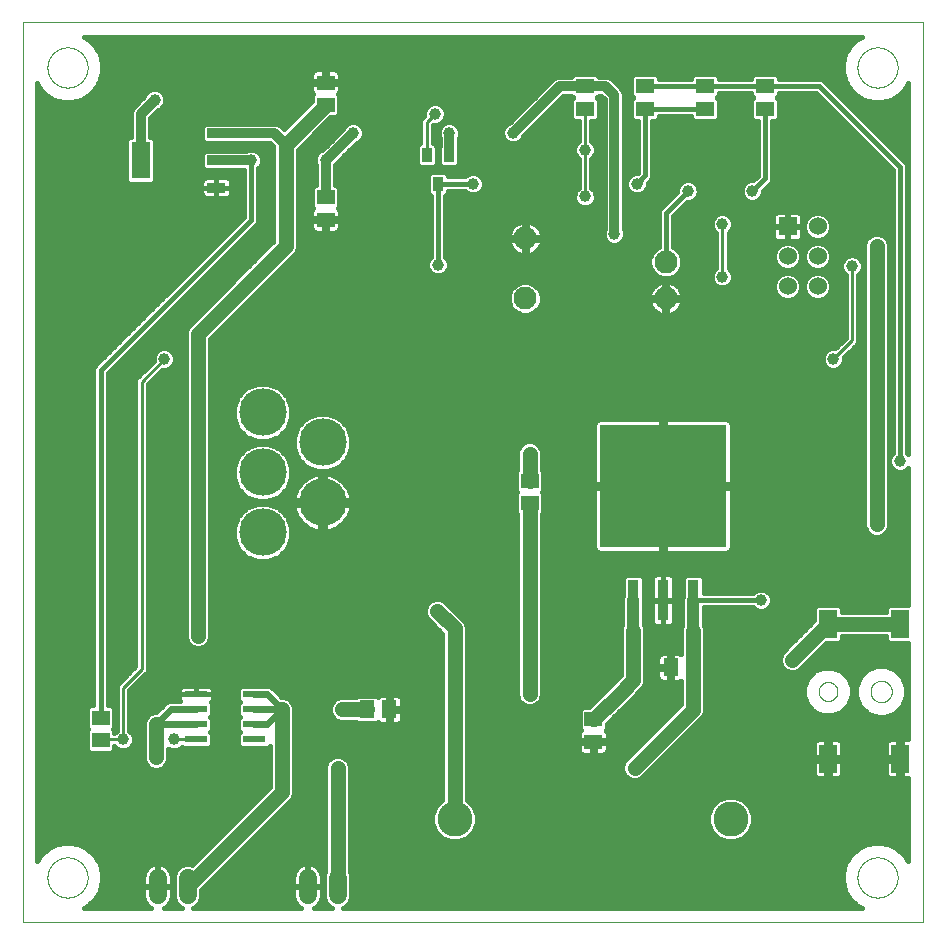
<source format=gtl>
G75*
%MOIN*%
%OFA0B0*%
%FSLAX25Y25*%
%IPPOS*%
%LPD*%
%AMOC8*
5,1,8,0,0,1.08239X$1,22.5*
%
%ADD10C,0.00000*%
%ADD11R,0.05906X0.05118*%
%ADD12R,0.05118X0.05906*%
%ADD13R,0.05906X0.09449*%
%ADD14R,0.03543X0.04724*%
%ADD15R,0.03800X0.13800*%
%ADD16R,0.42200X0.40800*%
%ADD17R,0.06300X0.03300*%
%ADD18R,0.06300X0.12200*%
%ADD19C,0.15811*%
%ADD20C,0.11700*%
%ADD21R,0.07800X0.02200*%
%ADD22R,0.06024X0.06024*%
%ADD23C,0.06024*%
%ADD24C,0.07677*%
%ADD25C,0.05937*%
%ADD26C,0.01600*%
%ADD27C,0.03200*%
%ADD28C,0.03962*%
%ADD29C,0.05000*%
%ADD30C,0.02400*%
%ADD31C,0.04000*%
%ADD32C,0.01000*%
D10*
X0003800Y0003800D02*
X0003800Y0303800D01*
X0303800Y0303800D01*
X0303800Y0003800D01*
X0003800Y0003800D01*
X0012100Y0018800D02*
X0012102Y0018964D01*
X0012108Y0019129D01*
X0012118Y0019293D01*
X0012132Y0019457D01*
X0012150Y0019620D01*
X0012173Y0019783D01*
X0012199Y0019945D01*
X0012229Y0020107D01*
X0012263Y0020268D01*
X0012301Y0020428D01*
X0012343Y0020587D01*
X0012388Y0020745D01*
X0012438Y0020902D01*
X0012492Y0021057D01*
X0012549Y0021211D01*
X0012610Y0021364D01*
X0012675Y0021515D01*
X0012743Y0021665D01*
X0012815Y0021812D01*
X0012891Y0021958D01*
X0012970Y0022102D01*
X0013053Y0022244D01*
X0013139Y0022384D01*
X0013229Y0022522D01*
X0013322Y0022658D01*
X0013419Y0022791D01*
X0013518Y0022922D01*
X0013621Y0023050D01*
X0013727Y0023176D01*
X0013836Y0023299D01*
X0013948Y0023420D01*
X0014062Y0023538D01*
X0014180Y0023652D01*
X0014301Y0023764D01*
X0014424Y0023873D01*
X0014550Y0023979D01*
X0014678Y0024082D01*
X0014809Y0024181D01*
X0014942Y0024278D01*
X0015078Y0024371D01*
X0015216Y0024461D01*
X0015356Y0024547D01*
X0015498Y0024630D01*
X0015642Y0024709D01*
X0015788Y0024785D01*
X0015935Y0024857D01*
X0016085Y0024925D01*
X0016236Y0024990D01*
X0016389Y0025051D01*
X0016543Y0025108D01*
X0016698Y0025162D01*
X0016855Y0025212D01*
X0017013Y0025257D01*
X0017172Y0025299D01*
X0017332Y0025337D01*
X0017493Y0025371D01*
X0017655Y0025401D01*
X0017817Y0025427D01*
X0017980Y0025450D01*
X0018143Y0025468D01*
X0018307Y0025482D01*
X0018471Y0025492D01*
X0018636Y0025498D01*
X0018800Y0025500D01*
X0018964Y0025498D01*
X0019129Y0025492D01*
X0019293Y0025482D01*
X0019457Y0025468D01*
X0019620Y0025450D01*
X0019783Y0025427D01*
X0019945Y0025401D01*
X0020107Y0025371D01*
X0020268Y0025337D01*
X0020428Y0025299D01*
X0020587Y0025257D01*
X0020745Y0025212D01*
X0020902Y0025162D01*
X0021057Y0025108D01*
X0021211Y0025051D01*
X0021364Y0024990D01*
X0021515Y0024925D01*
X0021665Y0024857D01*
X0021812Y0024785D01*
X0021958Y0024709D01*
X0022102Y0024630D01*
X0022244Y0024547D01*
X0022384Y0024461D01*
X0022522Y0024371D01*
X0022658Y0024278D01*
X0022791Y0024181D01*
X0022922Y0024082D01*
X0023050Y0023979D01*
X0023176Y0023873D01*
X0023299Y0023764D01*
X0023420Y0023652D01*
X0023538Y0023538D01*
X0023652Y0023420D01*
X0023764Y0023299D01*
X0023873Y0023176D01*
X0023979Y0023050D01*
X0024082Y0022922D01*
X0024181Y0022791D01*
X0024278Y0022658D01*
X0024371Y0022522D01*
X0024461Y0022384D01*
X0024547Y0022244D01*
X0024630Y0022102D01*
X0024709Y0021958D01*
X0024785Y0021812D01*
X0024857Y0021665D01*
X0024925Y0021515D01*
X0024990Y0021364D01*
X0025051Y0021211D01*
X0025108Y0021057D01*
X0025162Y0020902D01*
X0025212Y0020745D01*
X0025257Y0020587D01*
X0025299Y0020428D01*
X0025337Y0020268D01*
X0025371Y0020107D01*
X0025401Y0019945D01*
X0025427Y0019783D01*
X0025450Y0019620D01*
X0025468Y0019457D01*
X0025482Y0019293D01*
X0025492Y0019129D01*
X0025498Y0018964D01*
X0025500Y0018800D01*
X0025498Y0018636D01*
X0025492Y0018471D01*
X0025482Y0018307D01*
X0025468Y0018143D01*
X0025450Y0017980D01*
X0025427Y0017817D01*
X0025401Y0017655D01*
X0025371Y0017493D01*
X0025337Y0017332D01*
X0025299Y0017172D01*
X0025257Y0017013D01*
X0025212Y0016855D01*
X0025162Y0016698D01*
X0025108Y0016543D01*
X0025051Y0016389D01*
X0024990Y0016236D01*
X0024925Y0016085D01*
X0024857Y0015935D01*
X0024785Y0015788D01*
X0024709Y0015642D01*
X0024630Y0015498D01*
X0024547Y0015356D01*
X0024461Y0015216D01*
X0024371Y0015078D01*
X0024278Y0014942D01*
X0024181Y0014809D01*
X0024082Y0014678D01*
X0023979Y0014550D01*
X0023873Y0014424D01*
X0023764Y0014301D01*
X0023652Y0014180D01*
X0023538Y0014062D01*
X0023420Y0013948D01*
X0023299Y0013836D01*
X0023176Y0013727D01*
X0023050Y0013621D01*
X0022922Y0013518D01*
X0022791Y0013419D01*
X0022658Y0013322D01*
X0022522Y0013229D01*
X0022384Y0013139D01*
X0022244Y0013053D01*
X0022102Y0012970D01*
X0021958Y0012891D01*
X0021812Y0012815D01*
X0021665Y0012743D01*
X0021515Y0012675D01*
X0021364Y0012610D01*
X0021211Y0012549D01*
X0021057Y0012492D01*
X0020902Y0012438D01*
X0020745Y0012388D01*
X0020587Y0012343D01*
X0020428Y0012301D01*
X0020268Y0012263D01*
X0020107Y0012229D01*
X0019945Y0012199D01*
X0019783Y0012173D01*
X0019620Y0012150D01*
X0019457Y0012132D01*
X0019293Y0012118D01*
X0019129Y0012108D01*
X0018964Y0012102D01*
X0018800Y0012100D01*
X0018636Y0012102D01*
X0018471Y0012108D01*
X0018307Y0012118D01*
X0018143Y0012132D01*
X0017980Y0012150D01*
X0017817Y0012173D01*
X0017655Y0012199D01*
X0017493Y0012229D01*
X0017332Y0012263D01*
X0017172Y0012301D01*
X0017013Y0012343D01*
X0016855Y0012388D01*
X0016698Y0012438D01*
X0016543Y0012492D01*
X0016389Y0012549D01*
X0016236Y0012610D01*
X0016085Y0012675D01*
X0015935Y0012743D01*
X0015788Y0012815D01*
X0015642Y0012891D01*
X0015498Y0012970D01*
X0015356Y0013053D01*
X0015216Y0013139D01*
X0015078Y0013229D01*
X0014942Y0013322D01*
X0014809Y0013419D01*
X0014678Y0013518D01*
X0014550Y0013621D01*
X0014424Y0013727D01*
X0014301Y0013836D01*
X0014180Y0013948D01*
X0014062Y0014062D01*
X0013948Y0014180D01*
X0013836Y0014301D01*
X0013727Y0014424D01*
X0013621Y0014550D01*
X0013518Y0014678D01*
X0013419Y0014809D01*
X0013322Y0014942D01*
X0013229Y0015078D01*
X0013139Y0015216D01*
X0013053Y0015356D01*
X0012970Y0015498D01*
X0012891Y0015642D01*
X0012815Y0015788D01*
X0012743Y0015935D01*
X0012675Y0016085D01*
X0012610Y0016236D01*
X0012549Y0016389D01*
X0012492Y0016543D01*
X0012438Y0016698D01*
X0012388Y0016855D01*
X0012343Y0017013D01*
X0012301Y0017172D01*
X0012263Y0017332D01*
X0012229Y0017493D01*
X0012199Y0017655D01*
X0012173Y0017817D01*
X0012150Y0017980D01*
X0012132Y0018143D01*
X0012118Y0018307D01*
X0012108Y0018471D01*
X0012102Y0018636D01*
X0012100Y0018800D01*
X0269142Y0080800D02*
X0269144Y0080912D01*
X0269150Y0081023D01*
X0269160Y0081135D01*
X0269174Y0081246D01*
X0269191Y0081356D01*
X0269213Y0081466D01*
X0269239Y0081575D01*
X0269268Y0081683D01*
X0269301Y0081789D01*
X0269338Y0081895D01*
X0269379Y0081999D01*
X0269424Y0082102D01*
X0269472Y0082203D01*
X0269523Y0082302D01*
X0269578Y0082399D01*
X0269637Y0082494D01*
X0269698Y0082588D01*
X0269763Y0082679D01*
X0269832Y0082767D01*
X0269903Y0082853D01*
X0269977Y0082937D01*
X0270055Y0083017D01*
X0270135Y0083095D01*
X0270218Y0083171D01*
X0270303Y0083243D01*
X0270391Y0083312D01*
X0270481Y0083378D01*
X0270574Y0083440D01*
X0270669Y0083500D01*
X0270766Y0083556D01*
X0270864Y0083608D01*
X0270965Y0083657D01*
X0271067Y0083702D01*
X0271171Y0083744D01*
X0271276Y0083782D01*
X0271383Y0083816D01*
X0271490Y0083846D01*
X0271599Y0083873D01*
X0271708Y0083895D01*
X0271819Y0083914D01*
X0271929Y0083929D01*
X0272041Y0083940D01*
X0272152Y0083947D01*
X0272264Y0083950D01*
X0272376Y0083949D01*
X0272488Y0083944D01*
X0272599Y0083935D01*
X0272710Y0083922D01*
X0272821Y0083905D01*
X0272931Y0083885D01*
X0273040Y0083860D01*
X0273148Y0083832D01*
X0273255Y0083799D01*
X0273361Y0083763D01*
X0273465Y0083723D01*
X0273568Y0083680D01*
X0273670Y0083633D01*
X0273769Y0083582D01*
X0273867Y0083528D01*
X0273963Y0083470D01*
X0274057Y0083409D01*
X0274148Y0083345D01*
X0274237Y0083278D01*
X0274324Y0083207D01*
X0274408Y0083133D01*
X0274490Y0083057D01*
X0274568Y0082977D01*
X0274644Y0082895D01*
X0274717Y0082810D01*
X0274787Y0082723D01*
X0274853Y0082633D01*
X0274917Y0082541D01*
X0274977Y0082447D01*
X0275034Y0082351D01*
X0275087Y0082252D01*
X0275137Y0082152D01*
X0275183Y0082051D01*
X0275226Y0081947D01*
X0275265Y0081842D01*
X0275300Y0081736D01*
X0275331Y0081629D01*
X0275359Y0081520D01*
X0275382Y0081411D01*
X0275402Y0081301D01*
X0275418Y0081190D01*
X0275430Y0081079D01*
X0275438Y0080968D01*
X0275442Y0080856D01*
X0275442Y0080744D01*
X0275438Y0080632D01*
X0275430Y0080521D01*
X0275418Y0080410D01*
X0275402Y0080299D01*
X0275382Y0080189D01*
X0275359Y0080080D01*
X0275331Y0079971D01*
X0275300Y0079864D01*
X0275265Y0079758D01*
X0275226Y0079653D01*
X0275183Y0079549D01*
X0275137Y0079448D01*
X0275087Y0079348D01*
X0275034Y0079249D01*
X0274977Y0079153D01*
X0274917Y0079059D01*
X0274853Y0078967D01*
X0274787Y0078877D01*
X0274717Y0078790D01*
X0274644Y0078705D01*
X0274568Y0078623D01*
X0274490Y0078543D01*
X0274408Y0078467D01*
X0274324Y0078393D01*
X0274237Y0078322D01*
X0274148Y0078255D01*
X0274057Y0078191D01*
X0273963Y0078130D01*
X0273867Y0078072D01*
X0273769Y0078018D01*
X0273670Y0077967D01*
X0273568Y0077920D01*
X0273465Y0077877D01*
X0273361Y0077837D01*
X0273255Y0077801D01*
X0273148Y0077768D01*
X0273040Y0077740D01*
X0272931Y0077715D01*
X0272821Y0077695D01*
X0272710Y0077678D01*
X0272599Y0077665D01*
X0272488Y0077656D01*
X0272376Y0077651D01*
X0272264Y0077650D01*
X0272152Y0077653D01*
X0272041Y0077660D01*
X0271929Y0077671D01*
X0271819Y0077686D01*
X0271708Y0077705D01*
X0271599Y0077727D01*
X0271490Y0077754D01*
X0271383Y0077784D01*
X0271276Y0077818D01*
X0271171Y0077856D01*
X0271067Y0077898D01*
X0270965Y0077943D01*
X0270864Y0077992D01*
X0270766Y0078044D01*
X0270669Y0078100D01*
X0270574Y0078160D01*
X0270481Y0078222D01*
X0270391Y0078288D01*
X0270303Y0078357D01*
X0270218Y0078429D01*
X0270135Y0078505D01*
X0270055Y0078583D01*
X0269977Y0078663D01*
X0269903Y0078747D01*
X0269832Y0078833D01*
X0269763Y0078921D01*
X0269698Y0079012D01*
X0269637Y0079106D01*
X0269578Y0079201D01*
X0269523Y0079298D01*
X0269472Y0079397D01*
X0269424Y0079498D01*
X0269379Y0079601D01*
X0269338Y0079705D01*
X0269301Y0079811D01*
X0269268Y0079917D01*
X0269239Y0080025D01*
X0269213Y0080134D01*
X0269191Y0080244D01*
X0269174Y0080354D01*
X0269160Y0080465D01*
X0269150Y0080577D01*
X0269144Y0080688D01*
X0269142Y0080800D01*
X0286466Y0080800D02*
X0286468Y0080918D01*
X0286474Y0081037D01*
X0286484Y0081155D01*
X0286498Y0081272D01*
X0286515Y0081389D01*
X0286537Y0081506D01*
X0286563Y0081621D01*
X0286592Y0081736D01*
X0286625Y0081850D01*
X0286662Y0081962D01*
X0286703Y0082073D01*
X0286747Y0082183D01*
X0286795Y0082291D01*
X0286847Y0082398D01*
X0286902Y0082503D01*
X0286961Y0082606D01*
X0287023Y0082706D01*
X0287088Y0082805D01*
X0287157Y0082902D01*
X0287228Y0082996D01*
X0287303Y0083087D01*
X0287381Y0083177D01*
X0287462Y0083263D01*
X0287546Y0083347D01*
X0287632Y0083428D01*
X0287722Y0083506D01*
X0287813Y0083581D01*
X0287907Y0083652D01*
X0288004Y0083721D01*
X0288103Y0083786D01*
X0288203Y0083848D01*
X0288306Y0083907D01*
X0288411Y0083962D01*
X0288518Y0084014D01*
X0288626Y0084062D01*
X0288736Y0084106D01*
X0288847Y0084147D01*
X0288959Y0084184D01*
X0289073Y0084217D01*
X0289188Y0084246D01*
X0289303Y0084272D01*
X0289420Y0084294D01*
X0289537Y0084311D01*
X0289654Y0084325D01*
X0289772Y0084335D01*
X0289891Y0084341D01*
X0290009Y0084343D01*
X0290127Y0084341D01*
X0290246Y0084335D01*
X0290364Y0084325D01*
X0290481Y0084311D01*
X0290598Y0084294D01*
X0290715Y0084272D01*
X0290830Y0084246D01*
X0290945Y0084217D01*
X0291059Y0084184D01*
X0291171Y0084147D01*
X0291282Y0084106D01*
X0291392Y0084062D01*
X0291500Y0084014D01*
X0291607Y0083962D01*
X0291712Y0083907D01*
X0291815Y0083848D01*
X0291915Y0083786D01*
X0292014Y0083721D01*
X0292111Y0083652D01*
X0292205Y0083581D01*
X0292296Y0083506D01*
X0292386Y0083428D01*
X0292472Y0083347D01*
X0292556Y0083263D01*
X0292637Y0083177D01*
X0292715Y0083087D01*
X0292790Y0082996D01*
X0292861Y0082902D01*
X0292930Y0082805D01*
X0292995Y0082706D01*
X0293057Y0082606D01*
X0293116Y0082503D01*
X0293171Y0082398D01*
X0293223Y0082291D01*
X0293271Y0082183D01*
X0293315Y0082073D01*
X0293356Y0081962D01*
X0293393Y0081850D01*
X0293426Y0081736D01*
X0293455Y0081621D01*
X0293481Y0081506D01*
X0293503Y0081389D01*
X0293520Y0081272D01*
X0293534Y0081155D01*
X0293544Y0081037D01*
X0293550Y0080918D01*
X0293552Y0080800D01*
X0293550Y0080682D01*
X0293544Y0080563D01*
X0293534Y0080445D01*
X0293520Y0080328D01*
X0293503Y0080211D01*
X0293481Y0080094D01*
X0293455Y0079979D01*
X0293426Y0079864D01*
X0293393Y0079750D01*
X0293356Y0079638D01*
X0293315Y0079527D01*
X0293271Y0079417D01*
X0293223Y0079309D01*
X0293171Y0079202D01*
X0293116Y0079097D01*
X0293057Y0078994D01*
X0292995Y0078894D01*
X0292930Y0078795D01*
X0292861Y0078698D01*
X0292790Y0078604D01*
X0292715Y0078513D01*
X0292637Y0078423D01*
X0292556Y0078337D01*
X0292472Y0078253D01*
X0292386Y0078172D01*
X0292296Y0078094D01*
X0292205Y0078019D01*
X0292111Y0077948D01*
X0292014Y0077879D01*
X0291915Y0077814D01*
X0291815Y0077752D01*
X0291712Y0077693D01*
X0291607Y0077638D01*
X0291500Y0077586D01*
X0291392Y0077538D01*
X0291282Y0077494D01*
X0291171Y0077453D01*
X0291059Y0077416D01*
X0290945Y0077383D01*
X0290830Y0077354D01*
X0290715Y0077328D01*
X0290598Y0077306D01*
X0290481Y0077289D01*
X0290364Y0077275D01*
X0290246Y0077265D01*
X0290127Y0077259D01*
X0290009Y0077257D01*
X0289891Y0077259D01*
X0289772Y0077265D01*
X0289654Y0077275D01*
X0289537Y0077289D01*
X0289420Y0077306D01*
X0289303Y0077328D01*
X0289188Y0077354D01*
X0289073Y0077383D01*
X0288959Y0077416D01*
X0288847Y0077453D01*
X0288736Y0077494D01*
X0288626Y0077538D01*
X0288518Y0077586D01*
X0288411Y0077638D01*
X0288306Y0077693D01*
X0288203Y0077752D01*
X0288103Y0077814D01*
X0288004Y0077879D01*
X0287907Y0077948D01*
X0287813Y0078019D01*
X0287722Y0078094D01*
X0287632Y0078172D01*
X0287546Y0078253D01*
X0287462Y0078337D01*
X0287381Y0078423D01*
X0287303Y0078513D01*
X0287228Y0078604D01*
X0287157Y0078698D01*
X0287088Y0078795D01*
X0287023Y0078894D01*
X0286961Y0078994D01*
X0286902Y0079097D01*
X0286847Y0079202D01*
X0286795Y0079309D01*
X0286747Y0079417D01*
X0286703Y0079527D01*
X0286662Y0079638D01*
X0286625Y0079750D01*
X0286592Y0079864D01*
X0286563Y0079979D01*
X0286537Y0080094D01*
X0286515Y0080211D01*
X0286498Y0080328D01*
X0286484Y0080445D01*
X0286474Y0080563D01*
X0286468Y0080682D01*
X0286466Y0080800D01*
X0282100Y0018800D02*
X0282102Y0018964D01*
X0282108Y0019129D01*
X0282118Y0019293D01*
X0282132Y0019457D01*
X0282150Y0019620D01*
X0282173Y0019783D01*
X0282199Y0019945D01*
X0282229Y0020107D01*
X0282263Y0020268D01*
X0282301Y0020428D01*
X0282343Y0020587D01*
X0282388Y0020745D01*
X0282438Y0020902D01*
X0282492Y0021057D01*
X0282549Y0021211D01*
X0282610Y0021364D01*
X0282675Y0021515D01*
X0282743Y0021665D01*
X0282815Y0021812D01*
X0282891Y0021958D01*
X0282970Y0022102D01*
X0283053Y0022244D01*
X0283139Y0022384D01*
X0283229Y0022522D01*
X0283322Y0022658D01*
X0283419Y0022791D01*
X0283518Y0022922D01*
X0283621Y0023050D01*
X0283727Y0023176D01*
X0283836Y0023299D01*
X0283948Y0023420D01*
X0284062Y0023538D01*
X0284180Y0023652D01*
X0284301Y0023764D01*
X0284424Y0023873D01*
X0284550Y0023979D01*
X0284678Y0024082D01*
X0284809Y0024181D01*
X0284942Y0024278D01*
X0285078Y0024371D01*
X0285216Y0024461D01*
X0285356Y0024547D01*
X0285498Y0024630D01*
X0285642Y0024709D01*
X0285788Y0024785D01*
X0285935Y0024857D01*
X0286085Y0024925D01*
X0286236Y0024990D01*
X0286389Y0025051D01*
X0286543Y0025108D01*
X0286698Y0025162D01*
X0286855Y0025212D01*
X0287013Y0025257D01*
X0287172Y0025299D01*
X0287332Y0025337D01*
X0287493Y0025371D01*
X0287655Y0025401D01*
X0287817Y0025427D01*
X0287980Y0025450D01*
X0288143Y0025468D01*
X0288307Y0025482D01*
X0288471Y0025492D01*
X0288636Y0025498D01*
X0288800Y0025500D01*
X0288964Y0025498D01*
X0289129Y0025492D01*
X0289293Y0025482D01*
X0289457Y0025468D01*
X0289620Y0025450D01*
X0289783Y0025427D01*
X0289945Y0025401D01*
X0290107Y0025371D01*
X0290268Y0025337D01*
X0290428Y0025299D01*
X0290587Y0025257D01*
X0290745Y0025212D01*
X0290902Y0025162D01*
X0291057Y0025108D01*
X0291211Y0025051D01*
X0291364Y0024990D01*
X0291515Y0024925D01*
X0291665Y0024857D01*
X0291812Y0024785D01*
X0291958Y0024709D01*
X0292102Y0024630D01*
X0292244Y0024547D01*
X0292384Y0024461D01*
X0292522Y0024371D01*
X0292658Y0024278D01*
X0292791Y0024181D01*
X0292922Y0024082D01*
X0293050Y0023979D01*
X0293176Y0023873D01*
X0293299Y0023764D01*
X0293420Y0023652D01*
X0293538Y0023538D01*
X0293652Y0023420D01*
X0293764Y0023299D01*
X0293873Y0023176D01*
X0293979Y0023050D01*
X0294082Y0022922D01*
X0294181Y0022791D01*
X0294278Y0022658D01*
X0294371Y0022522D01*
X0294461Y0022384D01*
X0294547Y0022244D01*
X0294630Y0022102D01*
X0294709Y0021958D01*
X0294785Y0021812D01*
X0294857Y0021665D01*
X0294925Y0021515D01*
X0294990Y0021364D01*
X0295051Y0021211D01*
X0295108Y0021057D01*
X0295162Y0020902D01*
X0295212Y0020745D01*
X0295257Y0020587D01*
X0295299Y0020428D01*
X0295337Y0020268D01*
X0295371Y0020107D01*
X0295401Y0019945D01*
X0295427Y0019783D01*
X0295450Y0019620D01*
X0295468Y0019457D01*
X0295482Y0019293D01*
X0295492Y0019129D01*
X0295498Y0018964D01*
X0295500Y0018800D01*
X0295498Y0018636D01*
X0295492Y0018471D01*
X0295482Y0018307D01*
X0295468Y0018143D01*
X0295450Y0017980D01*
X0295427Y0017817D01*
X0295401Y0017655D01*
X0295371Y0017493D01*
X0295337Y0017332D01*
X0295299Y0017172D01*
X0295257Y0017013D01*
X0295212Y0016855D01*
X0295162Y0016698D01*
X0295108Y0016543D01*
X0295051Y0016389D01*
X0294990Y0016236D01*
X0294925Y0016085D01*
X0294857Y0015935D01*
X0294785Y0015788D01*
X0294709Y0015642D01*
X0294630Y0015498D01*
X0294547Y0015356D01*
X0294461Y0015216D01*
X0294371Y0015078D01*
X0294278Y0014942D01*
X0294181Y0014809D01*
X0294082Y0014678D01*
X0293979Y0014550D01*
X0293873Y0014424D01*
X0293764Y0014301D01*
X0293652Y0014180D01*
X0293538Y0014062D01*
X0293420Y0013948D01*
X0293299Y0013836D01*
X0293176Y0013727D01*
X0293050Y0013621D01*
X0292922Y0013518D01*
X0292791Y0013419D01*
X0292658Y0013322D01*
X0292522Y0013229D01*
X0292384Y0013139D01*
X0292244Y0013053D01*
X0292102Y0012970D01*
X0291958Y0012891D01*
X0291812Y0012815D01*
X0291665Y0012743D01*
X0291515Y0012675D01*
X0291364Y0012610D01*
X0291211Y0012549D01*
X0291057Y0012492D01*
X0290902Y0012438D01*
X0290745Y0012388D01*
X0290587Y0012343D01*
X0290428Y0012301D01*
X0290268Y0012263D01*
X0290107Y0012229D01*
X0289945Y0012199D01*
X0289783Y0012173D01*
X0289620Y0012150D01*
X0289457Y0012132D01*
X0289293Y0012118D01*
X0289129Y0012108D01*
X0288964Y0012102D01*
X0288800Y0012100D01*
X0288636Y0012102D01*
X0288471Y0012108D01*
X0288307Y0012118D01*
X0288143Y0012132D01*
X0287980Y0012150D01*
X0287817Y0012173D01*
X0287655Y0012199D01*
X0287493Y0012229D01*
X0287332Y0012263D01*
X0287172Y0012301D01*
X0287013Y0012343D01*
X0286855Y0012388D01*
X0286698Y0012438D01*
X0286543Y0012492D01*
X0286389Y0012549D01*
X0286236Y0012610D01*
X0286085Y0012675D01*
X0285935Y0012743D01*
X0285788Y0012815D01*
X0285642Y0012891D01*
X0285498Y0012970D01*
X0285356Y0013053D01*
X0285216Y0013139D01*
X0285078Y0013229D01*
X0284942Y0013322D01*
X0284809Y0013419D01*
X0284678Y0013518D01*
X0284550Y0013621D01*
X0284424Y0013727D01*
X0284301Y0013836D01*
X0284180Y0013948D01*
X0284062Y0014062D01*
X0283948Y0014180D01*
X0283836Y0014301D01*
X0283727Y0014424D01*
X0283621Y0014550D01*
X0283518Y0014678D01*
X0283419Y0014809D01*
X0283322Y0014942D01*
X0283229Y0015078D01*
X0283139Y0015216D01*
X0283053Y0015356D01*
X0282970Y0015498D01*
X0282891Y0015642D01*
X0282815Y0015788D01*
X0282743Y0015935D01*
X0282675Y0016085D01*
X0282610Y0016236D01*
X0282549Y0016389D01*
X0282492Y0016543D01*
X0282438Y0016698D01*
X0282388Y0016855D01*
X0282343Y0017013D01*
X0282301Y0017172D01*
X0282263Y0017332D01*
X0282229Y0017493D01*
X0282199Y0017655D01*
X0282173Y0017817D01*
X0282150Y0017980D01*
X0282132Y0018143D01*
X0282118Y0018307D01*
X0282108Y0018471D01*
X0282102Y0018636D01*
X0282100Y0018800D01*
X0282100Y0288800D02*
X0282102Y0288964D01*
X0282108Y0289129D01*
X0282118Y0289293D01*
X0282132Y0289457D01*
X0282150Y0289620D01*
X0282173Y0289783D01*
X0282199Y0289945D01*
X0282229Y0290107D01*
X0282263Y0290268D01*
X0282301Y0290428D01*
X0282343Y0290587D01*
X0282388Y0290745D01*
X0282438Y0290902D01*
X0282492Y0291057D01*
X0282549Y0291211D01*
X0282610Y0291364D01*
X0282675Y0291515D01*
X0282743Y0291665D01*
X0282815Y0291812D01*
X0282891Y0291958D01*
X0282970Y0292102D01*
X0283053Y0292244D01*
X0283139Y0292384D01*
X0283229Y0292522D01*
X0283322Y0292658D01*
X0283419Y0292791D01*
X0283518Y0292922D01*
X0283621Y0293050D01*
X0283727Y0293176D01*
X0283836Y0293299D01*
X0283948Y0293420D01*
X0284062Y0293538D01*
X0284180Y0293652D01*
X0284301Y0293764D01*
X0284424Y0293873D01*
X0284550Y0293979D01*
X0284678Y0294082D01*
X0284809Y0294181D01*
X0284942Y0294278D01*
X0285078Y0294371D01*
X0285216Y0294461D01*
X0285356Y0294547D01*
X0285498Y0294630D01*
X0285642Y0294709D01*
X0285788Y0294785D01*
X0285935Y0294857D01*
X0286085Y0294925D01*
X0286236Y0294990D01*
X0286389Y0295051D01*
X0286543Y0295108D01*
X0286698Y0295162D01*
X0286855Y0295212D01*
X0287013Y0295257D01*
X0287172Y0295299D01*
X0287332Y0295337D01*
X0287493Y0295371D01*
X0287655Y0295401D01*
X0287817Y0295427D01*
X0287980Y0295450D01*
X0288143Y0295468D01*
X0288307Y0295482D01*
X0288471Y0295492D01*
X0288636Y0295498D01*
X0288800Y0295500D01*
X0288964Y0295498D01*
X0289129Y0295492D01*
X0289293Y0295482D01*
X0289457Y0295468D01*
X0289620Y0295450D01*
X0289783Y0295427D01*
X0289945Y0295401D01*
X0290107Y0295371D01*
X0290268Y0295337D01*
X0290428Y0295299D01*
X0290587Y0295257D01*
X0290745Y0295212D01*
X0290902Y0295162D01*
X0291057Y0295108D01*
X0291211Y0295051D01*
X0291364Y0294990D01*
X0291515Y0294925D01*
X0291665Y0294857D01*
X0291812Y0294785D01*
X0291958Y0294709D01*
X0292102Y0294630D01*
X0292244Y0294547D01*
X0292384Y0294461D01*
X0292522Y0294371D01*
X0292658Y0294278D01*
X0292791Y0294181D01*
X0292922Y0294082D01*
X0293050Y0293979D01*
X0293176Y0293873D01*
X0293299Y0293764D01*
X0293420Y0293652D01*
X0293538Y0293538D01*
X0293652Y0293420D01*
X0293764Y0293299D01*
X0293873Y0293176D01*
X0293979Y0293050D01*
X0294082Y0292922D01*
X0294181Y0292791D01*
X0294278Y0292658D01*
X0294371Y0292522D01*
X0294461Y0292384D01*
X0294547Y0292244D01*
X0294630Y0292102D01*
X0294709Y0291958D01*
X0294785Y0291812D01*
X0294857Y0291665D01*
X0294925Y0291515D01*
X0294990Y0291364D01*
X0295051Y0291211D01*
X0295108Y0291057D01*
X0295162Y0290902D01*
X0295212Y0290745D01*
X0295257Y0290587D01*
X0295299Y0290428D01*
X0295337Y0290268D01*
X0295371Y0290107D01*
X0295401Y0289945D01*
X0295427Y0289783D01*
X0295450Y0289620D01*
X0295468Y0289457D01*
X0295482Y0289293D01*
X0295492Y0289129D01*
X0295498Y0288964D01*
X0295500Y0288800D01*
X0295498Y0288636D01*
X0295492Y0288471D01*
X0295482Y0288307D01*
X0295468Y0288143D01*
X0295450Y0287980D01*
X0295427Y0287817D01*
X0295401Y0287655D01*
X0295371Y0287493D01*
X0295337Y0287332D01*
X0295299Y0287172D01*
X0295257Y0287013D01*
X0295212Y0286855D01*
X0295162Y0286698D01*
X0295108Y0286543D01*
X0295051Y0286389D01*
X0294990Y0286236D01*
X0294925Y0286085D01*
X0294857Y0285935D01*
X0294785Y0285788D01*
X0294709Y0285642D01*
X0294630Y0285498D01*
X0294547Y0285356D01*
X0294461Y0285216D01*
X0294371Y0285078D01*
X0294278Y0284942D01*
X0294181Y0284809D01*
X0294082Y0284678D01*
X0293979Y0284550D01*
X0293873Y0284424D01*
X0293764Y0284301D01*
X0293652Y0284180D01*
X0293538Y0284062D01*
X0293420Y0283948D01*
X0293299Y0283836D01*
X0293176Y0283727D01*
X0293050Y0283621D01*
X0292922Y0283518D01*
X0292791Y0283419D01*
X0292658Y0283322D01*
X0292522Y0283229D01*
X0292384Y0283139D01*
X0292244Y0283053D01*
X0292102Y0282970D01*
X0291958Y0282891D01*
X0291812Y0282815D01*
X0291665Y0282743D01*
X0291515Y0282675D01*
X0291364Y0282610D01*
X0291211Y0282549D01*
X0291057Y0282492D01*
X0290902Y0282438D01*
X0290745Y0282388D01*
X0290587Y0282343D01*
X0290428Y0282301D01*
X0290268Y0282263D01*
X0290107Y0282229D01*
X0289945Y0282199D01*
X0289783Y0282173D01*
X0289620Y0282150D01*
X0289457Y0282132D01*
X0289293Y0282118D01*
X0289129Y0282108D01*
X0288964Y0282102D01*
X0288800Y0282100D01*
X0288636Y0282102D01*
X0288471Y0282108D01*
X0288307Y0282118D01*
X0288143Y0282132D01*
X0287980Y0282150D01*
X0287817Y0282173D01*
X0287655Y0282199D01*
X0287493Y0282229D01*
X0287332Y0282263D01*
X0287172Y0282301D01*
X0287013Y0282343D01*
X0286855Y0282388D01*
X0286698Y0282438D01*
X0286543Y0282492D01*
X0286389Y0282549D01*
X0286236Y0282610D01*
X0286085Y0282675D01*
X0285935Y0282743D01*
X0285788Y0282815D01*
X0285642Y0282891D01*
X0285498Y0282970D01*
X0285356Y0283053D01*
X0285216Y0283139D01*
X0285078Y0283229D01*
X0284942Y0283322D01*
X0284809Y0283419D01*
X0284678Y0283518D01*
X0284550Y0283621D01*
X0284424Y0283727D01*
X0284301Y0283836D01*
X0284180Y0283948D01*
X0284062Y0284062D01*
X0283948Y0284180D01*
X0283836Y0284301D01*
X0283727Y0284424D01*
X0283621Y0284550D01*
X0283518Y0284678D01*
X0283419Y0284809D01*
X0283322Y0284942D01*
X0283229Y0285078D01*
X0283139Y0285216D01*
X0283053Y0285356D01*
X0282970Y0285498D01*
X0282891Y0285642D01*
X0282815Y0285788D01*
X0282743Y0285935D01*
X0282675Y0286085D01*
X0282610Y0286236D01*
X0282549Y0286389D01*
X0282492Y0286543D01*
X0282438Y0286698D01*
X0282388Y0286855D01*
X0282343Y0287013D01*
X0282301Y0287172D01*
X0282263Y0287332D01*
X0282229Y0287493D01*
X0282199Y0287655D01*
X0282173Y0287817D01*
X0282150Y0287980D01*
X0282132Y0288143D01*
X0282118Y0288307D01*
X0282108Y0288471D01*
X0282102Y0288636D01*
X0282100Y0288800D01*
X0012100Y0288800D02*
X0012102Y0288964D01*
X0012108Y0289129D01*
X0012118Y0289293D01*
X0012132Y0289457D01*
X0012150Y0289620D01*
X0012173Y0289783D01*
X0012199Y0289945D01*
X0012229Y0290107D01*
X0012263Y0290268D01*
X0012301Y0290428D01*
X0012343Y0290587D01*
X0012388Y0290745D01*
X0012438Y0290902D01*
X0012492Y0291057D01*
X0012549Y0291211D01*
X0012610Y0291364D01*
X0012675Y0291515D01*
X0012743Y0291665D01*
X0012815Y0291812D01*
X0012891Y0291958D01*
X0012970Y0292102D01*
X0013053Y0292244D01*
X0013139Y0292384D01*
X0013229Y0292522D01*
X0013322Y0292658D01*
X0013419Y0292791D01*
X0013518Y0292922D01*
X0013621Y0293050D01*
X0013727Y0293176D01*
X0013836Y0293299D01*
X0013948Y0293420D01*
X0014062Y0293538D01*
X0014180Y0293652D01*
X0014301Y0293764D01*
X0014424Y0293873D01*
X0014550Y0293979D01*
X0014678Y0294082D01*
X0014809Y0294181D01*
X0014942Y0294278D01*
X0015078Y0294371D01*
X0015216Y0294461D01*
X0015356Y0294547D01*
X0015498Y0294630D01*
X0015642Y0294709D01*
X0015788Y0294785D01*
X0015935Y0294857D01*
X0016085Y0294925D01*
X0016236Y0294990D01*
X0016389Y0295051D01*
X0016543Y0295108D01*
X0016698Y0295162D01*
X0016855Y0295212D01*
X0017013Y0295257D01*
X0017172Y0295299D01*
X0017332Y0295337D01*
X0017493Y0295371D01*
X0017655Y0295401D01*
X0017817Y0295427D01*
X0017980Y0295450D01*
X0018143Y0295468D01*
X0018307Y0295482D01*
X0018471Y0295492D01*
X0018636Y0295498D01*
X0018800Y0295500D01*
X0018964Y0295498D01*
X0019129Y0295492D01*
X0019293Y0295482D01*
X0019457Y0295468D01*
X0019620Y0295450D01*
X0019783Y0295427D01*
X0019945Y0295401D01*
X0020107Y0295371D01*
X0020268Y0295337D01*
X0020428Y0295299D01*
X0020587Y0295257D01*
X0020745Y0295212D01*
X0020902Y0295162D01*
X0021057Y0295108D01*
X0021211Y0295051D01*
X0021364Y0294990D01*
X0021515Y0294925D01*
X0021665Y0294857D01*
X0021812Y0294785D01*
X0021958Y0294709D01*
X0022102Y0294630D01*
X0022244Y0294547D01*
X0022384Y0294461D01*
X0022522Y0294371D01*
X0022658Y0294278D01*
X0022791Y0294181D01*
X0022922Y0294082D01*
X0023050Y0293979D01*
X0023176Y0293873D01*
X0023299Y0293764D01*
X0023420Y0293652D01*
X0023538Y0293538D01*
X0023652Y0293420D01*
X0023764Y0293299D01*
X0023873Y0293176D01*
X0023979Y0293050D01*
X0024082Y0292922D01*
X0024181Y0292791D01*
X0024278Y0292658D01*
X0024371Y0292522D01*
X0024461Y0292384D01*
X0024547Y0292244D01*
X0024630Y0292102D01*
X0024709Y0291958D01*
X0024785Y0291812D01*
X0024857Y0291665D01*
X0024925Y0291515D01*
X0024990Y0291364D01*
X0025051Y0291211D01*
X0025108Y0291057D01*
X0025162Y0290902D01*
X0025212Y0290745D01*
X0025257Y0290587D01*
X0025299Y0290428D01*
X0025337Y0290268D01*
X0025371Y0290107D01*
X0025401Y0289945D01*
X0025427Y0289783D01*
X0025450Y0289620D01*
X0025468Y0289457D01*
X0025482Y0289293D01*
X0025492Y0289129D01*
X0025498Y0288964D01*
X0025500Y0288800D01*
X0025498Y0288636D01*
X0025492Y0288471D01*
X0025482Y0288307D01*
X0025468Y0288143D01*
X0025450Y0287980D01*
X0025427Y0287817D01*
X0025401Y0287655D01*
X0025371Y0287493D01*
X0025337Y0287332D01*
X0025299Y0287172D01*
X0025257Y0287013D01*
X0025212Y0286855D01*
X0025162Y0286698D01*
X0025108Y0286543D01*
X0025051Y0286389D01*
X0024990Y0286236D01*
X0024925Y0286085D01*
X0024857Y0285935D01*
X0024785Y0285788D01*
X0024709Y0285642D01*
X0024630Y0285498D01*
X0024547Y0285356D01*
X0024461Y0285216D01*
X0024371Y0285078D01*
X0024278Y0284942D01*
X0024181Y0284809D01*
X0024082Y0284678D01*
X0023979Y0284550D01*
X0023873Y0284424D01*
X0023764Y0284301D01*
X0023652Y0284180D01*
X0023538Y0284062D01*
X0023420Y0283948D01*
X0023299Y0283836D01*
X0023176Y0283727D01*
X0023050Y0283621D01*
X0022922Y0283518D01*
X0022791Y0283419D01*
X0022658Y0283322D01*
X0022522Y0283229D01*
X0022384Y0283139D01*
X0022244Y0283053D01*
X0022102Y0282970D01*
X0021958Y0282891D01*
X0021812Y0282815D01*
X0021665Y0282743D01*
X0021515Y0282675D01*
X0021364Y0282610D01*
X0021211Y0282549D01*
X0021057Y0282492D01*
X0020902Y0282438D01*
X0020745Y0282388D01*
X0020587Y0282343D01*
X0020428Y0282301D01*
X0020268Y0282263D01*
X0020107Y0282229D01*
X0019945Y0282199D01*
X0019783Y0282173D01*
X0019620Y0282150D01*
X0019457Y0282132D01*
X0019293Y0282118D01*
X0019129Y0282108D01*
X0018964Y0282102D01*
X0018800Y0282100D01*
X0018636Y0282102D01*
X0018471Y0282108D01*
X0018307Y0282118D01*
X0018143Y0282132D01*
X0017980Y0282150D01*
X0017817Y0282173D01*
X0017655Y0282199D01*
X0017493Y0282229D01*
X0017332Y0282263D01*
X0017172Y0282301D01*
X0017013Y0282343D01*
X0016855Y0282388D01*
X0016698Y0282438D01*
X0016543Y0282492D01*
X0016389Y0282549D01*
X0016236Y0282610D01*
X0016085Y0282675D01*
X0015935Y0282743D01*
X0015788Y0282815D01*
X0015642Y0282891D01*
X0015498Y0282970D01*
X0015356Y0283053D01*
X0015216Y0283139D01*
X0015078Y0283229D01*
X0014942Y0283322D01*
X0014809Y0283419D01*
X0014678Y0283518D01*
X0014550Y0283621D01*
X0014424Y0283727D01*
X0014301Y0283836D01*
X0014180Y0283948D01*
X0014062Y0284062D01*
X0013948Y0284180D01*
X0013836Y0284301D01*
X0013727Y0284424D01*
X0013621Y0284550D01*
X0013518Y0284678D01*
X0013419Y0284809D01*
X0013322Y0284942D01*
X0013229Y0285078D01*
X0013139Y0285216D01*
X0013053Y0285356D01*
X0012970Y0285498D01*
X0012891Y0285642D01*
X0012815Y0285788D01*
X0012743Y0285935D01*
X0012675Y0286085D01*
X0012610Y0286236D01*
X0012549Y0286389D01*
X0012492Y0286543D01*
X0012438Y0286698D01*
X0012388Y0286855D01*
X0012343Y0287013D01*
X0012301Y0287172D01*
X0012263Y0287332D01*
X0012229Y0287493D01*
X0012199Y0287655D01*
X0012173Y0287817D01*
X0012150Y0287980D01*
X0012132Y0288143D01*
X0012118Y0288307D01*
X0012108Y0288471D01*
X0012102Y0288636D01*
X0012100Y0288800D01*
D11*
X0104800Y0283790D03*
X0104800Y0276310D03*
X0104800Y0245540D03*
X0104800Y0238060D03*
X0191300Y0275060D03*
X0191300Y0282540D03*
X0211300Y0282540D03*
X0211300Y0275060D03*
X0231300Y0275060D03*
X0231300Y0282540D03*
X0251300Y0282540D03*
X0251300Y0275060D03*
X0172800Y0151040D03*
X0172800Y0143560D03*
X0194050Y0071540D03*
X0194050Y0064060D03*
X0029800Y0064560D03*
X0029800Y0072040D03*
D12*
X0118560Y0074800D03*
X0126040Y0074800D03*
X0219810Y0088800D03*
X0227290Y0088800D03*
D13*
X0272292Y0103241D03*
X0296308Y0103241D03*
X0296308Y0058359D03*
X0272292Y0058359D03*
D14*
X0142300Y0250076D03*
X0138560Y0259524D03*
X0146040Y0259524D03*
D15*
X0207300Y0111200D03*
X0217300Y0111200D03*
X0227300Y0111200D03*
D16*
X0217300Y0149300D03*
D17*
X0068400Y0248745D03*
X0068400Y0257800D03*
X0068400Y0266855D03*
D18*
X0043200Y0257800D03*
D19*
X0083800Y0173800D03*
X0083800Y0153800D03*
X0103800Y0143800D03*
X0083800Y0133800D03*
X0103800Y0163800D03*
D20*
X0147800Y0038300D03*
X0239800Y0038300D03*
D21*
X0081000Y0064800D03*
X0081000Y0069800D03*
X0081000Y0074800D03*
X0081000Y0079800D03*
X0061600Y0079800D03*
X0061600Y0074800D03*
X0061600Y0069800D03*
X0061600Y0064800D03*
D22*
X0258800Y0235800D03*
D23*
X0258800Y0225800D03*
X0258800Y0215800D03*
X0268800Y0215800D03*
X0268800Y0225800D03*
X0268800Y0235800D03*
D24*
X0218225Y0224005D03*
X0218225Y0211800D03*
X0171375Y0211800D03*
X0171375Y0231879D03*
D25*
X0108800Y0018769D02*
X0108800Y0012831D01*
X0098800Y0012831D02*
X0098800Y0018769D01*
X0058800Y0018769D02*
X0058800Y0012831D01*
X0048800Y0012831D02*
X0048800Y0018769D01*
D26*
X0048616Y0018187D02*
X0048984Y0018187D01*
X0048984Y0019785D02*
X0048616Y0019785D01*
X0048616Y0021384D02*
X0048984Y0021384D01*
X0048984Y0022982D02*
X0048616Y0022982D01*
X0048616Y0023537D02*
X0048425Y0023537D01*
X0047683Y0023420D01*
X0046970Y0023188D01*
X0046301Y0022847D01*
X0045694Y0022406D01*
X0045163Y0021875D01*
X0044722Y0021268D01*
X0044381Y0020599D01*
X0044149Y0019885D01*
X0044031Y0019144D01*
X0044031Y0015984D01*
X0048616Y0015984D01*
X0048616Y0015616D01*
X0044031Y0015616D01*
X0044031Y0012456D01*
X0044149Y0011715D01*
X0044381Y0011001D01*
X0044722Y0010332D01*
X0045163Y0009725D01*
X0045694Y0009194D01*
X0046301Y0008753D01*
X0046601Y0008600D01*
X0024133Y0008600D01*
X0025861Y0009598D01*
X0028002Y0011739D01*
X0029516Y0014361D01*
X0030300Y0017286D01*
X0030300Y0020314D01*
X0029516Y0023239D01*
X0028002Y0025861D01*
X0025861Y0028002D01*
X0023239Y0029516D01*
X0020314Y0030300D01*
X0017286Y0030300D01*
X0014361Y0029516D01*
X0011739Y0028002D01*
X0009598Y0025861D01*
X0008600Y0024133D01*
X0008600Y0283467D01*
X0009598Y0281739D01*
X0011739Y0279598D01*
X0014361Y0278084D01*
X0017286Y0277300D01*
X0020314Y0277300D01*
X0023239Y0278084D01*
X0025861Y0279598D01*
X0028002Y0281739D01*
X0029516Y0284361D01*
X0030300Y0287286D01*
X0030300Y0290314D01*
X0029516Y0293239D01*
X0028002Y0295861D01*
X0025861Y0298002D01*
X0024133Y0299000D01*
X0283467Y0299000D01*
X0281739Y0298002D01*
X0279598Y0295861D01*
X0278084Y0293239D01*
X0277300Y0290314D01*
X0277300Y0287286D01*
X0278084Y0284361D01*
X0279598Y0281739D01*
X0281739Y0279598D01*
X0284361Y0278084D01*
X0287286Y0277300D01*
X0290314Y0277300D01*
X0293239Y0278084D01*
X0295861Y0279598D01*
X0298002Y0281739D01*
X0299000Y0283467D01*
X0299000Y0159914D01*
X0298700Y0160214D01*
X0298700Y0256027D01*
X0298335Y0256909D01*
X0297659Y0257585D01*
X0271335Y0283909D01*
X0271335Y0283909D01*
X0270659Y0284585D01*
X0269777Y0284950D01*
X0255853Y0284950D01*
X0255853Y0285762D01*
X0254915Y0286699D01*
X0247684Y0286699D01*
X0246747Y0285762D01*
X0246747Y0284940D01*
X0235853Y0284940D01*
X0235853Y0285762D01*
X0234915Y0286699D01*
X0227684Y0286699D01*
X0226747Y0285762D01*
X0226747Y0284940D01*
X0215853Y0284940D01*
X0215853Y0285762D01*
X0214915Y0286699D01*
X0207684Y0286699D01*
X0206747Y0285762D01*
X0206747Y0279318D01*
X0207266Y0278800D01*
X0206747Y0278282D01*
X0206747Y0271838D01*
X0207684Y0270901D01*
X0208900Y0270901D01*
X0208900Y0253794D01*
X0208737Y0253631D01*
X0207838Y0253631D01*
X0206521Y0253086D01*
X0205514Y0252079D01*
X0204969Y0250762D01*
X0204969Y0249338D01*
X0205514Y0248021D01*
X0206521Y0247014D01*
X0207838Y0246469D01*
X0209262Y0246469D01*
X0210579Y0247014D01*
X0211586Y0248021D01*
X0212131Y0249338D01*
X0212131Y0250237D01*
X0213335Y0251441D01*
X0213700Y0252323D01*
X0213700Y0270901D01*
X0214915Y0270901D01*
X0215853Y0271838D01*
X0215853Y0272660D01*
X0226747Y0272660D01*
X0226747Y0271838D01*
X0227684Y0270901D01*
X0234915Y0270901D01*
X0235853Y0271838D01*
X0235853Y0278282D01*
X0235334Y0278800D01*
X0235853Y0279318D01*
X0235853Y0280140D01*
X0246747Y0280140D01*
X0246747Y0279318D01*
X0247266Y0278800D01*
X0246747Y0278282D01*
X0246747Y0271838D01*
X0247684Y0270901D01*
X0248900Y0270901D01*
X0248900Y0252794D01*
X0247237Y0251131D01*
X0246338Y0251131D01*
X0245021Y0250586D01*
X0244014Y0249579D01*
X0243469Y0248262D01*
X0243469Y0246838D01*
X0244014Y0245521D01*
X0245021Y0244514D01*
X0246338Y0243969D01*
X0247762Y0243969D01*
X0249079Y0244514D01*
X0250086Y0245521D01*
X0250631Y0246838D01*
X0250631Y0247737D01*
X0253335Y0250441D01*
X0253700Y0251323D01*
X0253700Y0270901D01*
X0254915Y0270901D01*
X0255853Y0271838D01*
X0255853Y0278282D01*
X0255334Y0278800D01*
X0255853Y0279318D01*
X0255853Y0280150D01*
X0268306Y0280150D01*
X0293900Y0254556D01*
X0293900Y0160214D01*
X0293264Y0159579D01*
X0292719Y0158262D01*
X0292719Y0156838D01*
X0293264Y0155521D01*
X0294271Y0154514D01*
X0295588Y0153969D01*
X0297012Y0153969D01*
X0298329Y0154514D01*
X0299000Y0155186D01*
X0299000Y0109565D01*
X0292692Y0109565D01*
X0291755Y0108628D01*
X0291755Y0107341D01*
X0276845Y0107341D01*
X0276845Y0108628D01*
X0275908Y0109565D01*
X0268677Y0109565D01*
X0267739Y0108628D01*
X0267739Y0104486D01*
X0258065Y0094812D01*
X0257978Y0094776D01*
X0256824Y0093622D01*
X0256200Y0092116D01*
X0256200Y0090484D01*
X0256824Y0088978D01*
X0257978Y0087824D01*
X0259484Y0087200D01*
X0261167Y0087200D01*
X0262674Y0087824D01*
X0271766Y0096917D01*
X0275908Y0096917D01*
X0276845Y0097854D01*
X0276845Y0099141D01*
X0291755Y0099141D01*
X0291755Y0097854D01*
X0292692Y0096917D01*
X0299000Y0096917D01*
X0299000Y0064883D01*
X0296984Y0064883D01*
X0296984Y0059036D01*
X0295631Y0059036D01*
X0295631Y0064883D01*
X0293118Y0064883D01*
X0292660Y0064761D01*
X0292250Y0064524D01*
X0291915Y0064189D01*
X0291678Y0063778D01*
X0291555Y0063320D01*
X0291555Y0059035D01*
X0295631Y0059035D01*
X0295631Y0057683D01*
X0291555Y0057683D01*
X0291555Y0053398D01*
X0291678Y0052940D01*
X0291915Y0052529D01*
X0292250Y0052194D01*
X0292660Y0051957D01*
X0293118Y0051835D01*
X0295631Y0051835D01*
X0295631Y0057683D01*
X0296984Y0057683D01*
X0296984Y0051835D01*
X0299000Y0051835D01*
X0299000Y0024133D01*
X0298002Y0025861D01*
X0295861Y0028002D01*
X0293239Y0029516D01*
X0290314Y0030300D01*
X0287286Y0030300D01*
X0284361Y0029516D01*
X0281739Y0028002D01*
X0279598Y0025861D01*
X0278084Y0023239D01*
X0277300Y0020314D01*
X0277300Y0017286D01*
X0278084Y0014361D01*
X0279598Y0011739D01*
X0281739Y0009598D01*
X0283467Y0008600D01*
X0110522Y0008600D01*
X0111388Y0008959D01*
X0112673Y0010244D01*
X0113368Y0011923D01*
X0113368Y0019677D01*
X0112900Y0020808D01*
X0112900Y0056116D01*
X0112276Y0057622D01*
X0111122Y0058776D01*
X0109616Y0059400D01*
X0107984Y0059400D01*
X0106478Y0058776D01*
X0105324Y0057622D01*
X0104700Y0056116D01*
X0104700Y0020808D01*
X0104231Y0019677D01*
X0104231Y0011923D01*
X0104927Y0010244D01*
X0106212Y0008959D01*
X0107078Y0008600D01*
X0100999Y0008600D01*
X0101299Y0008753D01*
X0101906Y0009194D01*
X0102437Y0009725D01*
X0102878Y0010332D01*
X0103219Y0011001D01*
X0103451Y0011715D01*
X0103568Y0012456D01*
X0103568Y0015616D01*
X0098984Y0015616D01*
X0098984Y0015984D01*
X0098616Y0015984D01*
X0098616Y0015616D01*
X0094031Y0015616D01*
X0094031Y0012456D01*
X0094149Y0011715D01*
X0094381Y0011001D01*
X0094722Y0010332D01*
X0095163Y0009725D01*
X0095694Y0009194D01*
X0096301Y0008753D01*
X0096601Y0008600D01*
X0060522Y0008600D01*
X0061388Y0008959D01*
X0062673Y0010244D01*
X0063368Y0011923D01*
X0063368Y0014570D01*
X0092622Y0043824D01*
X0093776Y0044978D01*
X0094400Y0046484D01*
X0094400Y0075616D01*
X0093776Y0077122D01*
X0092622Y0078276D01*
X0091116Y0078900D01*
X0090160Y0078900D01*
X0086886Y0082174D01*
X0085857Y0082600D01*
X0084743Y0082600D01*
X0080443Y0082600D01*
X0080202Y0082500D01*
X0076437Y0082500D01*
X0075500Y0081563D01*
X0075500Y0078037D01*
X0076237Y0077300D01*
X0075500Y0076563D01*
X0075500Y0073037D01*
X0076237Y0072300D01*
X0075500Y0071563D01*
X0075500Y0068037D01*
X0076237Y0067300D01*
X0075500Y0066563D01*
X0075500Y0063037D01*
X0076437Y0062100D01*
X0085563Y0062100D01*
X0086200Y0062737D01*
X0086200Y0048998D01*
X0060296Y0023094D01*
X0059709Y0023337D01*
X0057891Y0023337D01*
X0056212Y0022641D01*
X0054927Y0021356D01*
X0054231Y0019677D01*
X0054231Y0011923D01*
X0054927Y0010244D01*
X0056212Y0008959D01*
X0057078Y0008600D01*
X0050999Y0008600D01*
X0051299Y0008753D01*
X0051906Y0009194D01*
X0052437Y0009725D01*
X0052878Y0010332D01*
X0053219Y0011001D01*
X0053451Y0011715D01*
X0053568Y0012456D01*
X0053568Y0015616D01*
X0048984Y0015616D01*
X0048984Y0015984D01*
X0048616Y0015984D01*
X0048616Y0023537D01*
X0048984Y0023537D02*
X0048984Y0015984D01*
X0053568Y0015984D01*
X0053568Y0019144D01*
X0053451Y0019885D01*
X0053219Y0020599D01*
X0052878Y0021268D01*
X0052437Y0021875D01*
X0051906Y0022406D01*
X0051299Y0022847D01*
X0050630Y0023188D01*
X0049917Y0023420D01*
X0049175Y0023537D01*
X0048984Y0023537D01*
X0051034Y0022982D02*
X0057035Y0022982D01*
X0054954Y0021384D02*
X0052794Y0021384D01*
X0053467Y0019785D02*
X0054276Y0019785D01*
X0054231Y0018187D02*
X0053568Y0018187D01*
X0053568Y0016588D02*
X0054231Y0016588D01*
X0054231Y0014990D02*
X0053568Y0014990D01*
X0053568Y0013391D02*
X0054231Y0013391D01*
X0054285Y0011793D02*
X0053463Y0011793D01*
X0052778Y0010194D02*
X0054977Y0010194D01*
X0048984Y0016588D02*
X0048616Y0016588D01*
X0044031Y0016588D02*
X0030113Y0016588D01*
X0030300Y0018187D02*
X0044031Y0018187D01*
X0044133Y0019785D02*
X0030300Y0019785D01*
X0030013Y0021384D02*
X0044806Y0021384D01*
X0046566Y0022982D02*
X0029585Y0022982D01*
X0028742Y0024581D02*
X0061782Y0024581D01*
X0063381Y0026179D02*
X0027684Y0026179D01*
X0026086Y0027778D02*
X0064979Y0027778D01*
X0066578Y0029376D02*
X0023481Y0029376D01*
X0014119Y0029376D02*
X0008600Y0029376D01*
X0008600Y0027778D02*
X0011514Y0027778D01*
X0009916Y0026179D02*
X0008600Y0026179D01*
X0008600Y0024581D02*
X0008858Y0024581D01*
X0008600Y0030975D02*
X0068176Y0030975D01*
X0069775Y0032573D02*
X0008600Y0032573D01*
X0008600Y0034172D02*
X0071373Y0034172D01*
X0072972Y0035770D02*
X0008600Y0035770D01*
X0008600Y0037369D02*
X0074570Y0037369D01*
X0076169Y0038967D02*
X0008600Y0038967D01*
X0008600Y0040566D02*
X0077768Y0040566D01*
X0079366Y0042164D02*
X0008600Y0042164D01*
X0008600Y0043763D02*
X0080965Y0043763D01*
X0082563Y0045361D02*
X0008600Y0045361D01*
X0008600Y0046960D02*
X0084162Y0046960D01*
X0085760Y0048558D02*
X0008600Y0048558D01*
X0008600Y0050157D02*
X0086200Y0050157D01*
X0086200Y0051755D02*
X0008600Y0051755D01*
X0008600Y0053354D02*
X0086200Y0053354D01*
X0086200Y0054952D02*
X0049725Y0054952D01*
X0049116Y0054700D02*
X0050622Y0055324D01*
X0051776Y0056478D01*
X0052400Y0057984D01*
X0052400Y0061711D01*
X0053588Y0061219D01*
X0055012Y0061219D01*
X0056329Y0061764D01*
X0056851Y0062286D01*
X0057037Y0062100D01*
X0066163Y0062100D01*
X0067100Y0063037D01*
X0067100Y0066563D01*
X0066363Y0067300D01*
X0067100Y0068037D01*
X0067100Y0071563D01*
X0066363Y0072300D01*
X0067100Y0073037D01*
X0067100Y0076563D01*
X0066477Y0077186D01*
X0066605Y0077260D01*
X0066940Y0077595D01*
X0067177Y0078005D01*
X0067300Y0078463D01*
X0067300Y0079800D01*
X0067300Y0081137D01*
X0067177Y0081595D01*
X0066940Y0082005D01*
X0066605Y0082340D01*
X0066195Y0082577D01*
X0065737Y0082700D01*
X0061600Y0082700D01*
X0061600Y0079800D01*
X0061600Y0079800D01*
X0067300Y0079800D01*
X0061600Y0079800D01*
X0061600Y0079800D01*
X0061600Y0079800D01*
X0055900Y0079800D01*
X0055900Y0081137D01*
X0056023Y0081595D01*
X0056260Y0082005D01*
X0056595Y0082340D01*
X0057005Y0082577D01*
X0057463Y0082700D01*
X0061600Y0082700D01*
X0061600Y0079800D01*
X0055900Y0079800D01*
X0055900Y0078463D01*
X0056023Y0078005D01*
X0056257Y0077600D01*
X0052743Y0077600D01*
X0051714Y0077174D01*
X0048440Y0073900D01*
X0047484Y0073900D01*
X0045978Y0073276D01*
X0044824Y0072122D01*
X0044200Y0070616D01*
X0044200Y0057984D01*
X0044824Y0056478D01*
X0045978Y0055324D01*
X0047484Y0054700D01*
X0049116Y0054700D01*
X0046875Y0054952D02*
X0008600Y0054952D01*
X0008600Y0056551D02*
X0044794Y0056551D01*
X0044200Y0058149D02*
X0008600Y0058149D01*
X0008600Y0059748D02*
X0044200Y0059748D01*
X0044200Y0061346D02*
X0038320Y0061346D01*
X0038012Y0061219D02*
X0039329Y0061764D01*
X0040336Y0062771D01*
X0040881Y0064088D01*
X0040881Y0065512D01*
X0040336Y0066829D01*
X0039400Y0067764D01*
X0039400Y0081180D01*
X0044420Y0086200D01*
X0045650Y0087430D01*
X0045650Y0183180D01*
X0050439Y0187969D01*
X0051762Y0187969D01*
X0053079Y0188514D01*
X0054086Y0189521D01*
X0054631Y0190838D01*
X0054631Y0192262D01*
X0054086Y0193579D01*
X0053079Y0194586D01*
X0051762Y0195131D01*
X0050338Y0195131D01*
X0049021Y0194586D01*
X0048014Y0193579D01*
X0047469Y0192262D01*
X0047469Y0190939D01*
X0041450Y0184920D01*
X0041450Y0089170D01*
X0035200Y0082920D01*
X0035200Y0067764D01*
X0034353Y0066917D01*
X0034353Y0067782D01*
X0033834Y0068300D01*
X0034353Y0068818D01*
X0034353Y0075262D01*
X0033415Y0076199D01*
X0032200Y0076199D01*
X0032200Y0186806D01*
X0081409Y0236015D01*
X0082085Y0236691D01*
X0082450Y0237573D01*
X0082450Y0255136D01*
X0083086Y0255771D01*
X0083631Y0257088D01*
X0083631Y0258512D01*
X0083086Y0259829D01*
X0082079Y0260836D01*
X0080762Y0261381D01*
X0079338Y0261381D01*
X0078418Y0261000D01*
X0072263Y0261000D01*
X0072213Y0261050D01*
X0064587Y0261050D01*
X0063650Y0260113D01*
X0063650Y0255487D01*
X0064587Y0254550D01*
X0072213Y0254550D01*
X0072263Y0254600D01*
X0077650Y0254600D01*
X0077650Y0239044D01*
X0028441Y0189835D01*
X0028441Y0189835D01*
X0027765Y0189159D01*
X0027400Y0188277D01*
X0027400Y0076199D01*
X0026184Y0076199D01*
X0025247Y0075262D01*
X0025247Y0068818D01*
X0025766Y0068300D01*
X0025247Y0067782D01*
X0025247Y0061338D01*
X0026184Y0060401D01*
X0033415Y0060401D01*
X0034353Y0061338D01*
X0034353Y0062683D01*
X0035271Y0061764D01*
X0036588Y0061219D01*
X0038012Y0061219D01*
X0036280Y0061346D02*
X0034353Y0061346D01*
X0040408Y0062945D02*
X0044200Y0062945D01*
X0044200Y0064543D02*
X0040881Y0064543D01*
X0040620Y0066142D02*
X0044200Y0066142D01*
X0044200Y0067740D02*
X0039424Y0067740D01*
X0039400Y0069339D02*
X0044200Y0069339D01*
X0044333Y0070937D02*
X0039400Y0070937D01*
X0039400Y0072536D02*
X0045238Y0072536D01*
X0048675Y0074134D02*
X0039400Y0074134D01*
X0039400Y0075733D02*
X0050273Y0075733D01*
X0052095Y0077332D02*
X0039400Y0077332D01*
X0039400Y0078930D02*
X0055900Y0078930D01*
X0055900Y0080529D02*
X0039400Y0080529D01*
X0040347Y0082127D02*
X0056381Y0082127D01*
X0061600Y0082127D02*
X0061600Y0082127D01*
X0061600Y0080529D02*
X0061600Y0080529D01*
X0066819Y0082127D02*
X0076064Y0082127D01*
X0075500Y0080529D02*
X0067300Y0080529D01*
X0067300Y0078930D02*
X0075500Y0078930D01*
X0076206Y0077332D02*
X0066677Y0077332D01*
X0067100Y0075733D02*
X0075500Y0075733D01*
X0075500Y0074134D02*
X0067100Y0074134D01*
X0066599Y0072536D02*
X0076001Y0072536D01*
X0075500Y0070937D02*
X0067100Y0070937D01*
X0067100Y0069339D02*
X0075500Y0069339D01*
X0075797Y0067740D02*
X0066803Y0067740D01*
X0067100Y0066142D02*
X0075500Y0066142D01*
X0075500Y0064543D02*
X0067100Y0064543D01*
X0067008Y0062945D02*
X0075592Y0062945D01*
X0086200Y0061346D02*
X0055320Y0061346D01*
X0053280Y0061346D02*
X0052400Y0061346D01*
X0052400Y0059748D02*
X0086200Y0059748D01*
X0086200Y0058149D02*
X0052400Y0058149D01*
X0051806Y0056551D02*
X0086200Y0056551D01*
X0094400Y0056551D02*
X0104880Y0056551D01*
X0104700Y0054952D02*
X0094400Y0054952D01*
X0094400Y0053354D02*
X0104700Y0053354D01*
X0104700Y0051755D02*
X0094400Y0051755D01*
X0094400Y0050157D02*
X0104700Y0050157D01*
X0104700Y0048558D02*
X0094400Y0048558D01*
X0094400Y0046960D02*
X0104700Y0046960D01*
X0104700Y0045361D02*
X0093935Y0045361D01*
X0092561Y0043763D02*
X0104700Y0043763D01*
X0104700Y0042164D02*
X0090963Y0042164D01*
X0089364Y0040566D02*
X0104700Y0040566D01*
X0104700Y0038967D02*
X0087766Y0038967D01*
X0086167Y0037369D02*
X0104700Y0037369D01*
X0104700Y0035770D02*
X0084568Y0035770D01*
X0082970Y0034172D02*
X0104700Y0034172D01*
X0104700Y0032573D02*
X0081371Y0032573D01*
X0079773Y0030975D02*
X0104700Y0030975D01*
X0104700Y0029376D02*
X0078174Y0029376D01*
X0076576Y0027778D02*
X0104700Y0027778D01*
X0104700Y0026179D02*
X0074977Y0026179D01*
X0073379Y0024581D02*
X0104700Y0024581D01*
X0104700Y0022982D02*
X0101034Y0022982D01*
X0101299Y0022847D02*
X0100630Y0023188D01*
X0099917Y0023420D01*
X0099175Y0023537D01*
X0098984Y0023537D01*
X0098984Y0015984D01*
X0103568Y0015984D01*
X0103568Y0019144D01*
X0103451Y0019885D01*
X0103219Y0020599D01*
X0102878Y0021268D01*
X0102437Y0021875D01*
X0101906Y0022406D01*
X0101299Y0022847D01*
X0102794Y0021384D02*
X0104700Y0021384D01*
X0104276Y0019785D02*
X0103467Y0019785D01*
X0103568Y0018187D02*
X0104231Y0018187D01*
X0104231Y0016588D02*
X0103568Y0016588D01*
X0103568Y0014990D02*
X0104231Y0014990D01*
X0104231Y0013391D02*
X0103568Y0013391D01*
X0103463Y0011793D02*
X0104285Y0011793D01*
X0104977Y0010194D02*
X0102778Y0010194D01*
X0098616Y0015984D02*
X0094031Y0015984D01*
X0094031Y0019144D01*
X0094149Y0019885D01*
X0094381Y0020599D01*
X0094722Y0021268D01*
X0095163Y0021875D01*
X0095694Y0022406D01*
X0096301Y0022847D01*
X0096970Y0023188D01*
X0097683Y0023420D01*
X0098425Y0023537D01*
X0098616Y0023537D01*
X0098616Y0015984D01*
X0098616Y0016588D02*
X0098984Y0016588D01*
X0098984Y0018187D02*
X0098616Y0018187D01*
X0098616Y0019785D02*
X0098984Y0019785D01*
X0098984Y0021384D02*
X0098616Y0021384D01*
X0098616Y0022982D02*
X0098984Y0022982D01*
X0096566Y0022982D02*
X0071780Y0022982D01*
X0070182Y0021384D02*
X0094806Y0021384D01*
X0094133Y0019785D02*
X0068583Y0019785D01*
X0066985Y0018187D02*
X0094031Y0018187D01*
X0094031Y0016588D02*
X0065386Y0016588D01*
X0063788Y0014990D02*
X0094031Y0014990D01*
X0094031Y0013391D02*
X0063368Y0013391D01*
X0063315Y0011793D02*
X0094137Y0011793D01*
X0094822Y0010194D02*
X0062623Y0010194D01*
X0044822Y0010194D02*
X0026457Y0010194D01*
X0028033Y0011793D02*
X0044137Y0011793D01*
X0044031Y0013391D02*
X0028956Y0013391D01*
X0029685Y0014990D02*
X0044031Y0014990D01*
X0025247Y0061346D02*
X0008600Y0061346D01*
X0008600Y0062945D02*
X0025247Y0062945D01*
X0025247Y0064543D02*
X0008600Y0064543D01*
X0008600Y0066142D02*
X0025247Y0066142D01*
X0025247Y0067740D02*
X0008600Y0067740D01*
X0008600Y0069339D02*
X0025247Y0069339D01*
X0025247Y0070937D02*
X0008600Y0070937D01*
X0008600Y0072536D02*
X0025247Y0072536D01*
X0025247Y0074134D02*
X0008600Y0074134D01*
X0008600Y0075733D02*
X0025718Y0075733D01*
X0027400Y0077332D02*
X0008600Y0077332D01*
X0008600Y0078930D02*
X0027400Y0078930D01*
X0027400Y0080529D02*
X0008600Y0080529D01*
X0008600Y0082127D02*
X0027400Y0082127D01*
X0027400Y0083726D02*
X0008600Y0083726D01*
X0008600Y0085324D02*
X0027400Y0085324D01*
X0027400Y0086923D02*
X0008600Y0086923D01*
X0008600Y0088521D02*
X0027400Y0088521D01*
X0027400Y0090120D02*
X0008600Y0090120D01*
X0008600Y0091718D02*
X0027400Y0091718D01*
X0027400Y0093317D02*
X0008600Y0093317D01*
X0008600Y0094915D02*
X0027400Y0094915D01*
X0027400Y0096514D02*
X0008600Y0096514D01*
X0008600Y0098112D02*
X0027400Y0098112D01*
X0027400Y0099711D02*
X0008600Y0099711D01*
X0008600Y0101309D02*
X0027400Y0101309D01*
X0027400Y0102908D02*
X0008600Y0102908D01*
X0008600Y0104506D02*
X0027400Y0104506D01*
X0027400Y0106105D02*
X0008600Y0106105D01*
X0008600Y0107703D02*
X0027400Y0107703D01*
X0027400Y0109302D02*
X0008600Y0109302D01*
X0008600Y0110900D02*
X0027400Y0110900D01*
X0027400Y0112499D02*
X0008600Y0112499D01*
X0008600Y0114097D02*
X0027400Y0114097D01*
X0027400Y0115696D02*
X0008600Y0115696D01*
X0008600Y0117294D02*
X0027400Y0117294D01*
X0027400Y0118893D02*
X0008600Y0118893D01*
X0008600Y0120491D02*
X0027400Y0120491D01*
X0027400Y0122090D02*
X0008600Y0122090D01*
X0008600Y0123688D02*
X0027400Y0123688D01*
X0027400Y0125287D02*
X0008600Y0125287D01*
X0008600Y0126885D02*
X0027400Y0126885D01*
X0027400Y0128484D02*
X0008600Y0128484D01*
X0008600Y0130082D02*
X0027400Y0130082D01*
X0027400Y0131681D02*
X0008600Y0131681D01*
X0008600Y0133279D02*
X0027400Y0133279D01*
X0027400Y0134878D02*
X0008600Y0134878D01*
X0008600Y0136476D02*
X0027400Y0136476D01*
X0027400Y0138075D02*
X0008600Y0138075D01*
X0008600Y0139673D02*
X0027400Y0139673D01*
X0027400Y0141272D02*
X0008600Y0141272D01*
X0008600Y0142870D02*
X0027400Y0142870D01*
X0027400Y0144469D02*
X0008600Y0144469D01*
X0008600Y0146068D02*
X0027400Y0146068D01*
X0027400Y0147666D02*
X0008600Y0147666D01*
X0008600Y0149265D02*
X0027400Y0149265D01*
X0027400Y0150863D02*
X0008600Y0150863D01*
X0008600Y0152462D02*
X0027400Y0152462D01*
X0027400Y0154060D02*
X0008600Y0154060D01*
X0008600Y0155659D02*
X0027400Y0155659D01*
X0027400Y0157257D02*
X0008600Y0157257D01*
X0008600Y0158856D02*
X0027400Y0158856D01*
X0027400Y0160454D02*
X0008600Y0160454D01*
X0008600Y0162053D02*
X0027400Y0162053D01*
X0027400Y0163651D02*
X0008600Y0163651D01*
X0008600Y0165250D02*
X0027400Y0165250D01*
X0027400Y0166848D02*
X0008600Y0166848D01*
X0008600Y0168447D02*
X0027400Y0168447D01*
X0027400Y0170045D02*
X0008600Y0170045D01*
X0008600Y0171644D02*
X0027400Y0171644D01*
X0027400Y0173242D02*
X0008600Y0173242D01*
X0008600Y0174841D02*
X0027400Y0174841D01*
X0027400Y0176439D02*
X0008600Y0176439D01*
X0008600Y0178038D02*
X0027400Y0178038D01*
X0027400Y0179636D02*
X0008600Y0179636D01*
X0008600Y0181235D02*
X0027400Y0181235D01*
X0027400Y0182833D02*
X0008600Y0182833D01*
X0008600Y0184432D02*
X0027400Y0184432D01*
X0027400Y0186030D02*
X0008600Y0186030D01*
X0008600Y0187629D02*
X0027400Y0187629D01*
X0027833Y0189227D02*
X0008600Y0189227D01*
X0008600Y0190826D02*
X0029432Y0190826D01*
X0031030Y0192424D02*
X0008600Y0192424D01*
X0008600Y0194023D02*
X0032629Y0194023D01*
X0034227Y0195621D02*
X0008600Y0195621D01*
X0008600Y0197220D02*
X0035826Y0197220D01*
X0037424Y0198818D02*
X0008600Y0198818D01*
X0008600Y0200417D02*
X0039023Y0200417D01*
X0040621Y0202015D02*
X0008600Y0202015D01*
X0008600Y0203614D02*
X0042220Y0203614D01*
X0043818Y0205212D02*
X0008600Y0205212D01*
X0008600Y0206811D02*
X0045417Y0206811D01*
X0047015Y0208409D02*
X0008600Y0208409D01*
X0008600Y0210008D02*
X0048614Y0210008D01*
X0050212Y0211606D02*
X0008600Y0211606D01*
X0008600Y0213205D02*
X0051811Y0213205D01*
X0053409Y0214803D02*
X0008600Y0214803D01*
X0008600Y0216402D02*
X0055008Y0216402D01*
X0056606Y0218001D02*
X0008600Y0218001D01*
X0008600Y0219599D02*
X0058205Y0219599D01*
X0059803Y0221198D02*
X0008600Y0221198D01*
X0008600Y0222796D02*
X0061402Y0222796D01*
X0063000Y0224395D02*
X0008600Y0224395D01*
X0008600Y0225993D02*
X0064599Y0225993D01*
X0066197Y0227592D02*
X0008600Y0227592D01*
X0008600Y0229190D02*
X0067796Y0229190D01*
X0069395Y0230789D02*
X0008600Y0230789D01*
X0008600Y0232387D02*
X0070993Y0232387D01*
X0072592Y0233986D02*
X0008600Y0233986D01*
X0008600Y0235584D02*
X0074190Y0235584D01*
X0075789Y0237183D02*
X0008600Y0237183D01*
X0008600Y0238781D02*
X0077387Y0238781D01*
X0077650Y0240380D02*
X0008600Y0240380D01*
X0008600Y0241978D02*
X0077650Y0241978D01*
X0077650Y0243577D02*
X0008600Y0243577D01*
X0008600Y0245175D02*
X0077650Y0245175D01*
X0077650Y0246774D02*
X0073327Y0246774D01*
X0073350Y0246858D02*
X0073350Y0248720D01*
X0068425Y0248720D01*
X0068425Y0248770D01*
X0068375Y0248770D01*
X0068375Y0252195D01*
X0065013Y0252195D01*
X0064555Y0252072D01*
X0064145Y0251835D01*
X0063810Y0251500D01*
X0063573Y0251090D01*
X0063450Y0250632D01*
X0063450Y0248770D01*
X0068375Y0248770D01*
X0068375Y0248720D01*
X0063450Y0248720D01*
X0063450Y0246858D01*
X0063573Y0246400D01*
X0063810Y0245990D01*
X0064145Y0245655D01*
X0064555Y0245418D01*
X0065013Y0245295D01*
X0068375Y0245295D01*
X0068375Y0248720D01*
X0068425Y0248720D01*
X0068425Y0245295D01*
X0071787Y0245295D01*
X0072245Y0245418D01*
X0072655Y0245655D01*
X0072990Y0245990D01*
X0073227Y0246400D01*
X0073350Y0246858D01*
X0073350Y0248372D02*
X0077650Y0248372D01*
X0077650Y0249971D02*
X0073350Y0249971D01*
X0073350Y0250632D02*
X0073227Y0251090D01*
X0072990Y0251500D01*
X0072655Y0251835D01*
X0072245Y0252072D01*
X0071787Y0252195D01*
X0068425Y0252195D01*
X0068425Y0248770D01*
X0073350Y0248770D01*
X0073350Y0250632D01*
X0072921Y0251569D02*
X0077650Y0251569D01*
X0077650Y0253168D02*
X0047950Y0253168D01*
X0047950Y0254766D02*
X0064371Y0254766D01*
X0063650Y0256365D02*
X0047950Y0256365D01*
X0047950Y0257963D02*
X0063650Y0257963D01*
X0063650Y0259562D02*
X0047950Y0259562D01*
X0047950Y0261160D02*
X0078805Y0261160D01*
X0081295Y0261160D02*
X0087450Y0261160D01*
X0087450Y0262625D02*
X0087450Y0230998D01*
X0058824Y0202372D01*
X0058200Y0200866D01*
X0058200Y0098484D01*
X0058824Y0096978D01*
X0059978Y0095824D01*
X0061484Y0095200D01*
X0063116Y0095200D01*
X0064622Y0095824D01*
X0065776Y0096978D01*
X0066400Y0098484D01*
X0066400Y0198352D01*
X0093872Y0225824D01*
X0095026Y0226978D01*
X0095650Y0228484D01*
X0095650Y0261362D01*
X0106439Y0272151D01*
X0108415Y0272151D01*
X0109353Y0273088D01*
X0109353Y0279532D01*
X0108976Y0279909D01*
X0109193Y0280126D01*
X0109430Y0280536D01*
X0109553Y0280994D01*
X0109553Y0283311D01*
X0105280Y0283311D01*
X0105280Y0284270D01*
X0109553Y0284270D01*
X0109553Y0286586D01*
X0109430Y0287044D01*
X0109193Y0287454D01*
X0108858Y0287790D01*
X0108448Y0288027D01*
X0107990Y0288149D01*
X0105280Y0288149D01*
X0105280Y0284270D01*
X0104320Y0284270D01*
X0104320Y0283311D01*
X0100047Y0283311D01*
X0100047Y0280994D01*
X0100170Y0280536D01*
X0100407Y0280126D01*
X0100624Y0279909D01*
X0100247Y0279532D01*
X0100247Y0277555D01*
X0090909Y0268217D01*
X0089558Y0269568D01*
X0088381Y0270055D01*
X0072263Y0270055D01*
X0072213Y0270105D01*
X0064587Y0270105D01*
X0063650Y0269168D01*
X0063650Y0264542D01*
X0064587Y0263605D01*
X0072213Y0263605D01*
X0072263Y0263655D01*
X0086419Y0263655D01*
X0087450Y0262625D01*
X0087316Y0262759D02*
X0047950Y0262759D01*
X0047950Y0264357D02*
X0063835Y0264357D01*
X0063650Y0265956D02*
X0046400Y0265956D01*
X0046400Y0265500D02*
X0046400Y0272125D01*
X0048908Y0274633D01*
X0049829Y0275014D01*
X0050836Y0276021D01*
X0051381Y0277338D01*
X0051381Y0278762D01*
X0050836Y0280079D01*
X0049829Y0281086D01*
X0048512Y0281631D01*
X0047088Y0281631D01*
X0045771Y0281086D01*
X0044764Y0280079D01*
X0044383Y0279158D01*
X0040487Y0275263D01*
X0040000Y0274087D01*
X0040000Y0265500D01*
X0039387Y0265500D01*
X0038450Y0264563D01*
X0038450Y0251037D01*
X0039387Y0250100D01*
X0047013Y0250100D01*
X0047950Y0251037D01*
X0047950Y0264563D01*
X0047013Y0265500D01*
X0046400Y0265500D01*
X0046400Y0267554D02*
X0063650Y0267554D01*
X0063650Y0269153D02*
X0046400Y0269153D01*
X0046400Y0270751D02*
X0093443Y0270751D01*
X0091845Y0269153D02*
X0089973Y0269153D01*
X0095042Y0272350D02*
X0046625Y0272350D01*
X0048224Y0273948D02*
X0096640Y0273948D01*
X0098239Y0275547D02*
X0050361Y0275547D01*
X0051301Y0277145D02*
X0099837Y0277145D01*
X0100247Y0278744D02*
X0051381Y0278744D01*
X0050572Y0280342D02*
X0100282Y0280342D01*
X0100047Y0281941D02*
X0028119Y0281941D01*
X0029042Y0283539D02*
X0104320Y0283539D01*
X0104320Y0284270D02*
X0100047Y0284270D01*
X0100047Y0286586D01*
X0100170Y0287044D01*
X0100407Y0287454D01*
X0100742Y0287790D01*
X0101152Y0288027D01*
X0101610Y0288149D01*
X0104320Y0288149D01*
X0104320Y0284270D01*
X0104320Y0285138D02*
X0105280Y0285138D01*
X0105280Y0286737D02*
X0104320Y0286737D01*
X0105280Y0283539D02*
X0179264Y0283539D01*
X0180087Y0284363D02*
X0166192Y0270467D01*
X0165271Y0270086D01*
X0164264Y0269079D01*
X0163719Y0267762D01*
X0163719Y0266338D01*
X0164264Y0265021D01*
X0165271Y0264014D01*
X0166588Y0263469D01*
X0168012Y0263469D01*
X0169329Y0264014D01*
X0170336Y0265021D01*
X0170717Y0265942D01*
X0184125Y0279350D01*
X0186747Y0279350D01*
X0186747Y0279318D01*
X0187266Y0278800D01*
X0186747Y0278282D01*
X0186747Y0271838D01*
X0187684Y0270901D01*
X0189200Y0270901D01*
X0189200Y0264264D01*
X0188264Y0263329D01*
X0187719Y0262012D01*
X0187719Y0260588D01*
X0188264Y0259271D01*
X0189200Y0258336D01*
X0189200Y0248764D01*
X0188264Y0247829D01*
X0187719Y0246512D01*
X0187719Y0245088D01*
X0188264Y0243771D01*
X0189271Y0242764D01*
X0190588Y0242219D01*
X0192012Y0242219D01*
X0193329Y0242764D01*
X0194336Y0243771D01*
X0194881Y0245088D01*
X0194881Y0246512D01*
X0194336Y0247829D01*
X0193400Y0248764D01*
X0193400Y0258336D01*
X0194336Y0259271D01*
X0194881Y0260588D01*
X0194881Y0262012D01*
X0194336Y0263329D01*
X0193400Y0264264D01*
X0193400Y0270901D01*
X0194915Y0270901D01*
X0195853Y0271838D01*
X0195853Y0278282D01*
X0195334Y0278800D01*
X0195853Y0279318D01*
X0195853Y0279340D01*
X0196734Y0279340D01*
X0197850Y0278225D01*
X0197850Y0234932D01*
X0197469Y0234012D01*
X0197469Y0232588D01*
X0198014Y0231271D01*
X0199021Y0230264D01*
X0200338Y0229719D01*
X0201762Y0229719D01*
X0203079Y0230264D01*
X0204086Y0231271D01*
X0204631Y0232588D01*
X0204631Y0234012D01*
X0204250Y0234932D01*
X0204250Y0280187D01*
X0203763Y0281363D01*
X0202863Y0282263D01*
X0202863Y0282263D01*
X0199872Y0285253D01*
X0198696Y0285740D01*
X0195853Y0285740D01*
X0195853Y0285762D01*
X0194915Y0286699D01*
X0187684Y0286699D01*
X0186747Y0285762D01*
X0186747Y0285750D01*
X0182163Y0285750D01*
X0180987Y0285263D01*
X0180087Y0284363D01*
X0180863Y0285138D02*
X0109553Y0285138D01*
X0109512Y0286737D02*
X0277447Y0286737D01*
X0277300Y0288335D02*
X0030300Y0288335D01*
X0030300Y0289934D02*
X0277300Y0289934D01*
X0277626Y0291532D02*
X0029974Y0291532D01*
X0029545Y0293131D02*
X0278055Y0293131D01*
X0278944Y0294729D02*
X0028656Y0294729D01*
X0027536Y0296328D02*
X0280064Y0296328D01*
X0281663Y0297926D02*
X0025937Y0297926D01*
X0030153Y0286737D02*
X0100088Y0286737D01*
X0100047Y0285138D02*
X0029724Y0285138D01*
X0026606Y0280342D02*
X0045028Y0280342D01*
X0043968Y0278744D02*
X0024382Y0278744D01*
X0013218Y0278744D02*
X0008600Y0278744D01*
X0008600Y0280342D02*
X0010994Y0280342D01*
X0009481Y0281941D02*
X0008600Y0281941D01*
X0008600Y0277145D02*
X0042370Y0277145D01*
X0040771Y0275547D02*
X0008600Y0275547D01*
X0008600Y0273948D02*
X0040000Y0273948D01*
X0040000Y0272350D02*
X0008600Y0272350D01*
X0008600Y0270751D02*
X0040000Y0270751D01*
X0040000Y0269153D02*
X0008600Y0269153D01*
X0008600Y0267554D02*
X0040000Y0267554D01*
X0040000Y0265956D02*
X0008600Y0265956D01*
X0008600Y0264357D02*
X0038450Y0264357D01*
X0038450Y0262759D02*
X0008600Y0262759D01*
X0008600Y0261160D02*
X0038450Y0261160D01*
X0038450Y0259562D02*
X0008600Y0259562D01*
X0008600Y0257963D02*
X0038450Y0257963D01*
X0038450Y0256365D02*
X0008600Y0256365D01*
X0008600Y0254766D02*
X0038450Y0254766D01*
X0038450Y0253168D02*
X0008600Y0253168D01*
X0008600Y0251569D02*
X0038450Y0251569D01*
X0047950Y0251569D02*
X0063879Y0251569D01*
X0063450Y0249971D02*
X0008600Y0249971D01*
X0008600Y0248372D02*
X0063450Y0248372D01*
X0063473Y0246774D02*
X0008600Y0246774D01*
X0050607Y0205212D02*
X0061664Y0205212D01*
X0060066Y0203614D02*
X0049008Y0203614D01*
X0047409Y0202015D02*
X0058676Y0202015D01*
X0058200Y0200417D02*
X0045811Y0200417D01*
X0044212Y0198818D02*
X0058200Y0198818D01*
X0058200Y0197220D02*
X0042614Y0197220D01*
X0041015Y0195621D02*
X0058200Y0195621D01*
X0058200Y0194023D02*
X0053642Y0194023D01*
X0054564Y0192424D02*
X0058200Y0192424D01*
X0058200Y0190826D02*
X0054626Y0190826D01*
X0053792Y0189227D02*
X0058200Y0189227D01*
X0058200Y0187629D02*
X0050099Y0187629D01*
X0048500Y0186030D02*
X0058200Y0186030D01*
X0058200Y0184432D02*
X0046902Y0184432D01*
X0045650Y0182833D02*
X0058200Y0182833D01*
X0058200Y0181235D02*
X0045650Y0181235D01*
X0045650Y0179636D02*
X0058200Y0179636D01*
X0058200Y0178038D02*
X0045650Y0178038D01*
X0045650Y0176439D02*
X0058200Y0176439D01*
X0058200Y0174841D02*
X0045650Y0174841D01*
X0045650Y0173242D02*
X0058200Y0173242D01*
X0058200Y0171644D02*
X0045650Y0171644D01*
X0045650Y0170045D02*
X0058200Y0170045D01*
X0058200Y0168447D02*
X0045650Y0168447D01*
X0045650Y0166848D02*
X0058200Y0166848D01*
X0058200Y0165250D02*
X0045650Y0165250D01*
X0045650Y0163651D02*
X0058200Y0163651D01*
X0058200Y0162053D02*
X0045650Y0162053D01*
X0045650Y0160454D02*
X0058200Y0160454D01*
X0058200Y0158856D02*
X0045650Y0158856D01*
X0045650Y0157257D02*
X0058200Y0157257D01*
X0058200Y0155659D02*
X0045650Y0155659D01*
X0045650Y0154060D02*
X0058200Y0154060D01*
X0058200Y0152462D02*
X0045650Y0152462D01*
X0045650Y0150863D02*
X0058200Y0150863D01*
X0058200Y0149265D02*
X0045650Y0149265D01*
X0045650Y0147666D02*
X0058200Y0147666D01*
X0058200Y0146068D02*
X0045650Y0146068D01*
X0045650Y0144469D02*
X0058200Y0144469D01*
X0058200Y0142870D02*
X0045650Y0142870D01*
X0045650Y0141272D02*
X0058200Y0141272D01*
X0058200Y0139673D02*
X0045650Y0139673D01*
X0045650Y0138075D02*
X0058200Y0138075D01*
X0058200Y0136476D02*
X0045650Y0136476D01*
X0045650Y0134878D02*
X0058200Y0134878D01*
X0058200Y0133279D02*
X0045650Y0133279D01*
X0045650Y0131681D02*
X0058200Y0131681D01*
X0058200Y0130082D02*
X0045650Y0130082D01*
X0045650Y0128484D02*
X0058200Y0128484D01*
X0058200Y0126885D02*
X0045650Y0126885D01*
X0045650Y0125287D02*
X0058200Y0125287D01*
X0058200Y0123688D02*
X0045650Y0123688D01*
X0045650Y0122090D02*
X0058200Y0122090D01*
X0058200Y0120491D02*
X0045650Y0120491D01*
X0045650Y0118893D02*
X0058200Y0118893D01*
X0058200Y0117294D02*
X0045650Y0117294D01*
X0045650Y0115696D02*
X0058200Y0115696D01*
X0058200Y0114097D02*
X0045650Y0114097D01*
X0045650Y0112499D02*
X0058200Y0112499D01*
X0058200Y0110900D02*
X0045650Y0110900D01*
X0045650Y0109302D02*
X0058200Y0109302D01*
X0058200Y0107703D02*
X0045650Y0107703D01*
X0045650Y0106105D02*
X0058200Y0106105D01*
X0058200Y0104506D02*
X0045650Y0104506D01*
X0045650Y0102908D02*
X0058200Y0102908D01*
X0058200Y0101309D02*
X0045650Y0101309D01*
X0045650Y0099711D02*
X0058200Y0099711D01*
X0058354Y0098112D02*
X0045650Y0098112D01*
X0045650Y0096514D02*
X0059288Y0096514D01*
X0065312Y0096514D02*
X0143700Y0096514D01*
X0143700Y0098112D02*
X0066246Y0098112D01*
X0066400Y0099711D02*
X0143700Y0099711D01*
X0143700Y0100102D02*
X0143700Y0044666D01*
X0143580Y0044616D01*
X0141484Y0042520D01*
X0140350Y0039782D01*
X0140350Y0036818D01*
X0141484Y0034080D01*
X0143580Y0031984D01*
X0146318Y0030850D01*
X0149282Y0030850D01*
X0152020Y0031984D01*
X0154116Y0034080D01*
X0155250Y0036818D01*
X0155250Y0039782D01*
X0154116Y0042520D01*
X0152020Y0044616D01*
X0151900Y0044666D01*
X0151900Y0102616D01*
X0151276Y0104122D01*
X0144372Y0111026D01*
X0142866Y0111650D01*
X0141234Y0111650D01*
X0139728Y0111026D01*
X0138574Y0109872D01*
X0137950Y0108366D01*
X0137950Y0106734D01*
X0138574Y0105228D01*
X0143700Y0100102D01*
X0142493Y0101309D02*
X0066400Y0101309D01*
X0066400Y0102908D02*
X0140894Y0102908D01*
X0139296Y0104506D02*
X0066400Y0104506D01*
X0066400Y0106105D02*
X0138211Y0106105D01*
X0137950Y0107703D02*
X0066400Y0107703D01*
X0066400Y0109302D02*
X0138338Y0109302D01*
X0139602Y0110900D02*
X0066400Y0110900D01*
X0066400Y0112499D02*
X0168700Y0112499D01*
X0168700Y0114097D02*
X0066400Y0114097D01*
X0066400Y0115696D02*
X0168700Y0115696D01*
X0168700Y0117294D02*
X0066400Y0117294D01*
X0066400Y0118893D02*
X0168700Y0118893D01*
X0168700Y0120491D02*
X0066400Y0120491D01*
X0066400Y0122090D02*
X0168700Y0122090D01*
X0168700Y0123688D02*
X0066400Y0123688D01*
X0066400Y0125287D02*
X0079513Y0125287D01*
X0078416Y0125742D02*
X0081909Y0124294D01*
X0085691Y0124294D01*
X0089184Y0125742D01*
X0091858Y0128416D01*
X0093305Y0131909D01*
X0093305Y0135691D01*
X0091858Y0139184D01*
X0089184Y0141858D01*
X0085691Y0143305D01*
X0081909Y0143305D01*
X0078416Y0141858D01*
X0075742Y0139184D01*
X0074294Y0135691D01*
X0074294Y0131909D01*
X0075742Y0128416D01*
X0078416Y0125742D01*
X0077272Y0126885D02*
X0066400Y0126885D01*
X0066400Y0128484D02*
X0075713Y0128484D01*
X0075051Y0130082D02*
X0066400Y0130082D01*
X0066400Y0131681D02*
X0074389Y0131681D01*
X0074294Y0133279D02*
X0066400Y0133279D01*
X0066400Y0134878D02*
X0074294Y0134878D01*
X0074620Y0136476D02*
X0066400Y0136476D01*
X0066400Y0138075D02*
X0075282Y0138075D01*
X0076231Y0139673D02*
X0066400Y0139673D01*
X0066400Y0141272D02*
X0077829Y0141272D01*
X0080859Y0142870D02*
X0066400Y0142870D01*
X0066400Y0144469D02*
X0081488Y0144469D01*
X0081909Y0144294D02*
X0085691Y0144294D01*
X0089184Y0145742D01*
X0091858Y0148416D01*
X0093305Y0151909D01*
X0093305Y0155691D01*
X0091858Y0159184D01*
X0089184Y0161858D01*
X0085691Y0163305D01*
X0081909Y0163305D01*
X0078416Y0161858D01*
X0075742Y0159184D01*
X0074294Y0155691D01*
X0074294Y0151909D01*
X0075742Y0148416D01*
X0078416Y0145742D01*
X0081909Y0144294D01*
X0086112Y0144469D02*
X0103000Y0144469D01*
X0103000Y0144600D02*
X0103000Y0143000D01*
X0104600Y0143000D01*
X0104600Y0144600D01*
X0113477Y0144600D01*
X0113383Y0145428D01*
X0113141Y0146491D01*
X0112781Y0147520D01*
X0112308Y0148502D01*
X0111728Y0149425D01*
X0111048Y0150277D01*
X0110277Y0151048D01*
X0109425Y0151728D01*
X0108502Y0152308D01*
X0107520Y0152781D01*
X0106491Y0153141D01*
X0105428Y0153383D01*
X0104600Y0153477D01*
X0104600Y0144600D01*
X0103000Y0144600D01*
X0103000Y0153477D01*
X0102172Y0153383D01*
X0101109Y0153141D01*
X0100080Y0152781D01*
X0099098Y0152308D01*
X0098175Y0151728D01*
X0097323Y0151048D01*
X0096552Y0150277D01*
X0095872Y0149425D01*
X0095292Y0148502D01*
X0094819Y0147520D01*
X0094459Y0146491D01*
X0094217Y0145428D01*
X0094123Y0144600D01*
X0103000Y0144600D01*
X0103000Y0146068D02*
X0104600Y0146068D01*
X0104600Y0147666D02*
X0103000Y0147666D01*
X0103000Y0149265D02*
X0104600Y0149265D01*
X0104600Y0150863D02*
X0103000Y0150863D01*
X0103000Y0152462D02*
X0104600Y0152462D01*
X0105691Y0154294D02*
X0101909Y0154294D01*
X0098416Y0155742D01*
X0095742Y0158416D01*
X0094294Y0161909D01*
X0094294Y0165691D01*
X0095742Y0169184D01*
X0098416Y0171858D01*
X0101909Y0173305D01*
X0105691Y0173305D01*
X0109184Y0171858D01*
X0111858Y0169184D01*
X0113305Y0165691D01*
X0113305Y0161909D01*
X0111858Y0158416D01*
X0109184Y0155742D01*
X0105691Y0154294D01*
X0108183Y0152462D02*
X0168247Y0152462D01*
X0168247Y0154060D02*
X0093305Y0154060D01*
X0093305Y0152462D02*
X0099417Y0152462D01*
X0097137Y0150863D02*
X0092872Y0150863D01*
X0092210Y0149265D02*
X0095771Y0149265D01*
X0094889Y0147666D02*
X0091109Y0147666D01*
X0089510Y0146068D02*
X0094362Y0146068D01*
X0094123Y0143000D02*
X0094217Y0142172D01*
X0094459Y0141109D01*
X0094819Y0140080D01*
X0095292Y0139098D01*
X0095872Y0138175D01*
X0096552Y0137323D01*
X0097323Y0136552D01*
X0098175Y0135872D01*
X0099098Y0135292D01*
X0100080Y0134819D01*
X0101109Y0134459D01*
X0102172Y0134217D01*
X0103000Y0134123D01*
X0103000Y0143000D01*
X0094123Y0143000D01*
X0094138Y0142870D02*
X0086741Y0142870D01*
X0089771Y0141272D02*
X0094422Y0141272D01*
X0095015Y0139673D02*
X0091369Y0139673D01*
X0092318Y0138075D02*
X0095952Y0138075D01*
X0097417Y0136476D02*
X0092980Y0136476D01*
X0093305Y0134878D02*
X0099958Y0134878D01*
X0103000Y0134878D02*
X0104600Y0134878D01*
X0104600Y0134123D02*
X0105428Y0134217D01*
X0106491Y0134459D01*
X0107520Y0134819D01*
X0108502Y0135292D01*
X0109425Y0135872D01*
X0110277Y0136552D01*
X0111048Y0137323D01*
X0111728Y0138175D01*
X0112308Y0139098D01*
X0112781Y0140080D01*
X0113141Y0141109D01*
X0113383Y0142172D01*
X0113477Y0143000D01*
X0104600Y0143000D01*
X0104600Y0134123D01*
X0104600Y0136476D02*
X0103000Y0136476D01*
X0103000Y0138075D02*
X0104600Y0138075D01*
X0104600Y0139673D02*
X0103000Y0139673D01*
X0103000Y0141272D02*
X0104600Y0141272D01*
X0104600Y0142870D02*
X0103000Y0142870D01*
X0104600Y0144469D02*
X0168247Y0144469D01*
X0168247Y0142870D02*
X0113462Y0142870D01*
X0113178Y0141272D02*
X0168247Y0141272D01*
X0168247Y0140338D02*
X0168700Y0139885D01*
X0168700Y0079234D01*
X0169324Y0077728D01*
X0170478Y0076574D01*
X0171984Y0075950D01*
X0173616Y0075950D01*
X0175122Y0076574D01*
X0176276Y0077728D01*
X0176900Y0079234D01*
X0176900Y0139885D01*
X0177353Y0140338D01*
X0177353Y0146782D01*
X0176834Y0147300D01*
X0177353Y0147818D01*
X0177353Y0154262D01*
X0176900Y0154715D01*
X0176900Y0160866D01*
X0176276Y0162372D01*
X0175122Y0163526D01*
X0173616Y0164150D01*
X0171984Y0164150D01*
X0170478Y0163526D01*
X0169324Y0162372D01*
X0168700Y0160866D01*
X0168700Y0154715D01*
X0168247Y0154262D01*
X0168247Y0147818D01*
X0168766Y0147300D01*
X0168247Y0146782D01*
X0168247Y0140338D01*
X0168700Y0139673D02*
X0112585Y0139673D01*
X0111648Y0138075D02*
X0168700Y0138075D01*
X0168700Y0136476D02*
X0110183Y0136476D01*
X0107642Y0134878D02*
X0168700Y0134878D01*
X0168700Y0133279D02*
X0093305Y0133279D01*
X0093211Y0131681D02*
X0168700Y0131681D01*
X0168700Y0130082D02*
X0092549Y0130082D01*
X0091887Y0128484D02*
X0168700Y0128484D01*
X0168700Y0126885D02*
X0090328Y0126885D01*
X0088087Y0125287D02*
X0168700Y0125287D01*
X0176900Y0125287D02*
X0299000Y0125287D01*
X0299000Y0126885D02*
X0176900Y0126885D01*
X0176900Y0128484D02*
X0194448Y0128484D01*
X0194400Y0128663D02*
X0194523Y0128205D01*
X0194760Y0127795D01*
X0195095Y0127460D01*
X0195505Y0127223D01*
X0195963Y0127100D01*
X0216500Y0127100D01*
X0216500Y0148500D01*
X0218100Y0148500D01*
X0218100Y0150100D01*
X0240200Y0150100D01*
X0240200Y0169937D01*
X0240077Y0170395D01*
X0239840Y0170805D01*
X0239505Y0171140D01*
X0239095Y0171377D01*
X0238637Y0171500D01*
X0218100Y0171500D01*
X0218100Y0150100D01*
X0216500Y0150100D01*
X0216500Y0171500D01*
X0195963Y0171500D01*
X0195505Y0171377D01*
X0195095Y0171140D01*
X0194760Y0170805D01*
X0194523Y0170395D01*
X0194400Y0169937D01*
X0194400Y0150100D01*
X0216500Y0150100D01*
X0216500Y0148500D01*
X0194400Y0148500D01*
X0194400Y0128663D01*
X0194400Y0130082D02*
X0176900Y0130082D01*
X0176900Y0131681D02*
X0194400Y0131681D01*
X0194400Y0133279D02*
X0176900Y0133279D01*
X0176900Y0134878D02*
X0194400Y0134878D01*
X0194400Y0136476D02*
X0176900Y0136476D01*
X0176900Y0138075D02*
X0194400Y0138075D01*
X0194400Y0139673D02*
X0176900Y0139673D01*
X0177353Y0141272D02*
X0194400Y0141272D01*
X0194400Y0142870D02*
X0177353Y0142870D01*
X0177353Y0144469D02*
X0194400Y0144469D01*
X0194400Y0146068D02*
X0177353Y0146068D01*
X0177200Y0147666D02*
X0194400Y0147666D01*
X0194400Y0150863D02*
X0177353Y0150863D01*
X0177353Y0149265D02*
X0216500Y0149265D01*
X0216500Y0150863D02*
X0218100Y0150863D01*
X0218100Y0149265D02*
X0284450Y0149265D01*
X0284450Y0150863D02*
X0240200Y0150863D01*
X0240200Y0152462D02*
X0284450Y0152462D01*
X0284450Y0154060D02*
X0240200Y0154060D01*
X0240200Y0155659D02*
X0284450Y0155659D01*
X0284450Y0157257D02*
X0240200Y0157257D01*
X0240200Y0158856D02*
X0284450Y0158856D01*
X0284450Y0160454D02*
X0240200Y0160454D01*
X0240200Y0162053D02*
X0284450Y0162053D01*
X0284450Y0163651D02*
X0240200Y0163651D01*
X0240200Y0165250D02*
X0284450Y0165250D01*
X0284450Y0166848D02*
X0240200Y0166848D01*
X0240200Y0168447D02*
X0284450Y0168447D01*
X0284450Y0170045D02*
X0240171Y0170045D01*
X0240200Y0148500D02*
X0218100Y0148500D01*
X0218100Y0127100D01*
X0238637Y0127100D01*
X0239095Y0127223D01*
X0239505Y0127460D01*
X0239840Y0127795D01*
X0240077Y0128205D01*
X0240200Y0128663D01*
X0240200Y0148500D01*
X0240200Y0147666D02*
X0284450Y0147666D01*
X0284450Y0146068D02*
X0240200Y0146068D01*
X0240200Y0144469D02*
X0284450Y0144469D01*
X0284450Y0142870D02*
X0240200Y0142870D01*
X0240200Y0141272D02*
X0284450Y0141272D01*
X0284450Y0139673D02*
X0240200Y0139673D01*
X0240200Y0138075D02*
X0284450Y0138075D01*
X0284450Y0136476D02*
X0240200Y0136476D01*
X0240200Y0134878D02*
X0284805Y0134878D01*
X0285074Y0134228D02*
X0286228Y0133074D01*
X0287734Y0132450D01*
X0289366Y0132450D01*
X0290872Y0133074D01*
X0292026Y0134228D01*
X0292650Y0135734D01*
X0292650Y0230116D01*
X0292026Y0231622D01*
X0290872Y0232776D01*
X0289366Y0233400D01*
X0287734Y0233400D01*
X0286228Y0232776D01*
X0285074Y0231622D01*
X0284450Y0230116D01*
X0284450Y0135734D01*
X0285074Y0134228D01*
X0286022Y0133279D02*
X0240200Y0133279D01*
X0240200Y0131681D02*
X0299000Y0131681D01*
X0299000Y0133279D02*
X0291078Y0133279D01*
X0292295Y0134878D02*
X0299000Y0134878D01*
X0299000Y0136476D02*
X0292650Y0136476D01*
X0292650Y0138075D02*
X0299000Y0138075D01*
X0299000Y0139673D02*
X0292650Y0139673D01*
X0292650Y0141272D02*
X0299000Y0141272D01*
X0299000Y0142870D02*
X0292650Y0142870D01*
X0292650Y0144469D02*
X0299000Y0144469D01*
X0299000Y0146068D02*
X0292650Y0146068D01*
X0292650Y0147666D02*
X0299000Y0147666D01*
X0299000Y0149265D02*
X0292650Y0149265D01*
X0292650Y0150863D02*
X0299000Y0150863D01*
X0299000Y0152462D02*
X0292650Y0152462D01*
X0292650Y0154060D02*
X0295368Y0154060D01*
X0297232Y0154060D02*
X0299000Y0154060D01*
X0296300Y0157550D02*
X0296300Y0255550D01*
X0269300Y0282550D01*
X0251310Y0282550D01*
X0251300Y0282540D01*
X0231300Y0282540D01*
X0211300Y0282540D01*
X0206747Y0281941D02*
X0203184Y0281941D01*
X0204185Y0280342D02*
X0206747Y0280342D01*
X0207210Y0278744D02*
X0204250Y0278744D01*
X0204250Y0277145D02*
X0206747Y0277145D01*
X0206747Y0275547D02*
X0204250Y0275547D01*
X0204250Y0273948D02*
X0206747Y0273948D01*
X0206747Y0272350D02*
X0204250Y0272350D01*
X0204250Y0270751D02*
X0208900Y0270751D01*
X0208900Y0269153D02*
X0204250Y0269153D01*
X0204250Y0267554D02*
X0208900Y0267554D01*
X0208900Y0265956D02*
X0204250Y0265956D01*
X0204250Y0264357D02*
X0208900Y0264357D01*
X0208900Y0262759D02*
X0204250Y0262759D01*
X0204250Y0261160D02*
X0208900Y0261160D01*
X0208900Y0259562D02*
X0204250Y0259562D01*
X0204250Y0257963D02*
X0208900Y0257963D01*
X0208900Y0256365D02*
X0204250Y0256365D01*
X0204250Y0254766D02*
X0208900Y0254766D01*
X0206719Y0253168D02*
X0204250Y0253168D01*
X0204250Y0251569D02*
X0205303Y0251569D01*
X0204969Y0249971D02*
X0204250Y0249971D01*
X0204250Y0248372D02*
X0205369Y0248372D01*
X0204250Y0246774D02*
X0207102Y0246774D01*
X0209998Y0246774D02*
X0221380Y0246774D01*
X0221969Y0247363D02*
X0216191Y0241585D01*
X0215825Y0240703D01*
X0215825Y0228897D01*
X0215144Y0228615D01*
X0213615Y0227085D01*
X0212787Y0225087D01*
X0212787Y0222923D01*
X0213615Y0220924D01*
X0215144Y0219394D01*
X0217143Y0218566D01*
X0219307Y0218566D01*
X0221306Y0219394D01*
X0222836Y0220924D01*
X0223664Y0222923D01*
X0223664Y0225087D01*
X0222836Y0227085D01*
X0221306Y0228615D01*
X0220625Y0228897D01*
X0220625Y0239231D01*
X0225363Y0243969D01*
X0226262Y0243969D01*
X0227579Y0244514D01*
X0228586Y0245521D01*
X0229131Y0246838D01*
X0229131Y0248262D01*
X0228586Y0249579D01*
X0227579Y0250586D01*
X0226262Y0251131D01*
X0224838Y0251131D01*
X0223521Y0250586D01*
X0222514Y0249579D01*
X0221969Y0248262D01*
X0221969Y0247363D01*
X0222014Y0248372D02*
X0211731Y0248372D01*
X0212131Y0249971D02*
X0222906Y0249971D01*
X0225550Y0247550D02*
X0218225Y0240225D01*
X0218225Y0224005D01*
X0213162Y0225993D02*
X0144700Y0225993D01*
X0144700Y0225714D02*
X0144700Y0246113D01*
X0144734Y0246113D01*
X0145672Y0247051D01*
X0145672Y0247676D01*
X0151360Y0247676D01*
X0152021Y0247014D01*
X0153338Y0246469D01*
X0154762Y0246469D01*
X0156079Y0247014D01*
X0157086Y0248021D01*
X0157631Y0249338D01*
X0157631Y0250762D01*
X0157086Y0252079D01*
X0156079Y0253086D01*
X0154762Y0253631D01*
X0153338Y0253631D01*
X0152021Y0253086D01*
X0151411Y0252476D01*
X0145672Y0252476D01*
X0145672Y0253101D01*
X0144734Y0254038D01*
X0139866Y0254038D01*
X0138928Y0253101D01*
X0138928Y0247051D01*
X0139866Y0246113D01*
X0139900Y0246113D01*
X0139900Y0225714D01*
X0139264Y0225079D01*
X0138719Y0223762D01*
X0138719Y0222338D01*
X0139264Y0221021D01*
X0140271Y0220014D01*
X0141588Y0219469D01*
X0143012Y0219469D01*
X0144329Y0220014D01*
X0145336Y0221021D01*
X0145881Y0222338D01*
X0145881Y0223762D01*
X0145336Y0225079D01*
X0144700Y0225714D01*
X0145619Y0224395D02*
X0212787Y0224395D01*
X0212839Y0222796D02*
X0145881Y0222796D01*
X0145409Y0221198D02*
X0213501Y0221198D01*
X0214940Y0219599D02*
X0143326Y0219599D01*
X0141273Y0219599D02*
X0087647Y0219599D01*
X0086049Y0218001D02*
X0233609Y0218001D01*
X0233469Y0218338D02*
X0234014Y0217021D01*
X0235021Y0216014D01*
X0236338Y0215469D01*
X0237762Y0215469D01*
X0239079Y0216014D01*
X0240086Y0217021D01*
X0240631Y0218338D01*
X0240631Y0219762D01*
X0240086Y0221079D01*
X0239150Y0222014D01*
X0239150Y0233586D01*
X0240086Y0234521D01*
X0240631Y0235838D01*
X0240631Y0237262D01*
X0240086Y0238579D01*
X0239079Y0239586D01*
X0237762Y0240131D01*
X0236338Y0240131D01*
X0235021Y0239586D01*
X0234014Y0238579D01*
X0233469Y0237262D01*
X0233469Y0235838D01*
X0234014Y0234521D01*
X0234950Y0233586D01*
X0234950Y0222014D01*
X0234014Y0221079D01*
X0233469Y0219762D01*
X0233469Y0218338D01*
X0233469Y0219599D02*
X0221511Y0219599D01*
X0222949Y0221198D02*
X0234133Y0221198D01*
X0234950Y0222796D02*
X0223611Y0222796D01*
X0223664Y0224395D02*
X0234950Y0224395D01*
X0234950Y0225993D02*
X0223288Y0225993D01*
X0222330Y0227592D02*
X0234950Y0227592D01*
X0234950Y0229190D02*
X0220625Y0229190D01*
X0220625Y0230789D02*
X0234950Y0230789D01*
X0234950Y0232387D02*
X0220625Y0232387D01*
X0220625Y0233986D02*
X0234550Y0233986D01*
X0233574Y0235584D02*
X0220625Y0235584D01*
X0220625Y0237183D02*
X0233469Y0237183D01*
X0234217Y0238781D02*
X0220625Y0238781D01*
X0221774Y0240380D02*
X0254904Y0240380D01*
X0255093Y0240489D02*
X0254683Y0240252D01*
X0254348Y0239917D01*
X0254111Y0239507D01*
X0253988Y0239049D01*
X0253988Y0236004D01*
X0258596Y0236004D01*
X0258596Y0240612D01*
X0255551Y0240612D01*
X0255093Y0240489D01*
X0253988Y0238781D02*
X0239883Y0238781D01*
X0240631Y0237183D02*
X0253988Y0237183D01*
X0253988Y0235596D02*
X0253988Y0232551D01*
X0254111Y0232093D01*
X0254348Y0231683D01*
X0254683Y0231348D01*
X0255093Y0231111D01*
X0255551Y0230988D01*
X0258596Y0230988D01*
X0258596Y0235596D01*
X0259004Y0235596D01*
X0259004Y0236004D01*
X0258596Y0236004D01*
X0258596Y0235596D01*
X0253988Y0235596D01*
X0253988Y0235584D02*
X0240526Y0235584D01*
X0239550Y0233986D02*
X0253988Y0233986D01*
X0254032Y0232387D02*
X0239150Y0232387D01*
X0239150Y0230789D02*
X0284729Y0230789D01*
X0284450Y0229190D02*
X0271932Y0229190D01*
X0271412Y0229710D02*
X0269717Y0230412D01*
X0267883Y0230412D01*
X0266188Y0229710D01*
X0264890Y0228412D01*
X0264188Y0226717D01*
X0264188Y0224883D01*
X0264890Y0223188D01*
X0266188Y0221890D01*
X0267883Y0221188D01*
X0269717Y0221188D01*
X0271412Y0221890D01*
X0272710Y0223188D01*
X0273412Y0224883D01*
X0273412Y0226717D01*
X0272710Y0228412D01*
X0271412Y0229710D01*
X0271412Y0231890D02*
X0269717Y0231188D01*
X0267883Y0231188D01*
X0266188Y0231890D01*
X0264890Y0233188D01*
X0264188Y0234883D01*
X0264188Y0236717D01*
X0264890Y0238412D01*
X0266188Y0239710D01*
X0267883Y0240412D01*
X0269717Y0240412D01*
X0271412Y0239710D01*
X0272710Y0238412D01*
X0273412Y0236717D01*
X0273412Y0234883D01*
X0272710Y0233188D01*
X0271412Y0231890D01*
X0271909Y0232387D02*
X0285839Y0232387D01*
X0284450Y0227592D02*
X0273050Y0227592D01*
X0273412Y0225993D02*
X0279254Y0225993D01*
X0279588Y0226131D02*
X0278271Y0225586D01*
X0277264Y0224579D01*
X0276719Y0223262D01*
X0276719Y0221838D01*
X0277264Y0220521D01*
X0278200Y0219586D01*
X0278200Y0198670D01*
X0274661Y0195131D01*
X0273338Y0195131D01*
X0272021Y0194586D01*
X0271014Y0193579D01*
X0270469Y0192262D01*
X0270469Y0190838D01*
X0271014Y0189521D01*
X0272021Y0188514D01*
X0273338Y0187969D01*
X0274762Y0187969D01*
X0276079Y0188514D01*
X0277086Y0189521D01*
X0277631Y0190838D01*
X0277631Y0192161D01*
X0281170Y0195700D01*
X0282400Y0196930D01*
X0282400Y0219586D01*
X0283336Y0220521D01*
X0283881Y0221838D01*
X0283881Y0223262D01*
X0283336Y0224579D01*
X0282329Y0225586D01*
X0281012Y0226131D01*
X0279588Y0226131D01*
X0281346Y0225993D02*
X0284450Y0225993D01*
X0284450Y0224395D02*
X0283412Y0224395D01*
X0283881Y0222796D02*
X0284450Y0222796D01*
X0284450Y0221198D02*
X0283616Y0221198D01*
X0284450Y0219599D02*
X0282413Y0219599D01*
X0282400Y0218001D02*
X0284450Y0218001D01*
X0284450Y0216402D02*
X0282400Y0216402D01*
X0282400Y0214803D02*
X0284450Y0214803D01*
X0284450Y0213205D02*
X0282400Y0213205D01*
X0282400Y0211606D02*
X0284450Y0211606D01*
X0284450Y0210008D02*
X0282400Y0210008D01*
X0282400Y0208409D02*
X0284450Y0208409D01*
X0284450Y0206811D02*
X0282400Y0206811D01*
X0282400Y0205212D02*
X0284450Y0205212D01*
X0284450Y0203614D02*
X0282400Y0203614D01*
X0282400Y0202015D02*
X0284450Y0202015D01*
X0284450Y0200417D02*
X0282400Y0200417D01*
X0282400Y0198818D02*
X0284450Y0198818D01*
X0284450Y0197220D02*
X0282400Y0197220D01*
X0281091Y0195621D02*
X0284450Y0195621D01*
X0284450Y0194023D02*
X0279493Y0194023D01*
X0277894Y0192424D02*
X0284450Y0192424D01*
X0284450Y0190826D02*
X0277626Y0190826D01*
X0276792Y0189227D02*
X0284450Y0189227D01*
X0284450Y0187629D02*
X0066400Y0187629D01*
X0066400Y0189227D02*
X0271308Y0189227D01*
X0270474Y0190826D02*
X0066400Y0190826D01*
X0066400Y0192424D02*
X0270536Y0192424D01*
X0271458Y0194023D02*
X0066400Y0194023D01*
X0066400Y0195621D02*
X0275152Y0195621D01*
X0276750Y0197220D02*
X0066400Y0197220D01*
X0066867Y0198818D02*
X0278200Y0198818D01*
X0278200Y0200417D02*
X0068465Y0200417D01*
X0070064Y0202015D02*
X0278200Y0202015D01*
X0278200Y0203614D02*
X0071662Y0203614D01*
X0073261Y0205212D02*
X0278200Y0205212D01*
X0278200Y0206811D02*
X0220854Y0206811D01*
X0221180Y0206977D02*
X0221898Y0207499D01*
X0222526Y0208127D01*
X0223048Y0208845D01*
X0223451Y0209636D01*
X0223725Y0210480D01*
X0223858Y0211320D01*
X0218705Y0211320D01*
X0218705Y0206167D01*
X0219546Y0206300D01*
X0220390Y0206575D01*
X0221180Y0206977D01*
X0222731Y0208409D02*
X0278200Y0208409D01*
X0278200Y0210008D02*
X0223572Y0210008D01*
X0223858Y0212280D02*
X0218705Y0212280D01*
X0217746Y0212280D01*
X0217746Y0217433D01*
X0216905Y0217300D01*
X0216061Y0217025D01*
X0215270Y0216623D01*
X0214552Y0216101D01*
X0213924Y0215473D01*
X0213403Y0214755D01*
X0213000Y0213964D01*
X0212725Y0213120D01*
X0212592Y0212280D01*
X0217746Y0212280D01*
X0217746Y0211320D01*
X0218705Y0211320D01*
X0218705Y0212280D01*
X0218705Y0217433D01*
X0219546Y0217300D01*
X0220390Y0217025D01*
X0221180Y0216623D01*
X0221898Y0216101D01*
X0222526Y0215473D01*
X0223048Y0214755D01*
X0223451Y0213964D01*
X0223725Y0213120D01*
X0223858Y0212280D01*
X0223697Y0213205D02*
X0254883Y0213205D01*
X0254890Y0213188D02*
X0256188Y0211890D01*
X0257883Y0211188D01*
X0259717Y0211188D01*
X0261412Y0211890D01*
X0262710Y0213188D01*
X0263412Y0214883D01*
X0263412Y0216717D01*
X0262710Y0218412D01*
X0261412Y0219710D01*
X0259717Y0220412D01*
X0257883Y0220412D01*
X0256188Y0219710D01*
X0254890Y0218412D01*
X0254188Y0216717D01*
X0254188Y0214883D01*
X0254890Y0213188D01*
X0254221Y0214803D02*
X0223013Y0214803D01*
X0221484Y0216402D02*
X0234634Y0216402D01*
X0239466Y0216402D02*
X0254188Y0216402D01*
X0254720Y0218001D02*
X0240491Y0218001D01*
X0240631Y0219599D02*
X0256077Y0219599D01*
X0256188Y0221890D02*
X0257883Y0221188D01*
X0259717Y0221188D01*
X0261412Y0221890D01*
X0262710Y0223188D01*
X0263412Y0224883D01*
X0263412Y0226717D01*
X0262710Y0228412D01*
X0261412Y0229710D01*
X0259717Y0230412D01*
X0257883Y0230412D01*
X0256188Y0229710D01*
X0254890Y0228412D01*
X0254188Y0226717D01*
X0254188Y0224883D01*
X0254890Y0223188D01*
X0256188Y0221890D01*
X0255282Y0222796D02*
X0239150Y0222796D01*
X0239150Y0224395D02*
X0254390Y0224395D01*
X0254188Y0225993D02*
X0239150Y0225993D01*
X0239150Y0227592D02*
X0254550Y0227592D01*
X0255668Y0229190D02*
X0239150Y0229190D01*
X0239967Y0221198D02*
X0257860Y0221198D01*
X0259740Y0221198D02*
X0267860Y0221198D01*
X0267883Y0220412D02*
X0266188Y0219710D01*
X0264890Y0218412D01*
X0264188Y0216717D01*
X0264188Y0214883D01*
X0264890Y0213188D01*
X0266188Y0211890D01*
X0267883Y0211188D01*
X0269717Y0211188D01*
X0271412Y0211890D01*
X0272710Y0213188D01*
X0273412Y0214883D01*
X0273412Y0216717D01*
X0272710Y0218412D01*
X0271412Y0219710D01*
X0269717Y0220412D01*
X0267883Y0220412D01*
X0266077Y0219599D02*
X0261523Y0219599D01*
X0262880Y0218001D02*
X0264720Y0218001D01*
X0264188Y0216402D02*
X0263412Y0216402D01*
X0263379Y0214803D02*
X0264221Y0214803D01*
X0264883Y0213205D02*
X0262717Y0213205D01*
X0260727Y0211606D02*
X0266873Y0211606D01*
X0270727Y0211606D02*
X0278200Y0211606D01*
X0278200Y0213205D02*
X0272717Y0213205D01*
X0273379Y0214803D02*
X0278200Y0214803D01*
X0278200Y0216402D02*
X0273412Y0216402D01*
X0272880Y0218001D02*
X0278200Y0218001D01*
X0278187Y0219599D02*
X0271523Y0219599D01*
X0269740Y0221198D02*
X0276984Y0221198D01*
X0276719Y0222796D02*
X0272318Y0222796D01*
X0273210Y0224395D02*
X0277188Y0224395D01*
X0273040Y0233986D02*
X0293900Y0233986D01*
X0293900Y0235584D02*
X0273412Y0235584D01*
X0273219Y0237183D02*
X0293900Y0237183D01*
X0293900Y0238781D02*
X0272341Y0238781D01*
X0269795Y0240380D02*
X0293900Y0240380D01*
X0293900Y0241978D02*
X0223372Y0241978D01*
X0224971Y0243577D02*
X0293900Y0243577D01*
X0293900Y0245175D02*
X0249740Y0245175D01*
X0250605Y0246774D02*
X0293900Y0246774D01*
X0293900Y0248372D02*
X0251266Y0248372D01*
X0252865Y0249971D02*
X0293900Y0249971D01*
X0293900Y0251569D02*
X0253700Y0251569D01*
X0253700Y0253168D02*
X0293900Y0253168D01*
X0293690Y0254766D02*
X0253700Y0254766D01*
X0253700Y0256365D02*
X0292091Y0256365D01*
X0290493Y0257963D02*
X0253700Y0257963D01*
X0253700Y0259562D02*
X0288894Y0259562D01*
X0287296Y0261160D02*
X0253700Y0261160D01*
X0253700Y0262759D02*
X0285697Y0262759D01*
X0284099Y0264357D02*
X0253700Y0264357D01*
X0253700Y0265956D02*
X0282500Y0265956D01*
X0280902Y0267554D02*
X0253700Y0267554D01*
X0253700Y0269153D02*
X0279303Y0269153D01*
X0277705Y0270751D02*
X0253700Y0270751D01*
X0255853Y0272350D02*
X0276106Y0272350D01*
X0274507Y0273948D02*
X0255853Y0273948D01*
X0255853Y0275547D02*
X0272909Y0275547D01*
X0271310Y0277145D02*
X0255853Y0277145D01*
X0255390Y0278744D02*
X0269712Y0278744D01*
X0273303Y0281941D02*
X0279481Y0281941D01*
X0278558Y0283539D02*
X0271705Y0283539D01*
X0274902Y0280342D02*
X0280994Y0280342D01*
X0283218Y0278744D02*
X0276500Y0278744D01*
X0278099Y0277145D02*
X0299000Y0277145D01*
X0299000Y0275547D02*
X0279697Y0275547D01*
X0281296Y0273948D02*
X0299000Y0273948D01*
X0299000Y0272350D02*
X0282894Y0272350D01*
X0284493Y0270751D02*
X0299000Y0270751D01*
X0299000Y0269153D02*
X0286091Y0269153D01*
X0287690Y0267554D02*
X0299000Y0267554D01*
X0299000Y0265956D02*
X0289288Y0265956D01*
X0290887Y0264357D02*
X0299000Y0264357D01*
X0299000Y0262759D02*
X0292485Y0262759D01*
X0294084Y0261160D02*
X0299000Y0261160D01*
X0299000Y0259562D02*
X0295682Y0259562D01*
X0297281Y0257963D02*
X0299000Y0257963D01*
X0297659Y0257585D02*
X0297659Y0257585D01*
X0298560Y0256365D02*
X0299000Y0256365D01*
X0299000Y0254766D02*
X0298700Y0254766D01*
X0298700Y0253168D02*
X0299000Y0253168D01*
X0299000Y0251569D02*
X0298700Y0251569D01*
X0298700Y0249971D02*
X0299000Y0249971D01*
X0299000Y0248372D02*
X0298700Y0248372D01*
X0298700Y0246774D02*
X0299000Y0246774D01*
X0299000Y0245175D02*
X0298700Y0245175D01*
X0298700Y0243577D02*
X0299000Y0243577D01*
X0299000Y0241978D02*
X0298700Y0241978D01*
X0298700Y0240380D02*
X0299000Y0240380D01*
X0299000Y0238781D02*
X0298700Y0238781D01*
X0298700Y0237183D02*
X0299000Y0237183D01*
X0299000Y0235584D02*
X0298700Y0235584D01*
X0298700Y0233986D02*
X0299000Y0233986D01*
X0299000Y0232387D02*
X0298700Y0232387D01*
X0298700Y0230789D02*
X0299000Y0230789D01*
X0299000Y0229190D02*
X0298700Y0229190D01*
X0298700Y0227592D02*
X0299000Y0227592D01*
X0299000Y0225993D02*
X0298700Y0225993D01*
X0298700Y0224395D02*
X0299000Y0224395D01*
X0299000Y0222796D02*
X0298700Y0222796D01*
X0298700Y0221198D02*
X0299000Y0221198D01*
X0299000Y0219599D02*
X0298700Y0219599D01*
X0298700Y0218001D02*
X0299000Y0218001D01*
X0299000Y0216402D02*
X0298700Y0216402D01*
X0298700Y0214803D02*
X0299000Y0214803D01*
X0299000Y0213205D02*
X0298700Y0213205D01*
X0298700Y0211606D02*
X0299000Y0211606D01*
X0299000Y0210008D02*
X0298700Y0210008D01*
X0298700Y0208409D02*
X0299000Y0208409D01*
X0299000Y0206811D02*
X0298700Y0206811D01*
X0298700Y0205212D02*
X0299000Y0205212D01*
X0299000Y0203614D02*
X0298700Y0203614D01*
X0298700Y0202015D02*
X0299000Y0202015D01*
X0299000Y0200417D02*
X0298700Y0200417D01*
X0298700Y0198818D02*
X0299000Y0198818D01*
X0299000Y0197220D02*
X0298700Y0197220D01*
X0298700Y0195621D02*
X0299000Y0195621D01*
X0299000Y0194023D02*
X0298700Y0194023D01*
X0298700Y0192424D02*
X0299000Y0192424D01*
X0299000Y0190826D02*
X0298700Y0190826D01*
X0298700Y0189227D02*
X0299000Y0189227D01*
X0299000Y0187629D02*
X0298700Y0187629D01*
X0298700Y0186030D02*
X0299000Y0186030D01*
X0299000Y0184432D02*
X0298700Y0184432D01*
X0298700Y0182833D02*
X0299000Y0182833D01*
X0299000Y0181235D02*
X0298700Y0181235D01*
X0298700Y0179636D02*
X0299000Y0179636D01*
X0299000Y0178038D02*
X0298700Y0178038D01*
X0298700Y0176439D02*
X0299000Y0176439D01*
X0299000Y0174841D02*
X0298700Y0174841D01*
X0298700Y0173242D02*
X0299000Y0173242D01*
X0299000Y0171644D02*
X0298700Y0171644D01*
X0298700Y0170045D02*
X0299000Y0170045D01*
X0299000Y0168447D02*
X0298700Y0168447D01*
X0298700Y0166848D02*
X0299000Y0166848D01*
X0299000Y0165250D02*
X0298700Y0165250D01*
X0298700Y0163651D02*
X0299000Y0163651D01*
X0299000Y0162053D02*
X0298700Y0162053D01*
X0298700Y0160454D02*
X0299000Y0160454D01*
X0293900Y0160454D02*
X0292650Y0160454D01*
X0292650Y0158856D02*
X0292965Y0158856D01*
X0292719Y0157257D02*
X0292650Y0157257D01*
X0292650Y0155659D02*
X0293207Y0155659D01*
X0292650Y0162053D02*
X0293900Y0162053D01*
X0293900Y0163651D02*
X0292650Y0163651D01*
X0292650Y0165250D02*
X0293900Y0165250D01*
X0293900Y0166848D02*
X0292650Y0166848D01*
X0292650Y0168447D02*
X0293900Y0168447D01*
X0293900Y0170045D02*
X0292650Y0170045D01*
X0292650Y0171644D02*
X0293900Y0171644D01*
X0293900Y0173242D02*
X0292650Y0173242D01*
X0292650Y0174841D02*
X0293900Y0174841D01*
X0293900Y0176439D02*
X0292650Y0176439D01*
X0292650Y0178038D02*
X0293900Y0178038D01*
X0293900Y0179636D02*
X0292650Y0179636D01*
X0292650Y0181235D02*
X0293900Y0181235D01*
X0293900Y0182833D02*
X0292650Y0182833D01*
X0292650Y0184432D02*
X0293900Y0184432D01*
X0293900Y0186030D02*
X0292650Y0186030D01*
X0292650Y0187629D02*
X0293900Y0187629D01*
X0293900Y0189227D02*
X0292650Y0189227D01*
X0292650Y0190826D02*
X0293900Y0190826D01*
X0293900Y0192424D02*
X0292650Y0192424D01*
X0292650Y0194023D02*
X0293900Y0194023D01*
X0293900Y0195621D02*
X0292650Y0195621D01*
X0292650Y0197220D02*
X0293900Y0197220D01*
X0293900Y0198818D02*
X0292650Y0198818D01*
X0292650Y0200417D02*
X0293900Y0200417D01*
X0293900Y0202015D02*
X0292650Y0202015D01*
X0292650Y0203614D02*
X0293900Y0203614D01*
X0293900Y0205212D02*
X0292650Y0205212D01*
X0292650Y0206811D02*
X0293900Y0206811D01*
X0293900Y0208409D02*
X0292650Y0208409D01*
X0292650Y0210008D02*
X0293900Y0210008D01*
X0293900Y0211606D02*
X0292650Y0211606D01*
X0292650Y0213205D02*
X0293900Y0213205D01*
X0293900Y0214803D02*
X0292650Y0214803D01*
X0292650Y0216402D02*
X0293900Y0216402D01*
X0293900Y0218001D02*
X0292650Y0218001D01*
X0292650Y0219599D02*
X0293900Y0219599D01*
X0293900Y0221198D02*
X0292650Y0221198D01*
X0292650Y0222796D02*
X0293900Y0222796D01*
X0293900Y0224395D02*
X0292650Y0224395D01*
X0292650Y0225993D02*
X0293900Y0225993D01*
X0293900Y0227592D02*
X0292650Y0227592D01*
X0292650Y0229190D02*
X0293900Y0229190D01*
X0293900Y0230789D02*
X0292371Y0230789D01*
X0291261Y0232387D02*
X0293900Y0232387D01*
X0267805Y0240380D02*
X0262696Y0240380D01*
X0262507Y0240489D02*
X0262049Y0240612D01*
X0259004Y0240612D01*
X0259004Y0236004D01*
X0263612Y0236004D01*
X0263612Y0239049D01*
X0263489Y0239507D01*
X0263252Y0239917D01*
X0262917Y0240252D01*
X0262507Y0240489D01*
X0263612Y0238781D02*
X0265259Y0238781D01*
X0264381Y0237183D02*
X0263612Y0237183D01*
X0263612Y0235596D02*
X0259004Y0235596D01*
X0259004Y0230988D01*
X0262049Y0230988D01*
X0262507Y0231111D01*
X0262917Y0231348D01*
X0263252Y0231683D01*
X0263489Y0232093D01*
X0263612Y0232551D01*
X0263612Y0235596D01*
X0263612Y0235584D02*
X0264188Y0235584D01*
X0264560Y0233986D02*
X0263612Y0233986D01*
X0263568Y0232387D02*
X0265691Y0232387D01*
X0265668Y0229190D02*
X0261932Y0229190D01*
X0263050Y0227592D02*
X0264550Y0227592D01*
X0264188Y0225993D02*
X0263412Y0225993D01*
X0263210Y0224395D02*
X0264390Y0224395D01*
X0265282Y0222796D02*
X0262318Y0222796D01*
X0259004Y0232387D02*
X0258596Y0232387D01*
X0258596Y0233986D02*
X0259004Y0233986D01*
X0259004Y0235584D02*
X0258596Y0235584D01*
X0258596Y0237183D02*
X0259004Y0237183D01*
X0259004Y0238781D02*
X0258596Y0238781D01*
X0258596Y0240380D02*
X0259004Y0240380D01*
X0251300Y0251800D02*
X0247050Y0247550D01*
X0244406Y0249971D02*
X0228194Y0249971D01*
X0229086Y0248372D02*
X0243514Y0248372D01*
X0243495Y0246774D02*
X0229105Y0246774D01*
X0228240Y0245175D02*
X0244360Y0245175D01*
X0247675Y0251569D02*
X0213388Y0251569D01*
X0213700Y0253168D02*
X0248900Y0253168D01*
X0248900Y0254766D02*
X0213700Y0254766D01*
X0213700Y0256365D02*
X0248900Y0256365D01*
X0248900Y0257963D02*
X0213700Y0257963D01*
X0213700Y0259562D02*
X0248900Y0259562D01*
X0248900Y0261160D02*
X0213700Y0261160D01*
X0213700Y0262759D02*
X0248900Y0262759D01*
X0248900Y0264357D02*
X0213700Y0264357D01*
X0213700Y0265956D02*
X0248900Y0265956D01*
X0248900Y0267554D02*
X0213700Y0267554D01*
X0213700Y0269153D02*
X0248900Y0269153D01*
X0248900Y0270751D02*
X0213700Y0270751D01*
X0215853Y0272350D02*
X0226747Y0272350D01*
X0231300Y0275060D02*
X0211300Y0275060D01*
X0211300Y0252800D01*
X0208550Y0250050D01*
X0204250Y0245175D02*
X0219781Y0245175D01*
X0218183Y0243577D02*
X0204250Y0243577D01*
X0204250Y0241978D02*
X0216584Y0241978D01*
X0215825Y0240380D02*
X0204250Y0240380D01*
X0204250Y0238781D02*
X0215825Y0238781D01*
X0215825Y0237183D02*
X0204250Y0237183D01*
X0204250Y0235584D02*
X0215825Y0235584D01*
X0215825Y0233986D02*
X0204631Y0233986D01*
X0204548Y0232387D02*
X0215825Y0232387D01*
X0215825Y0230789D02*
X0203603Y0230789D01*
X0198497Y0230789D02*
X0176911Y0230789D01*
X0176875Y0230558D02*
X0177008Y0231399D01*
X0171854Y0231399D01*
X0171854Y0226246D01*
X0172695Y0226379D01*
X0173539Y0226653D01*
X0174330Y0227056D01*
X0175048Y0227578D01*
X0175676Y0228205D01*
X0176197Y0228923D01*
X0176600Y0229714D01*
X0176875Y0230558D01*
X0176333Y0229190D02*
X0215825Y0229190D01*
X0214121Y0227592D02*
X0175062Y0227592D01*
X0171854Y0227592D02*
X0170895Y0227592D01*
X0170895Y0226246D02*
X0170895Y0231399D01*
X0165742Y0231399D01*
X0165875Y0230558D01*
X0166149Y0229714D01*
X0166552Y0228923D01*
X0167074Y0228205D01*
X0167702Y0227578D01*
X0168420Y0227056D01*
X0169210Y0226653D01*
X0170054Y0226379D01*
X0170895Y0226246D01*
X0170895Y0229190D02*
X0171854Y0229190D01*
X0171854Y0230789D02*
X0170895Y0230789D01*
X0170895Y0231399D02*
X0171854Y0231399D01*
X0171854Y0232358D01*
X0170895Y0232358D01*
X0170895Y0231399D01*
X0170895Y0232358D02*
X0165742Y0232358D01*
X0165875Y0233199D01*
X0166149Y0234043D01*
X0166552Y0234834D01*
X0167074Y0235552D01*
X0167702Y0236180D01*
X0168420Y0236701D01*
X0169210Y0237104D01*
X0170054Y0237378D01*
X0170895Y0237512D01*
X0170895Y0232358D01*
X0170895Y0232387D02*
X0171854Y0232387D01*
X0171854Y0232358D02*
X0171854Y0237512D01*
X0172695Y0237378D01*
X0173539Y0237104D01*
X0174330Y0236701D01*
X0175048Y0236180D01*
X0175676Y0235552D01*
X0176197Y0234834D01*
X0176600Y0234043D01*
X0176875Y0233199D01*
X0177008Y0232358D01*
X0171854Y0232358D01*
X0171854Y0233986D02*
X0170895Y0233986D01*
X0170895Y0235584D02*
X0171854Y0235584D01*
X0171854Y0237183D02*
X0170895Y0237183D01*
X0169452Y0237183D02*
X0144700Y0237183D01*
X0144700Y0238781D02*
X0197850Y0238781D01*
X0197850Y0237183D02*
X0173298Y0237183D01*
X0175644Y0235584D02*
X0197850Y0235584D01*
X0197469Y0233986D02*
X0176619Y0233986D01*
X0177003Y0232387D02*
X0197552Y0232387D01*
X0197850Y0240380D02*
X0144700Y0240380D01*
X0144700Y0241978D02*
X0197850Y0241978D01*
X0197850Y0243577D02*
X0194141Y0243577D01*
X0194881Y0245175D02*
X0197850Y0245175D01*
X0197850Y0246774D02*
X0194773Y0246774D01*
X0193792Y0248372D02*
X0197850Y0248372D01*
X0197850Y0249971D02*
X0193400Y0249971D01*
X0193400Y0251569D02*
X0197850Y0251569D01*
X0197850Y0253168D02*
X0193400Y0253168D01*
X0193400Y0254766D02*
X0197850Y0254766D01*
X0197850Y0256365D02*
X0193400Y0256365D01*
X0193400Y0257963D02*
X0197850Y0257963D01*
X0197850Y0259562D02*
X0194456Y0259562D01*
X0194881Y0261160D02*
X0197850Y0261160D01*
X0197850Y0262759D02*
X0194572Y0262759D01*
X0193400Y0264357D02*
X0197850Y0264357D01*
X0197850Y0265956D02*
X0193400Y0265956D01*
X0193400Y0267554D02*
X0197850Y0267554D01*
X0197850Y0269153D02*
X0193400Y0269153D01*
X0193400Y0270751D02*
X0197850Y0270751D01*
X0197850Y0272350D02*
X0195853Y0272350D01*
X0195853Y0273948D02*
X0197850Y0273948D01*
X0197850Y0275547D02*
X0195853Y0275547D01*
X0195853Y0277145D02*
X0197850Y0277145D01*
X0197331Y0278744D02*
X0195390Y0278744D01*
X0201586Y0283539D02*
X0206747Y0283539D01*
X0206747Y0285138D02*
X0199987Y0285138D01*
X0189200Y0270751D02*
X0175527Y0270751D01*
X0173928Y0269153D02*
X0189200Y0269153D01*
X0189200Y0267554D02*
X0172330Y0267554D01*
X0170731Y0265956D02*
X0189200Y0265956D01*
X0189200Y0264357D02*
X0169672Y0264357D01*
X0164928Y0264357D02*
X0149240Y0264357D01*
X0149240Y0265394D02*
X0149240Y0262721D01*
X0149412Y0262549D01*
X0149412Y0256499D01*
X0148475Y0255562D01*
X0143606Y0255562D01*
X0142669Y0256499D01*
X0142669Y0262549D01*
X0142840Y0262721D01*
X0142840Y0265441D01*
X0142469Y0266338D01*
X0142469Y0267762D01*
X0143014Y0269079D01*
X0144021Y0270086D01*
X0145338Y0270631D01*
X0146762Y0270631D01*
X0148079Y0270086D01*
X0149086Y0269079D01*
X0149631Y0267762D01*
X0149631Y0266338D01*
X0149240Y0265394D01*
X0149473Y0265956D02*
X0163877Y0265956D01*
X0163719Y0267554D02*
X0149631Y0267554D01*
X0149012Y0269153D02*
X0164338Y0269153D01*
X0166476Y0270751D02*
X0143816Y0270751D01*
X0143329Y0270264D02*
X0144336Y0271271D01*
X0144881Y0272588D01*
X0144881Y0274012D01*
X0144336Y0275329D01*
X0143329Y0276336D01*
X0142012Y0276881D01*
X0140588Y0276881D01*
X0139271Y0276336D01*
X0138264Y0275329D01*
X0137719Y0274012D01*
X0137719Y0272689D01*
X0136450Y0271420D01*
X0136450Y0266180D01*
X0136460Y0266170D01*
X0136460Y0263487D01*
X0136125Y0263487D01*
X0135188Y0262549D01*
X0135188Y0256499D01*
X0136125Y0255562D01*
X0140994Y0255562D01*
X0141931Y0256499D01*
X0141931Y0262549D01*
X0140994Y0263487D01*
X0140660Y0263487D01*
X0140660Y0267910D01*
X0140650Y0267920D01*
X0140650Y0269680D01*
X0140689Y0269719D01*
X0142012Y0269719D01*
X0143329Y0270264D01*
X0143088Y0269153D02*
X0140650Y0269153D01*
X0140660Y0267554D02*
X0142469Y0267554D01*
X0142627Y0265956D02*
X0140660Y0265956D01*
X0140660Y0264357D02*
X0142840Y0264357D01*
X0142840Y0262759D02*
X0141722Y0262759D01*
X0141931Y0261160D02*
X0142669Y0261160D01*
X0142669Y0259562D02*
X0141931Y0259562D01*
X0141931Y0257963D02*
X0142669Y0257963D01*
X0142803Y0256365D02*
X0141797Y0256365D01*
X0138996Y0253168D02*
X0108000Y0253168D01*
X0108000Y0254766D02*
X0189200Y0254766D01*
X0189200Y0253168D02*
X0155881Y0253168D01*
X0157297Y0251569D02*
X0189200Y0251569D01*
X0189200Y0249971D02*
X0157631Y0249971D01*
X0157231Y0248372D02*
X0188808Y0248372D01*
X0187827Y0246774D02*
X0155498Y0246774D01*
X0152602Y0246774D02*
X0145395Y0246774D01*
X0144700Y0245175D02*
X0187719Y0245175D01*
X0188459Y0243577D02*
X0144700Y0243577D01*
X0139900Y0243577D02*
X0109353Y0243577D01*
X0109353Y0242318D02*
X0109353Y0248762D01*
X0108415Y0249699D01*
X0108000Y0249699D01*
X0108000Y0256168D01*
X0108217Y0256692D01*
X0115158Y0263633D01*
X0116079Y0264014D01*
X0117086Y0265021D01*
X0117631Y0266338D01*
X0117631Y0267762D01*
X0117086Y0269079D01*
X0116079Y0270086D01*
X0114762Y0270631D01*
X0113338Y0270631D01*
X0112021Y0270086D01*
X0111014Y0269079D01*
X0110633Y0268158D01*
X0103692Y0261217D01*
X0102771Y0260836D01*
X0101764Y0259829D01*
X0101219Y0258512D01*
X0101219Y0257088D01*
X0101600Y0256168D01*
X0101600Y0249699D01*
X0101184Y0249699D01*
X0100247Y0248762D01*
X0100247Y0242318D01*
X0100624Y0241941D01*
X0100407Y0241724D01*
X0100170Y0241314D01*
X0100047Y0240856D01*
X0100047Y0238539D01*
X0104320Y0238539D01*
X0104320Y0237580D01*
X0100047Y0237580D01*
X0100047Y0235264D01*
X0100170Y0234806D01*
X0100407Y0234396D01*
X0100742Y0234060D01*
X0101152Y0233823D01*
X0101610Y0233701D01*
X0104320Y0233701D01*
X0104320Y0237580D01*
X0105280Y0237580D01*
X0105280Y0238539D01*
X0109553Y0238539D01*
X0109553Y0240856D01*
X0109430Y0241314D01*
X0109193Y0241724D01*
X0108976Y0241941D01*
X0109353Y0242318D01*
X0109013Y0241978D02*
X0139900Y0241978D01*
X0139900Y0240380D02*
X0109553Y0240380D01*
X0109553Y0238781D02*
X0139900Y0238781D01*
X0139900Y0237183D02*
X0109553Y0237183D01*
X0109553Y0237580D02*
X0109553Y0235264D01*
X0109430Y0234806D01*
X0109193Y0234396D01*
X0108858Y0234060D01*
X0108448Y0233823D01*
X0107990Y0233701D01*
X0105280Y0233701D01*
X0105280Y0237580D01*
X0109553Y0237580D01*
X0109553Y0235584D02*
X0139900Y0235584D01*
X0139900Y0233986D02*
X0108728Y0233986D01*
X0105280Y0233986D02*
X0104320Y0233986D01*
X0104320Y0235584D02*
X0105280Y0235584D01*
X0105280Y0237183D02*
X0104320Y0237183D01*
X0100047Y0237183D02*
X0095650Y0237183D01*
X0095650Y0238781D02*
X0100047Y0238781D01*
X0100047Y0240380D02*
X0095650Y0240380D01*
X0095650Y0241978D02*
X0100587Y0241978D01*
X0100247Y0243577D02*
X0095650Y0243577D01*
X0095650Y0245175D02*
X0100247Y0245175D01*
X0100247Y0246774D02*
X0095650Y0246774D01*
X0095650Y0248372D02*
X0100247Y0248372D01*
X0101600Y0249971D02*
X0095650Y0249971D01*
X0095650Y0251569D02*
X0101600Y0251569D01*
X0101600Y0253168D02*
X0095650Y0253168D01*
X0095650Y0254766D02*
X0101600Y0254766D01*
X0101518Y0256365D02*
X0095650Y0256365D01*
X0095650Y0257963D02*
X0101219Y0257963D01*
X0101654Y0259562D02*
X0095650Y0259562D01*
X0095650Y0261160D02*
X0103555Y0261160D01*
X0105233Y0262759D02*
X0097047Y0262759D01*
X0098646Y0264357D02*
X0106832Y0264357D01*
X0108430Y0265956D02*
X0100244Y0265956D01*
X0101843Y0267554D02*
X0110029Y0267554D01*
X0111088Y0269153D02*
X0103441Y0269153D01*
X0105040Y0270751D02*
X0136450Y0270751D01*
X0136450Y0269153D02*
X0117012Y0269153D01*
X0117631Y0267554D02*
X0136450Y0267554D01*
X0136460Y0265956D02*
X0117473Y0265956D01*
X0116422Y0264357D02*
X0136460Y0264357D01*
X0135398Y0262759D02*
X0114284Y0262759D01*
X0112686Y0261160D02*
X0135188Y0261160D01*
X0135188Y0259562D02*
X0111087Y0259562D01*
X0109489Y0257963D02*
X0135188Y0257963D01*
X0135323Y0256365D02*
X0108082Y0256365D01*
X0108000Y0251569D02*
X0138928Y0251569D01*
X0138928Y0249971D02*
X0108000Y0249971D01*
X0109353Y0248372D02*
X0138928Y0248372D01*
X0139205Y0246774D02*
X0109353Y0246774D01*
X0109353Y0245175D02*
X0139900Y0245175D01*
X0142300Y0250076D02*
X0154024Y0250076D01*
X0152219Y0253168D02*
X0145604Y0253168D01*
X0142300Y0250076D02*
X0142300Y0223050D01*
X0138981Y0224395D02*
X0092443Y0224395D01*
X0094041Y0225993D02*
X0139900Y0225993D01*
X0139900Y0227592D02*
X0095280Y0227592D01*
X0095650Y0229190D02*
X0139900Y0229190D01*
X0139900Y0230789D02*
X0095650Y0230789D01*
X0095650Y0232387D02*
X0139900Y0232387D01*
X0144700Y0232387D02*
X0165746Y0232387D01*
X0165839Y0230789D02*
X0144700Y0230789D01*
X0144700Y0229190D02*
X0166416Y0229190D01*
X0167688Y0227592D02*
X0144700Y0227592D01*
X0138719Y0222796D02*
X0090844Y0222796D01*
X0089246Y0221198D02*
X0139191Y0221198D01*
X0144700Y0233986D02*
X0166131Y0233986D01*
X0167106Y0235584D02*
X0144700Y0235584D01*
X0149277Y0256365D02*
X0189200Y0256365D01*
X0189200Y0257963D02*
X0149412Y0257963D01*
X0149412Y0259562D02*
X0188144Y0259562D01*
X0187719Y0261160D02*
X0149412Y0261160D01*
X0149240Y0262759D02*
X0188028Y0262759D01*
X0186747Y0272350D02*
X0177125Y0272350D01*
X0178724Y0273948D02*
X0186747Y0273948D01*
X0186747Y0275547D02*
X0180322Y0275547D01*
X0181921Y0277145D02*
X0186747Y0277145D01*
X0187210Y0278744D02*
X0183519Y0278744D01*
X0177665Y0281941D02*
X0109553Y0281941D01*
X0109318Y0280342D02*
X0176067Y0280342D01*
X0174468Y0278744D02*
X0109353Y0278744D01*
X0109353Y0277145D02*
X0172870Y0277145D01*
X0171271Y0275547D02*
X0144117Y0275547D01*
X0144881Y0273948D02*
X0169673Y0273948D01*
X0168074Y0272350D02*
X0144783Y0272350D01*
X0138482Y0275547D02*
X0109353Y0275547D01*
X0109353Y0273948D02*
X0137719Y0273948D01*
X0137380Y0272350D02*
X0108615Y0272350D01*
X0087450Y0259562D02*
X0083196Y0259562D01*
X0083631Y0257963D02*
X0087450Y0257963D01*
X0087450Y0256365D02*
X0083332Y0256365D01*
X0082450Y0254766D02*
X0087450Y0254766D01*
X0087450Y0253168D02*
X0082450Y0253168D01*
X0082450Y0251569D02*
X0087450Y0251569D01*
X0087450Y0249971D02*
X0082450Y0249971D01*
X0082450Y0248372D02*
X0087450Y0248372D01*
X0087450Y0246774D02*
X0082450Y0246774D01*
X0082450Y0245175D02*
X0087450Y0245175D01*
X0087450Y0243577D02*
X0082450Y0243577D01*
X0082450Y0241978D02*
X0087450Y0241978D01*
X0087450Y0240380D02*
X0082450Y0240380D01*
X0082450Y0238781D02*
X0087450Y0238781D01*
X0087450Y0237183D02*
X0082288Y0237183D01*
X0080978Y0235584D02*
X0087450Y0235584D01*
X0087450Y0233986D02*
X0079380Y0233986D01*
X0077781Y0232387D02*
X0087450Y0232387D01*
X0087240Y0230789D02*
X0076183Y0230789D01*
X0074584Y0229190D02*
X0085642Y0229190D01*
X0084043Y0227592D02*
X0072986Y0227592D01*
X0071387Y0225993D02*
X0082445Y0225993D01*
X0080846Y0224395D02*
X0069789Y0224395D01*
X0068190Y0222796D02*
X0079248Y0222796D01*
X0077649Y0221198D02*
X0066592Y0221198D01*
X0064993Y0219599D02*
X0076051Y0219599D01*
X0074452Y0218001D02*
X0063395Y0218001D01*
X0061796Y0216402D02*
X0072854Y0216402D01*
X0071255Y0214803D02*
X0060198Y0214803D01*
X0058599Y0213205D02*
X0069657Y0213205D01*
X0068058Y0211606D02*
X0057001Y0211606D01*
X0055402Y0210008D02*
X0066460Y0210008D01*
X0064861Y0208409D02*
X0053804Y0208409D01*
X0052205Y0206811D02*
X0063263Y0206811D01*
X0074859Y0206811D02*
X0169208Y0206811D01*
X0168294Y0207189D02*
X0170293Y0206361D01*
X0172457Y0206361D01*
X0174456Y0207189D01*
X0175985Y0208719D01*
X0176813Y0210718D01*
X0176813Y0212882D01*
X0175985Y0214881D01*
X0174456Y0216411D01*
X0172457Y0217239D01*
X0170293Y0217239D01*
X0168294Y0216411D01*
X0166764Y0214881D01*
X0165936Y0212882D01*
X0165936Y0210718D01*
X0166764Y0208719D01*
X0168294Y0207189D01*
X0167074Y0208409D02*
X0076458Y0208409D01*
X0078056Y0210008D02*
X0166230Y0210008D01*
X0165936Y0211606D02*
X0079655Y0211606D01*
X0081253Y0213205D02*
X0166070Y0213205D01*
X0166732Y0214803D02*
X0082852Y0214803D01*
X0084450Y0216402D02*
X0168285Y0216402D01*
X0174464Y0216402D02*
X0214966Y0216402D01*
X0213438Y0214803D02*
X0176017Y0214803D01*
X0176680Y0213205D02*
X0212753Y0213205D01*
X0212592Y0211320D02*
X0212725Y0210480D01*
X0213000Y0209636D01*
X0213403Y0208845D01*
X0213924Y0208127D01*
X0214552Y0207499D01*
X0215270Y0206977D01*
X0216061Y0206575D01*
X0216905Y0206300D01*
X0217746Y0206167D01*
X0217746Y0211320D01*
X0212592Y0211320D01*
X0212879Y0210008D02*
X0176519Y0210008D01*
X0176813Y0211606D02*
X0217746Y0211606D01*
X0218705Y0211606D02*
X0256873Y0211606D01*
X0284450Y0186030D02*
X0066400Y0186030D01*
X0066400Y0184432D02*
X0284450Y0184432D01*
X0284450Y0182833D02*
X0086831Y0182833D01*
X0085691Y0183305D02*
X0089184Y0181858D01*
X0091858Y0179184D01*
X0093305Y0175691D01*
X0093305Y0171909D01*
X0091858Y0168416D01*
X0089184Y0165742D01*
X0085691Y0164294D01*
X0081909Y0164294D01*
X0078416Y0165742D01*
X0075742Y0168416D01*
X0074294Y0171909D01*
X0074294Y0175691D01*
X0075742Y0179184D01*
X0078416Y0181858D01*
X0081909Y0183305D01*
X0085691Y0183305D01*
X0080769Y0182833D02*
X0066400Y0182833D01*
X0066400Y0181235D02*
X0077792Y0181235D01*
X0076193Y0179636D02*
X0066400Y0179636D01*
X0066400Y0178038D02*
X0075267Y0178038D01*
X0074605Y0176439D02*
X0066400Y0176439D01*
X0066400Y0174841D02*
X0074294Y0174841D01*
X0074294Y0173242D02*
X0066400Y0173242D01*
X0066400Y0171644D02*
X0074404Y0171644D01*
X0075067Y0170045D02*
X0066400Y0170045D01*
X0066400Y0168447D02*
X0075729Y0168447D01*
X0077309Y0166848D02*
X0066400Y0166848D01*
X0066400Y0165250D02*
X0079603Y0165250D01*
X0078884Y0162053D02*
X0066400Y0162053D01*
X0066400Y0163651D02*
X0094294Y0163651D01*
X0094294Y0162053D02*
X0088716Y0162053D01*
X0090589Y0160454D02*
X0094897Y0160454D01*
X0095559Y0158856D02*
X0091995Y0158856D01*
X0092657Y0157257D02*
X0096900Y0157257D01*
X0098616Y0155659D02*
X0093305Y0155659D01*
X0094294Y0165250D02*
X0087997Y0165250D01*
X0090291Y0166848D02*
X0094774Y0166848D01*
X0095436Y0168447D02*
X0091871Y0168447D01*
X0092533Y0170045D02*
X0096602Y0170045D01*
X0098201Y0171644D02*
X0093196Y0171644D01*
X0093305Y0173242D02*
X0101756Y0173242D01*
X0105844Y0173242D02*
X0284450Y0173242D01*
X0284450Y0171644D02*
X0109399Y0171644D01*
X0110998Y0170045D02*
X0194429Y0170045D01*
X0194400Y0168447D02*
X0112164Y0168447D01*
X0112826Y0166848D02*
X0194400Y0166848D01*
X0194400Y0165250D02*
X0113305Y0165250D01*
X0113305Y0163651D02*
X0170780Y0163651D01*
X0169192Y0162053D02*
X0113305Y0162053D01*
X0112703Y0160454D02*
X0168700Y0160454D01*
X0168700Y0158856D02*
X0112041Y0158856D01*
X0110700Y0157257D02*
X0168700Y0157257D01*
X0168700Y0155659D02*
X0108984Y0155659D01*
X0110463Y0150863D02*
X0168247Y0150863D01*
X0168247Y0149265D02*
X0111829Y0149265D01*
X0112711Y0147666D02*
X0168400Y0147666D01*
X0168247Y0146068D02*
X0113238Y0146068D01*
X0093305Y0174841D02*
X0284450Y0174841D01*
X0284450Y0176439D02*
X0092995Y0176439D01*
X0092333Y0178038D02*
X0284450Y0178038D01*
X0284450Y0179636D02*
X0091407Y0179636D01*
X0089808Y0181235D02*
X0284450Y0181235D01*
X0299000Y0130082D02*
X0240200Y0130082D01*
X0240152Y0128484D02*
X0299000Y0128484D01*
X0299000Y0123688D02*
X0176900Y0123688D01*
X0176900Y0122090D02*
X0299000Y0122090D01*
X0299000Y0120491D02*
X0176900Y0120491D01*
X0176900Y0118893D02*
X0203930Y0118893D01*
X0203800Y0118763D02*
X0203800Y0112499D01*
X0203600Y0112016D01*
X0203600Y0110584D01*
X0203700Y0110342D01*
X0203700Y0103073D01*
X0203200Y0101866D01*
X0203200Y0086248D01*
X0200478Y0083526D01*
X0192651Y0075699D01*
X0190434Y0075699D01*
X0189497Y0074762D01*
X0189497Y0068318D01*
X0189874Y0067941D01*
X0189657Y0067724D01*
X0189420Y0067314D01*
X0189297Y0066856D01*
X0189297Y0064539D01*
X0193570Y0064539D01*
X0193570Y0063580D01*
X0189297Y0063580D01*
X0189297Y0061264D01*
X0189420Y0060806D01*
X0189657Y0060396D01*
X0189992Y0060060D01*
X0190402Y0059823D01*
X0190860Y0059701D01*
X0193570Y0059701D01*
X0193570Y0063580D01*
X0194530Y0063580D01*
X0194530Y0064539D01*
X0198803Y0064539D01*
X0198803Y0066856D01*
X0198680Y0067314D01*
X0198443Y0067724D01*
X0198226Y0067941D01*
X0198603Y0068318D01*
X0198603Y0070054D01*
X0206276Y0077728D01*
X0210776Y0082228D01*
X0211400Y0083734D01*
X0211400Y0101866D01*
X0210900Y0103073D01*
X0210900Y0111916D01*
X0210800Y0112157D01*
X0210800Y0118763D01*
X0209863Y0119700D01*
X0204737Y0119700D01*
X0203800Y0118763D01*
X0203800Y0117294D02*
X0176900Y0117294D01*
X0176900Y0115696D02*
X0203800Y0115696D01*
X0203800Y0114097D02*
X0176900Y0114097D01*
X0176900Y0112499D02*
X0203800Y0112499D01*
X0203600Y0110900D02*
X0176900Y0110900D01*
X0176900Y0109302D02*
X0203700Y0109302D01*
X0203700Y0107703D02*
X0176900Y0107703D01*
X0176900Y0106105D02*
X0203700Y0106105D01*
X0203700Y0104506D02*
X0176900Y0104506D01*
X0176900Y0102908D02*
X0203632Y0102908D01*
X0203200Y0101309D02*
X0176900Y0101309D01*
X0176900Y0099711D02*
X0203200Y0099711D01*
X0203200Y0098112D02*
X0176900Y0098112D01*
X0176900Y0096514D02*
X0203200Y0096514D01*
X0203200Y0094915D02*
X0176900Y0094915D01*
X0176900Y0093317D02*
X0203200Y0093317D01*
X0203200Y0091718D02*
X0176900Y0091718D01*
X0176900Y0090120D02*
X0203200Y0090120D01*
X0203200Y0088521D02*
X0176900Y0088521D01*
X0176900Y0086923D02*
X0203200Y0086923D01*
X0202276Y0085324D02*
X0176900Y0085324D01*
X0176900Y0083726D02*
X0200677Y0083726D01*
X0199079Y0082127D02*
X0176900Y0082127D01*
X0176900Y0080529D02*
X0197480Y0080529D01*
X0195882Y0078930D02*
X0176774Y0078930D01*
X0175880Y0077332D02*
X0194283Y0077332D01*
X0192685Y0075733D02*
X0151900Y0075733D01*
X0151900Y0074134D02*
X0189497Y0074134D01*
X0189497Y0072536D02*
X0151900Y0072536D01*
X0151900Y0070937D02*
X0189497Y0070937D01*
X0189497Y0069339D02*
X0151900Y0069339D01*
X0151900Y0067740D02*
X0189673Y0067740D01*
X0189297Y0066142D02*
X0151900Y0066142D01*
X0151900Y0064543D02*
X0189297Y0064543D01*
X0189297Y0062945D02*
X0151900Y0062945D01*
X0151900Y0061346D02*
X0189297Y0061346D01*
X0190684Y0059748D02*
X0151900Y0059748D01*
X0151900Y0058149D02*
X0204851Y0058149D01*
X0204324Y0057622D02*
X0203700Y0056116D01*
X0203700Y0054484D01*
X0204324Y0052978D01*
X0205478Y0051824D01*
X0206984Y0051200D01*
X0208616Y0051200D01*
X0210122Y0051824D01*
X0230766Y0072468D01*
X0231390Y0073975D01*
X0231390Y0085125D01*
X0231449Y0085184D01*
X0231449Y0092415D01*
X0231393Y0092472D01*
X0231401Y0101612D01*
X0230900Y0102824D01*
X0230900Y0108800D01*
X0247286Y0108800D01*
X0247921Y0108164D01*
X0249238Y0107619D01*
X0250662Y0107619D01*
X0251979Y0108164D01*
X0252986Y0109171D01*
X0253531Y0110488D01*
X0253531Y0111912D01*
X0252986Y0113229D01*
X0251979Y0114236D01*
X0250662Y0114781D01*
X0249238Y0114781D01*
X0247921Y0114236D01*
X0247286Y0113600D01*
X0230800Y0113600D01*
X0230800Y0118763D01*
X0229863Y0119700D01*
X0224737Y0119700D01*
X0223800Y0118763D01*
X0223800Y0112157D01*
X0223700Y0111916D01*
X0223700Y0102822D01*
X0223201Y0101619D01*
X0223194Y0093355D01*
X0223064Y0093430D01*
X0222606Y0093553D01*
X0220289Y0093553D01*
X0220289Y0089280D01*
X0219330Y0089280D01*
X0219330Y0093553D01*
X0217014Y0093553D01*
X0216556Y0093430D01*
X0216146Y0093193D01*
X0215810Y0092858D01*
X0215573Y0092448D01*
X0215451Y0091990D01*
X0215451Y0089280D01*
X0219330Y0089280D01*
X0219330Y0088320D01*
X0220289Y0088320D01*
X0220289Y0084047D01*
X0222606Y0084047D01*
X0223064Y0084170D01*
X0223190Y0084243D01*
X0223190Y0076488D01*
X0204324Y0057622D01*
X0203880Y0056551D02*
X0151900Y0056551D01*
X0151900Y0054952D02*
X0203700Y0054952D01*
X0204168Y0053354D02*
X0151900Y0053354D01*
X0151900Y0051755D02*
X0205644Y0051755D01*
X0209956Y0051755D02*
X0299000Y0051755D01*
X0299000Y0050157D02*
X0151900Y0050157D01*
X0151900Y0048558D02*
X0299000Y0048558D01*
X0299000Y0046960D02*
X0151900Y0046960D01*
X0151900Y0045361D02*
X0237380Y0045361D01*
X0238318Y0045750D02*
X0235580Y0044616D01*
X0233484Y0042520D01*
X0232350Y0039782D01*
X0232350Y0036818D01*
X0233484Y0034080D01*
X0235580Y0031984D01*
X0238318Y0030850D01*
X0241282Y0030850D01*
X0244020Y0031984D01*
X0246116Y0034080D01*
X0247250Y0036818D01*
X0247250Y0039782D01*
X0246116Y0042520D01*
X0244020Y0044616D01*
X0241282Y0045750D01*
X0238318Y0045750D01*
X0242220Y0045361D02*
X0299000Y0045361D01*
X0299000Y0043763D02*
X0244873Y0043763D01*
X0246263Y0042164D02*
X0299000Y0042164D01*
X0299000Y0040566D02*
X0246925Y0040566D01*
X0247250Y0038967D02*
X0299000Y0038967D01*
X0299000Y0037369D02*
X0247250Y0037369D01*
X0246816Y0035770D02*
X0299000Y0035770D01*
X0299000Y0034172D02*
X0246154Y0034172D01*
X0244609Y0032573D02*
X0299000Y0032573D01*
X0299000Y0030975D02*
X0241583Y0030975D01*
X0238017Y0030975D02*
X0149583Y0030975D01*
X0152609Y0032573D02*
X0234991Y0032573D01*
X0233446Y0034172D02*
X0154154Y0034172D01*
X0154816Y0035770D02*
X0232784Y0035770D01*
X0232350Y0037369D02*
X0155250Y0037369D01*
X0155250Y0038967D02*
X0232350Y0038967D01*
X0232675Y0040566D02*
X0154925Y0040566D01*
X0154263Y0042164D02*
X0233337Y0042164D01*
X0234727Y0043763D02*
X0152873Y0043763D01*
X0143700Y0045361D02*
X0112900Y0045361D01*
X0112900Y0043763D02*
X0142727Y0043763D01*
X0141337Y0042164D02*
X0112900Y0042164D01*
X0112900Y0040566D02*
X0140675Y0040566D01*
X0140350Y0038967D02*
X0112900Y0038967D01*
X0112900Y0037369D02*
X0140350Y0037369D01*
X0140784Y0035770D02*
X0112900Y0035770D01*
X0112900Y0034172D02*
X0141446Y0034172D01*
X0142991Y0032573D02*
X0112900Y0032573D01*
X0112900Y0030975D02*
X0146017Y0030975D01*
X0143700Y0046960D02*
X0112900Y0046960D01*
X0112900Y0048558D02*
X0143700Y0048558D01*
X0143700Y0050157D02*
X0112900Y0050157D01*
X0112900Y0051755D02*
X0143700Y0051755D01*
X0143700Y0053354D02*
X0112900Y0053354D01*
X0112900Y0054952D02*
X0143700Y0054952D01*
X0143700Y0056551D02*
X0112720Y0056551D01*
X0111749Y0058149D02*
X0143700Y0058149D01*
X0143700Y0059748D02*
X0094400Y0059748D01*
X0094400Y0061346D02*
X0143700Y0061346D01*
X0143700Y0062945D02*
X0094400Y0062945D01*
X0094400Y0064543D02*
X0143700Y0064543D01*
X0143700Y0066142D02*
X0094400Y0066142D01*
X0094400Y0067740D02*
X0143700Y0067740D01*
X0143700Y0069339D02*
X0094400Y0069339D01*
X0094400Y0070937D02*
X0108911Y0070937D01*
X0109484Y0070700D02*
X0107978Y0071324D01*
X0106824Y0072478D01*
X0106200Y0073984D01*
X0106200Y0075616D01*
X0106824Y0077122D01*
X0107978Y0078276D01*
X0109484Y0078900D01*
X0114885Y0078900D01*
X0115338Y0079353D01*
X0121782Y0079353D01*
X0122159Y0078976D01*
X0122376Y0079193D01*
X0122786Y0079430D01*
X0123244Y0079553D01*
X0125561Y0079553D01*
X0125561Y0075280D01*
X0126520Y0075280D01*
X0126520Y0079553D01*
X0128836Y0079553D01*
X0129294Y0079430D01*
X0129704Y0079193D01*
X0130040Y0078858D01*
X0130277Y0078448D01*
X0130399Y0077990D01*
X0130399Y0075280D01*
X0126520Y0075280D01*
X0126520Y0074320D01*
X0126520Y0070047D01*
X0128836Y0070047D01*
X0129294Y0070170D01*
X0129704Y0070407D01*
X0130040Y0070742D01*
X0130277Y0071152D01*
X0130399Y0071610D01*
X0130399Y0074320D01*
X0126520Y0074320D01*
X0125561Y0074320D01*
X0125561Y0070047D01*
X0123244Y0070047D01*
X0122786Y0070170D01*
X0122376Y0070407D01*
X0122159Y0070624D01*
X0121782Y0070247D01*
X0115338Y0070247D01*
X0114885Y0070700D01*
X0109484Y0070700D01*
X0106800Y0072536D02*
X0094400Y0072536D01*
X0094400Y0074134D02*
X0106200Y0074134D01*
X0106249Y0075733D02*
X0094351Y0075733D01*
X0093567Y0077332D02*
X0107033Y0077332D01*
X0114915Y0078930D02*
X0090130Y0078930D01*
X0088531Y0080529D02*
X0143700Y0080529D01*
X0143700Y0082127D02*
X0086933Y0082127D01*
X0094400Y0058149D02*
X0105851Y0058149D01*
X0125561Y0070937D02*
X0126520Y0070937D01*
X0126520Y0072536D02*
X0125561Y0072536D01*
X0125561Y0074134D02*
X0126520Y0074134D01*
X0126520Y0075733D02*
X0125561Y0075733D01*
X0125561Y0077332D02*
X0126520Y0077332D01*
X0126520Y0078930D02*
X0125561Y0078930D01*
X0129968Y0078930D02*
X0143700Y0078930D01*
X0143700Y0077332D02*
X0130399Y0077332D01*
X0130399Y0075733D02*
X0143700Y0075733D01*
X0143700Y0074134D02*
X0130399Y0074134D01*
X0130399Y0072536D02*
X0143700Y0072536D01*
X0143700Y0070937D02*
X0130152Y0070937D01*
X0143700Y0083726D02*
X0041945Y0083726D01*
X0043544Y0085324D02*
X0143700Y0085324D01*
X0143700Y0086923D02*
X0045142Y0086923D01*
X0045650Y0088521D02*
X0143700Y0088521D01*
X0143700Y0090120D02*
X0045650Y0090120D01*
X0045650Y0091718D02*
X0143700Y0091718D01*
X0143700Y0093317D02*
X0045650Y0093317D01*
X0045650Y0094915D02*
X0143700Y0094915D01*
X0151900Y0094915D02*
X0168700Y0094915D01*
X0168700Y0093317D02*
X0151900Y0093317D01*
X0151900Y0091718D02*
X0168700Y0091718D01*
X0168700Y0090120D02*
X0151900Y0090120D01*
X0151900Y0088521D02*
X0168700Y0088521D01*
X0168700Y0086923D02*
X0151900Y0086923D01*
X0151900Y0085324D02*
X0168700Y0085324D01*
X0168700Y0083726D02*
X0151900Y0083726D01*
X0151900Y0082127D02*
X0168700Y0082127D01*
X0168700Y0080529D02*
X0151900Y0080529D01*
X0151900Y0078930D02*
X0168826Y0078930D01*
X0169720Y0077332D02*
X0151900Y0077332D01*
X0151900Y0096514D02*
X0168700Y0096514D01*
X0168700Y0098112D02*
X0151900Y0098112D01*
X0151900Y0099711D02*
X0168700Y0099711D01*
X0168700Y0101309D02*
X0151900Y0101309D01*
X0151779Y0102908D02*
X0168700Y0102908D01*
X0168700Y0104506D02*
X0150892Y0104506D01*
X0149294Y0106105D02*
X0168700Y0106105D01*
X0168700Y0107703D02*
X0147695Y0107703D01*
X0146097Y0109302D02*
X0168700Y0109302D01*
X0168700Y0110900D02*
X0144498Y0110900D01*
X0177353Y0152462D02*
X0194400Y0152462D01*
X0194400Y0154060D02*
X0177353Y0154060D01*
X0176900Y0155659D02*
X0194400Y0155659D01*
X0194400Y0157257D02*
X0176900Y0157257D01*
X0176900Y0158856D02*
X0194400Y0158856D01*
X0194400Y0160454D02*
X0176900Y0160454D01*
X0176408Y0162053D02*
X0194400Y0162053D01*
X0194400Y0163651D02*
X0174820Y0163651D01*
X0216500Y0163651D02*
X0218100Y0163651D01*
X0218100Y0162053D02*
X0216500Y0162053D01*
X0216500Y0160454D02*
X0218100Y0160454D01*
X0218100Y0158856D02*
X0216500Y0158856D01*
X0216500Y0157257D02*
X0218100Y0157257D01*
X0218100Y0155659D02*
X0216500Y0155659D01*
X0216500Y0154060D02*
X0218100Y0154060D01*
X0218100Y0152462D02*
X0216500Y0152462D01*
X0216500Y0147666D02*
X0218100Y0147666D01*
X0218100Y0146068D02*
X0216500Y0146068D01*
X0216500Y0144469D02*
X0218100Y0144469D01*
X0218100Y0142870D02*
X0216500Y0142870D01*
X0216500Y0141272D02*
X0218100Y0141272D01*
X0218100Y0139673D02*
X0216500Y0139673D01*
X0216500Y0138075D02*
X0218100Y0138075D01*
X0218100Y0136476D02*
X0216500Y0136476D01*
X0216500Y0134878D02*
X0218100Y0134878D01*
X0218100Y0133279D02*
X0216500Y0133279D01*
X0216500Y0131681D02*
X0218100Y0131681D01*
X0218100Y0130082D02*
X0216500Y0130082D01*
X0216500Y0128484D02*
X0218100Y0128484D01*
X0217450Y0119900D02*
X0219437Y0119900D01*
X0219895Y0119777D01*
X0220305Y0119540D01*
X0220640Y0119205D01*
X0220877Y0118795D01*
X0221000Y0118337D01*
X0221000Y0111350D01*
X0217450Y0111350D01*
X0217450Y0111050D01*
X0221000Y0111050D01*
X0221000Y0104063D01*
X0220877Y0103605D01*
X0220640Y0103195D01*
X0220305Y0102860D01*
X0219895Y0102623D01*
X0219437Y0102500D01*
X0217450Y0102500D01*
X0217450Y0111050D01*
X0217150Y0111050D01*
X0217150Y0102500D01*
X0215163Y0102500D01*
X0214705Y0102623D01*
X0214295Y0102860D01*
X0213960Y0103195D01*
X0213723Y0103605D01*
X0213600Y0104063D01*
X0213600Y0111050D01*
X0217150Y0111050D01*
X0217150Y0111350D01*
X0217150Y0119900D01*
X0215163Y0119900D01*
X0214705Y0119777D01*
X0214295Y0119540D01*
X0213960Y0119205D01*
X0213723Y0118795D01*
X0213600Y0118337D01*
X0213600Y0111350D01*
X0217150Y0111350D01*
X0217450Y0111350D01*
X0217450Y0119900D01*
X0217450Y0118893D02*
X0217150Y0118893D01*
X0217150Y0117294D02*
X0217450Y0117294D01*
X0217450Y0115696D02*
X0217150Y0115696D01*
X0217150Y0114097D02*
X0217450Y0114097D01*
X0217450Y0112499D02*
X0217150Y0112499D01*
X0217150Y0110900D02*
X0217450Y0110900D01*
X0217450Y0109302D02*
X0217150Y0109302D01*
X0217150Y0107703D02*
X0217450Y0107703D01*
X0217450Y0106105D02*
X0217150Y0106105D01*
X0217150Y0104506D02*
X0217450Y0104506D01*
X0217450Y0102908D02*
X0217150Y0102908D01*
X0214247Y0102908D02*
X0210968Y0102908D01*
X0210900Y0104506D02*
X0213600Y0104506D01*
X0213600Y0106105D02*
X0210900Y0106105D01*
X0210900Y0107703D02*
X0213600Y0107703D01*
X0213600Y0109302D02*
X0210900Y0109302D01*
X0210900Y0110900D02*
X0213600Y0110900D01*
X0213600Y0112499D02*
X0210800Y0112499D01*
X0210800Y0114097D02*
X0213600Y0114097D01*
X0213600Y0115696D02*
X0210800Y0115696D01*
X0210800Y0117294D02*
X0213600Y0117294D01*
X0213779Y0118893D02*
X0210670Y0118893D01*
X0220821Y0118893D02*
X0223930Y0118893D01*
X0223800Y0117294D02*
X0221000Y0117294D01*
X0221000Y0115696D02*
X0223800Y0115696D01*
X0223800Y0114097D02*
X0221000Y0114097D01*
X0221000Y0112499D02*
X0223800Y0112499D01*
X0223700Y0110900D02*
X0221000Y0110900D01*
X0221000Y0109302D02*
X0223700Y0109302D01*
X0223700Y0107703D02*
X0221000Y0107703D01*
X0221000Y0106105D02*
X0223700Y0106105D01*
X0223700Y0104506D02*
X0221000Y0104506D01*
X0220353Y0102908D02*
X0223700Y0102908D01*
X0223200Y0101309D02*
X0211400Y0101309D01*
X0211400Y0099711D02*
X0223199Y0099711D01*
X0223198Y0098112D02*
X0211400Y0098112D01*
X0211400Y0096514D02*
X0223196Y0096514D01*
X0223195Y0094915D02*
X0211400Y0094915D01*
X0211400Y0093317D02*
X0216360Y0093317D01*
X0215451Y0091718D02*
X0211400Y0091718D01*
X0211400Y0090120D02*
X0215451Y0090120D01*
X0215451Y0088320D02*
X0215451Y0085610D01*
X0215573Y0085152D01*
X0215810Y0084742D01*
X0216146Y0084407D01*
X0216556Y0084170D01*
X0217014Y0084047D01*
X0219330Y0084047D01*
X0219330Y0088320D01*
X0215451Y0088320D01*
X0215451Y0086923D02*
X0211400Y0086923D01*
X0211400Y0088521D02*
X0219330Y0088521D01*
X0219330Y0086923D02*
X0220289Y0086923D01*
X0220289Y0085324D02*
X0219330Y0085324D01*
X0215527Y0085324D02*
X0211400Y0085324D01*
X0211396Y0083726D02*
X0223190Y0083726D01*
X0223190Y0082127D02*
X0210675Y0082127D01*
X0209077Y0080529D02*
X0223190Y0080529D01*
X0223190Y0078930D02*
X0207478Y0078930D01*
X0205880Y0077332D02*
X0223190Y0077332D01*
X0222435Y0075733D02*
X0204281Y0075733D01*
X0202683Y0074134D02*
X0220836Y0074134D01*
X0219238Y0072536D02*
X0201084Y0072536D01*
X0199486Y0070937D02*
X0217639Y0070937D01*
X0216041Y0069339D02*
X0198603Y0069339D01*
X0198427Y0067740D02*
X0214442Y0067740D01*
X0212844Y0066142D02*
X0198803Y0066142D01*
X0198803Y0064543D02*
X0211245Y0064543D01*
X0209647Y0062945D02*
X0198803Y0062945D01*
X0198803Y0063580D02*
X0198803Y0061264D01*
X0198680Y0060806D01*
X0198443Y0060396D01*
X0198108Y0060060D01*
X0197698Y0059823D01*
X0197240Y0059701D01*
X0194530Y0059701D01*
X0194530Y0063580D01*
X0198803Y0063580D01*
X0198803Y0061346D02*
X0208048Y0061346D01*
X0206450Y0059748D02*
X0197416Y0059748D01*
X0194530Y0059748D02*
X0193570Y0059748D01*
X0193570Y0061346D02*
X0194530Y0061346D01*
X0194530Y0062945D02*
X0193570Y0062945D01*
X0211652Y0053354D02*
X0267551Y0053354D01*
X0267539Y0053398D02*
X0267662Y0052940D01*
X0267899Y0052529D01*
X0268234Y0052194D01*
X0268645Y0051957D01*
X0269102Y0051835D01*
X0271616Y0051835D01*
X0271616Y0057683D01*
X0267539Y0057683D01*
X0267539Y0053398D01*
X0267539Y0054952D02*
X0213251Y0054952D01*
X0214849Y0056551D02*
X0267539Y0056551D01*
X0267539Y0059035D02*
X0271616Y0059035D01*
X0271616Y0057683D01*
X0272969Y0057683D01*
X0272969Y0059035D01*
X0277045Y0059035D01*
X0277045Y0063320D01*
X0276922Y0063778D01*
X0276685Y0064189D01*
X0276350Y0064524D01*
X0275940Y0064761D01*
X0275482Y0064883D01*
X0272969Y0064883D01*
X0272969Y0059036D01*
X0271616Y0059036D01*
X0271616Y0064883D01*
X0269102Y0064883D01*
X0268645Y0064761D01*
X0268234Y0064524D01*
X0267899Y0064189D01*
X0267662Y0063778D01*
X0267539Y0063320D01*
X0267539Y0059035D01*
X0267539Y0059748D02*
X0218046Y0059748D01*
X0216448Y0058149D02*
X0271616Y0058149D01*
X0272969Y0058149D02*
X0295631Y0058149D01*
X0295631Y0056551D02*
X0296984Y0056551D01*
X0296984Y0054952D02*
X0295631Y0054952D01*
X0295631Y0053354D02*
X0296984Y0053354D01*
X0291567Y0053354D02*
X0277033Y0053354D01*
X0277045Y0053398D02*
X0277045Y0057683D01*
X0272969Y0057683D01*
X0272969Y0051835D01*
X0275482Y0051835D01*
X0275940Y0051957D01*
X0276350Y0052194D01*
X0276685Y0052529D01*
X0276922Y0052940D01*
X0277045Y0053398D01*
X0277045Y0054952D02*
X0291555Y0054952D01*
X0291555Y0056551D02*
X0277045Y0056551D01*
X0277045Y0059748D02*
X0291555Y0059748D01*
X0291555Y0061346D02*
X0277045Y0061346D01*
X0277045Y0062945D02*
X0291555Y0062945D01*
X0292284Y0064543D02*
X0276316Y0064543D01*
X0272969Y0064543D02*
X0271616Y0064543D01*
X0271616Y0062945D02*
X0272969Y0062945D01*
X0272969Y0061346D02*
X0271616Y0061346D01*
X0271616Y0059748D02*
X0272969Y0059748D01*
X0272969Y0056551D02*
X0271616Y0056551D01*
X0271616Y0054952D02*
X0272969Y0054952D01*
X0272969Y0053354D02*
X0271616Y0053354D01*
X0267539Y0061346D02*
X0219645Y0061346D01*
X0221243Y0062945D02*
X0267539Y0062945D01*
X0268268Y0064543D02*
X0222842Y0064543D01*
X0224440Y0066142D02*
X0299000Y0066142D01*
X0299000Y0067740D02*
X0226039Y0067740D01*
X0227637Y0069339D02*
X0299000Y0069339D01*
X0299000Y0070937D02*
X0229236Y0070937D01*
X0230794Y0072536D02*
X0288158Y0072536D01*
X0288349Y0072457D02*
X0291668Y0072457D01*
X0294735Y0073727D01*
X0297082Y0076074D01*
X0298352Y0079140D01*
X0298352Y0082460D01*
X0297082Y0085526D01*
X0294735Y0087873D01*
X0291668Y0089143D01*
X0288349Y0089143D01*
X0285283Y0087873D01*
X0282936Y0085526D01*
X0281665Y0082460D01*
X0281665Y0079140D01*
X0282936Y0076074D01*
X0285283Y0073727D01*
X0288349Y0072457D01*
X0291860Y0072536D02*
X0299000Y0072536D01*
X0299000Y0074134D02*
X0295142Y0074134D01*
X0296741Y0075733D02*
X0299000Y0075733D01*
X0299000Y0077332D02*
X0297603Y0077332D01*
X0298265Y0078930D02*
X0299000Y0078930D01*
X0299000Y0080529D02*
X0298352Y0080529D01*
X0298352Y0082127D02*
X0299000Y0082127D01*
X0299000Y0083726D02*
X0297828Y0083726D01*
X0297165Y0085324D02*
X0299000Y0085324D01*
X0299000Y0086923D02*
X0295685Y0086923D01*
X0293170Y0088521D02*
X0299000Y0088521D01*
X0299000Y0090120D02*
X0264969Y0090120D01*
X0266568Y0091718D02*
X0299000Y0091718D01*
X0299000Y0093317D02*
X0268166Y0093317D01*
X0269765Y0094915D02*
X0299000Y0094915D01*
X0299000Y0096514D02*
X0271363Y0096514D01*
X0276845Y0098112D02*
X0291755Y0098112D01*
X0286847Y0088521D02*
X0274425Y0088521D01*
X0273873Y0088750D02*
X0270711Y0088750D01*
X0267789Y0087539D01*
X0265553Y0085303D01*
X0264343Y0082381D01*
X0264343Y0079219D01*
X0265553Y0076297D01*
X0267789Y0074061D01*
X0270711Y0072850D01*
X0273873Y0072850D01*
X0276795Y0074061D01*
X0279031Y0076297D01*
X0280242Y0079219D01*
X0280242Y0082381D01*
X0279031Y0085303D01*
X0276795Y0087539D01*
X0273873Y0088750D01*
X0277412Y0086923D02*
X0284332Y0086923D01*
X0282852Y0085324D02*
X0279010Y0085324D01*
X0279685Y0083726D02*
X0282190Y0083726D01*
X0281665Y0082127D02*
X0280242Y0082127D01*
X0280242Y0080529D02*
X0281665Y0080529D01*
X0281752Y0078930D02*
X0280122Y0078930D01*
X0279460Y0077332D02*
X0282415Y0077332D01*
X0283276Y0075733D02*
X0278468Y0075733D01*
X0276869Y0074134D02*
X0284875Y0074134D01*
X0295631Y0064543D02*
X0296984Y0064543D01*
X0296984Y0062945D02*
X0295631Y0062945D01*
X0295631Y0061346D02*
X0296984Y0061346D01*
X0296984Y0059748D02*
X0295631Y0059748D01*
X0267715Y0074134D02*
X0231390Y0074134D01*
X0231390Y0075733D02*
X0266117Y0075733D01*
X0265124Y0077332D02*
X0231390Y0077332D01*
X0231390Y0078930D02*
X0264462Y0078930D01*
X0264343Y0080529D02*
X0231390Y0080529D01*
X0231390Y0082127D02*
X0264343Y0082127D01*
X0264899Y0083726D02*
X0231390Y0083726D01*
X0231449Y0085324D02*
X0265574Y0085324D01*
X0267172Y0086923D02*
X0231449Y0086923D01*
X0231449Y0088521D02*
X0257281Y0088521D01*
X0256351Y0090120D02*
X0231449Y0090120D01*
X0231449Y0091718D02*
X0256200Y0091718D01*
X0256698Y0093317D02*
X0231394Y0093317D01*
X0231395Y0094915D02*
X0258168Y0094915D01*
X0259767Y0096514D02*
X0231396Y0096514D01*
X0231398Y0098112D02*
X0261365Y0098112D01*
X0262964Y0099711D02*
X0231399Y0099711D01*
X0231400Y0101309D02*
X0264562Y0101309D01*
X0266161Y0102908D02*
X0230900Y0102908D01*
X0230900Y0104506D02*
X0267739Y0104506D01*
X0267739Y0106105D02*
X0230900Y0106105D01*
X0230900Y0107703D02*
X0249034Y0107703D01*
X0250866Y0107703D02*
X0267739Y0107703D01*
X0268413Y0109302D02*
X0253040Y0109302D01*
X0253531Y0110900D02*
X0299000Y0110900D01*
X0299000Y0112499D02*
X0253288Y0112499D01*
X0252117Y0114097D02*
X0299000Y0114097D01*
X0299000Y0115696D02*
X0230800Y0115696D01*
X0230800Y0117294D02*
X0299000Y0117294D01*
X0299000Y0118893D02*
X0230670Y0118893D01*
X0230800Y0114097D02*
X0247783Y0114097D01*
X0249950Y0111200D02*
X0227300Y0111200D01*
X0220289Y0093317D02*
X0219330Y0093317D01*
X0219330Y0091718D02*
X0220289Y0091718D01*
X0220289Y0090120D02*
X0219330Y0090120D01*
X0263371Y0088521D02*
X0270159Y0088521D01*
X0276845Y0107703D02*
X0291755Y0107703D01*
X0292429Y0109302D02*
X0276171Y0109302D01*
X0218100Y0165250D02*
X0216500Y0165250D01*
X0216500Y0166848D02*
X0218100Y0166848D01*
X0218100Y0168447D02*
X0216500Y0168447D01*
X0216500Y0170045D02*
X0218100Y0170045D01*
X0217746Y0206811D02*
X0218705Y0206811D01*
X0218705Y0208409D02*
X0217746Y0208409D01*
X0217746Y0210008D02*
X0218705Y0210008D01*
X0218705Y0213205D02*
X0217746Y0213205D01*
X0217746Y0214803D02*
X0218705Y0214803D01*
X0218705Y0216402D02*
X0217746Y0216402D01*
X0213719Y0208409D02*
X0175676Y0208409D01*
X0173542Y0206811D02*
X0215597Y0206811D01*
X0251300Y0251800D02*
X0251300Y0275060D01*
X0246747Y0275547D02*
X0235853Y0275547D01*
X0235853Y0277145D02*
X0246747Y0277145D01*
X0247210Y0278744D02*
X0235390Y0278744D01*
X0235853Y0273948D02*
X0246747Y0273948D01*
X0246747Y0272350D02*
X0235853Y0272350D01*
X0235853Y0285138D02*
X0246747Y0285138D01*
X0255853Y0285138D02*
X0277876Y0285138D01*
X0294382Y0278744D02*
X0299000Y0278744D01*
X0299000Y0280342D02*
X0296606Y0280342D01*
X0298119Y0281941D02*
X0299000Y0281941D01*
X0226747Y0285138D02*
X0215853Y0285138D01*
X0100872Y0233986D02*
X0095650Y0233986D01*
X0095650Y0235584D02*
X0100047Y0235584D01*
X0080050Y0238050D02*
X0080050Y0257800D01*
X0068425Y0251569D02*
X0068375Y0251569D01*
X0068375Y0249971D02*
X0068425Y0249971D01*
X0068375Y0248372D02*
X0068425Y0248372D01*
X0068375Y0246774D02*
X0068425Y0246774D01*
X0080050Y0238050D02*
X0029800Y0187800D01*
X0029800Y0072040D01*
X0034353Y0072536D02*
X0035200Y0072536D01*
X0035200Y0074134D02*
X0034353Y0074134D01*
X0033882Y0075733D02*
X0035200Y0075733D01*
X0035200Y0077332D02*
X0032200Y0077332D01*
X0032200Y0078930D02*
X0035200Y0078930D01*
X0035200Y0080529D02*
X0032200Y0080529D01*
X0032200Y0082127D02*
X0035200Y0082127D01*
X0036006Y0083726D02*
X0032200Y0083726D01*
X0032200Y0085324D02*
X0037604Y0085324D01*
X0039203Y0086923D02*
X0032200Y0086923D01*
X0032200Y0088521D02*
X0040801Y0088521D01*
X0041450Y0090120D02*
X0032200Y0090120D01*
X0032200Y0091718D02*
X0041450Y0091718D01*
X0041450Y0093317D02*
X0032200Y0093317D01*
X0032200Y0094915D02*
X0041450Y0094915D01*
X0041450Y0096514D02*
X0032200Y0096514D01*
X0032200Y0098112D02*
X0041450Y0098112D01*
X0041450Y0099711D02*
X0032200Y0099711D01*
X0032200Y0101309D02*
X0041450Y0101309D01*
X0041450Y0102908D02*
X0032200Y0102908D01*
X0032200Y0104506D02*
X0041450Y0104506D01*
X0041450Y0106105D02*
X0032200Y0106105D01*
X0032200Y0107703D02*
X0041450Y0107703D01*
X0041450Y0109302D02*
X0032200Y0109302D01*
X0032200Y0110900D02*
X0041450Y0110900D01*
X0041450Y0112499D02*
X0032200Y0112499D01*
X0032200Y0114097D02*
X0041450Y0114097D01*
X0041450Y0115696D02*
X0032200Y0115696D01*
X0032200Y0117294D02*
X0041450Y0117294D01*
X0041450Y0118893D02*
X0032200Y0118893D01*
X0032200Y0120491D02*
X0041450Y0120491D01*
X0041450Y0122090D02*
X0032200Y0122090D01*
X0032200Y0123688D02*
X0041450Y0123688D01*
X0041450Y0125287D02*
X0032200Y0125287D01*
X0032200Y0126885D02*
X0041450Y0126885D01*
X0041450Y0128484D02*
X0032200Y0128484D01*
X0032200Y0130082D02*
X0041450Y0130082D01*
X0041450Y0131681D02*
X0032200Y0131681D01*
X0032200Y0133279D02*
X0041450Y0133279D01*
X0041450Y0134878D02*
X0032200Y0134878D01*
X0032200Y0136476D02*
X0041450Y0136476D01*
X0041450Y0138075D02*
X0032200Y0138075D01*
X0032200Y0139673D02*
X0041450Y0139673D01*
X0041450Y0141272D02*
X0032200Y0141272D01*
X0032200Y0142870D02*
X0041450Y0142870D01*
X0041450Y0144469D02*
X0032200Y0144469D01*
X0032200Y0146068D02*
X0041450Y0146068D01*
X0041450Y0147666D02*
X0032200Y0147666D01*
X0032200Y0149265D02*
X0041450Y0149265D01*
X0041450Y0150863D02*
X0032200Y0150863D01*
X0032200Y0152462D02*
X0041450Y0152462D01*
X0041450Y0154060D02*
X0032200Y0154060D01*
X0032200Y0155659D02*
X0041450Y0155659D01*
X0041450Y0157257D02*
X0032200Y0157257D01*
X0032200Y0158856D02*
X0041450Y0158856D01*
X0041450Y0160454D02*
X0032200Y0160454D01*
X0032200Y0162053D02*
X0041450Y0162053D01*
X0041450Y0163651D02*
X0032200Y0163651D01*
X0032200Y0165250D02*
X0041450Y0165250D01*
X0041450Y0166848D02*
X0032200Y0166848D01*
X0032200Y0168447D02*
X0041450Y0168447D01*
X0041450Y0170045D02*
X0032200Y0170045D01*
X0032200Y0171644D02*
X0041450Y0171644D01*
X0041450Y0173242D02*
X0032200Y0173242D01*
X0032200Y0174841D02*
X0041450Y0174841D01*
X0041450Y0176439D02*
X0032200Y0176439D01*
X0032200Y0178038D02*
X0041450Y0178038D01*
X0041450Y0179636D02*
X0032200Y0179636D01*
X0032200Y0181235D02*
X0041450Y0181235D01*
X0041450Y0182833D02*
X0032200Y0182833D01*
X0032200Y0184432D02*
X0041450Y0184432D01*
X0042560Y0186030D02*
X0032200Y0186030D01*
X0033023Y0187629D02*
X0044159Y0187629D01*
X0045757Y0189227D02*
X0034621Y0189227D01*
X0036220Y0190826D02*
X0047356Y0190826D01*
X0047536Y0192424D02*
X0037818Y0192424D01*
X0039417Y0194023D02*
X0048458Y0194023D01*
X0066400Y0160454D02*
X0077011Y0160454D01*
X0075605Y0158856D02*
X0066400Y0158856D01*
X0066400Y0157257D02*
X0074943Y0157257D01*
X0074294Y0155659D02*
X0066400Y0155659D01*
X0066400Y0154060D02*
X0074294Y0154060D01*
X0074294Y0152462D02*
X0066400Y0152462D01*
X0066400Y0150863D02*
X0074728Y0150863D01*
X0075390Y0149265D02*
X0066400Y0149265D01*
X0066400Y0147666D02*
X0076491Y0147666D01*
X0078090Y0146068D02*
X0066400Y0146068D01*
X0035200Y0070937D02*
X0034353Y0070937D01*
X0034353Y0069339D02*
X0035200Y0069339D01*
X0035176Y0067740D02*
X0034353Y0067740D01*
X0112900Y0029376D02*
X0284119Y0029376D01*
X0281514Y0027778D02*
X0112900Y0027778D01*
X0112900Y0026179D02*
X0279916Y0026179D01*
X0278858Y0024581D02*
X0112900Y0024581D01*
X0112900Y0022982D02*
X0278015Y0022982D01*
X0277587Y0021384D02*
X0112900Y0021384D01*
X0113324Y0019785D02*
X0277300Y0019785D01*
X0277300Y0018187D02*
X0113368Y0018187D01*
X0113368Y0016588D02*
X0277487Y0016588D01*
X0277915Y0014990D02*
X0113368Y0014990D01*
X0113368Y0013391D02*
X0278644Y0013391D01*
X0279567Y0011793D02*
X0113315Y0011793D01*
X0112623Y0010194D02*
X0281142Y0010194D01*
X0297684Y0026179D02*
X0299000Y0026179D01*
X0299000Y0024581D02*
X0298742Y0024581D01*
X0299000Y0027778D02*
X0296086Y0027778D01*
X0293481Y0029376D02*
X0299000Y0029376D01*
D27*
X0201050Y0233300D02*
X0201050Y0279550D01*
X0198060Y0282540D01*
X0191300Y0282540D01*
X0191290Y0282550D01*
X0182800Y0282550D01*
X0167300Y0267050D01*
X0146050Y0267050D02*
X0146040Y0267040D01*
X0146040Y0259524D01*
X0114050Y0267050D02*
X0104800Y0257800D01*
X0104800Y0245540D01*
X0091550Y0263050D02*
X0087745Y0266855D01*
X0068400Y0266855D01*
X0068400Y0257800D02*
X0080050Y0257800D01*
X0047800Y0278050D02*
X0043200Y0273450D01*
X0043200Y0257800D01*
D28*
X0047800Y0278050D03*
X0080050Y0257800D03*
X0104800Y0257800D03*
X0114050Y0267050D03*
X0141300Y0273300D03*
X0146050Y0267050D03*
X0154050Y0250050D03*
X0167300Y0267050D03*
X0191300Y0261300D03*
X0191300Y0245800D03*
X0201050Y0233300D03*
X0208550Y0250050D03*
X0225550Y0247550D03*
X0237050Y0236550D03*
X0247050Y0247550D03*
X0237050Y0219050D03*
X0274050Y0191550D03*
X0280300Y0222550D03*
X0288550Y0229300D03*
X0296300Y0157550D03*
X0288550Y0136550D03*
X0249950Y0111200D03*
X0260300Y0091300D03*
X0207800Y0055300D03*
X0202800Y0080050D03*
X0172800Y0080050D03*
X0142050Y0107550D03*
X0110300Y0074800D03*
X0090300Y0074800D03*
X0108800Y0055300D03*
X0062300Y0099300D03*
X0054300Y0064800D03*
X0048300Y0058800D03*
X0037300Y0064800D03*
X0062300Y0143800D03*
X0051050Y0191550D03*
X0142300Y0223050D03*
X0172800Y0160050D03*
D29*
X0172800Y0151040D01*
X0172800Y0143560D02*
X0172800Y0080050D01*
X0194050Y0071540D02*
X0194290Y0071540D01*
X0202800Y0080050D01*
X0207300Y0084550D01*
X0207300Y0101050D01*
X0227300Y0100800D02*
X0227290Y0088800D01*
X0227290Y0074790D01*
X0207800Y0055300D01*
X0260300Y0091300D02*
X0260351Y0091300D01*
X0272292Y0103241D01*
X0272241Y0103241D01*
X0272292Y0103241D02*
X0296308Y0103241D01*
X0288550Y0136550D02*
X0288550Y0229300D01*
X0147800Y0101800D02*
X0142050Y0107550D01*
X0147800Y0101800D02*
X0147800Y0038300D01*
X0118560Y0074800D02*
X0110300Y0074800D01*
X0090300Y0074800D02*
X0090300Y0047300D01*
X0058800Y0015800D01*
X0048300Y0058800D02*
X0048300Y0069800D01*
X0062300Y0099300D02*
X0062300Y0143800D01*
X0062300Y0200050D01*
X0091550Y0229300D01*
X0091550Y0263050D01*
X0091550Y0263060D01*
X0104800Y0276310D01*
X0108800Y0055300D02*
X0108800Y0015800D01*
D30*
X0085300Y0069800D02*
X0081000Y0069800D01*
X0085300Y0069800D02*
X0090300Y0074800D01*
X0081000Y0074800D01*
X0081000Y0079800D02*
X0085300Y0079800D01*
X0090300Y0074800D01*
X0061600Y0074800D02*
X0053300Y0074800D01*
X0048300Y0069800D01*
X0061600Y0069800D01*
D31*
X0207300Y0101050D02*
X0207300Y0111200D01*
X0207200Y0111300D01*
X0227300Y0111200D02*
X0227300Y0100800D01*
D32*
X0274050Y0191550D02*
X0280300Y0197800D01*
X0280300Y0222550D01*
X0237050Y0219050D02*
X0237050Y0236550D01*
X0191300Y0245800D02*
X0191300Y0261300D01*
X0191300Y0275060D01*
X0154050Y0250050D02*
X0154024Y0250076D01*
X0138560Y0259524D02*
X0138560Y0267040D01*
X0138550Y0267050D01*
X0138550Y0270550D01*
X0141300Y0273300D01*
X0051050Y0191550D02*
X0043550Y0184050D01*
X0043550Y0088300D01*
X0037300Y0082050D01*
X0037300Y0064800D01*
X0030040Y0064800D01*
X0029800Y0064560D01*
X0054300Y0064800D02*
X0061600Y0064800D01*
M02*

</source>
